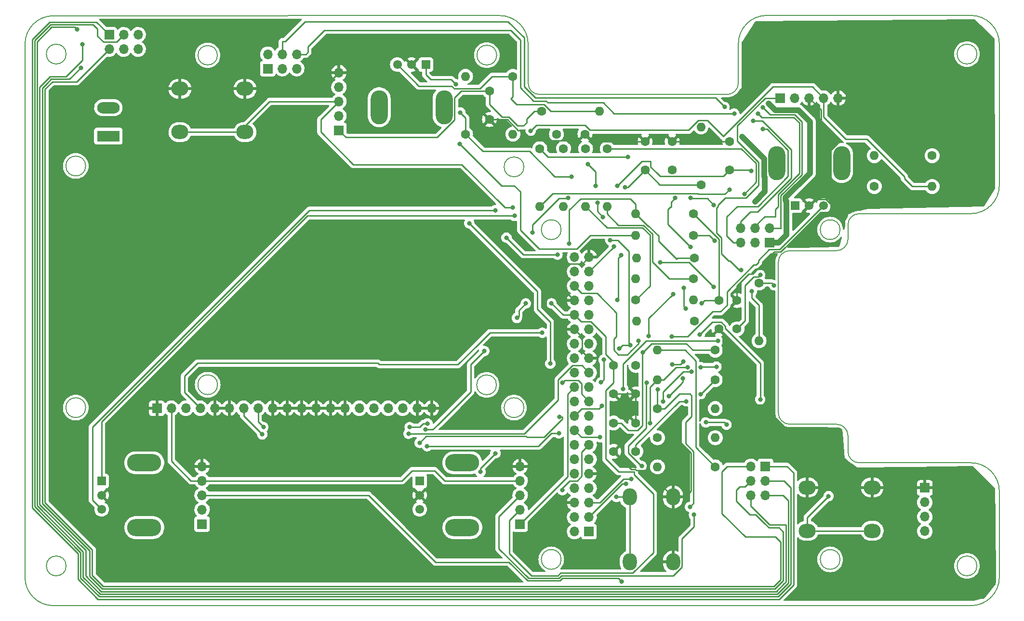
<source format=gbr>
%TF.GenerationSoftware,KiCad,Pcbnew,(6.0.6)*%
%TF.CreationDate,2022-07-08T10:44:37+02:00*%
%TF.ProjectId,norns_fork,6e6f726e-735f-4666-9f72-6b2e6b696361,V2*%
%TF.SameCoordinates,Original*%
%TF.FileFunction,Copper,L2,Bot*%
%TF.FilePolarity,Positive*%
%FSLAX46Y46*%
G04 Gerber Fmt 4.6, Leading zero omitted, Abs format (unit mm)*
G04 Created by KiCad (PCBNEW (6.0.6)) date 2022-07-08 10:44:37*
%MOMM*%
%LPD*%
G01*
G04 APERTURE LIST*
G04 Aperture macros list*
%AMRoundRect*
0 Rectangle with rounded corners*
0 $1 Rounding radius*
0 $2 $3 $4 $5 $6 $7 $8 $9 X,Y pos of 4 corners*
0 Add a 4 corners polygon primitive as box body*
4,1,4,$2,$3,$4,$5,$6,$7,$8,$9,$2,$3,0*
0 Add four circle primitives for the rounded corners*
1,1,$1+$1,$2,$3*
1,1,$1+$1,$4,$5*
1,1,$1+$1,$6,$7*
1,1,$1+$1,$8,$9*
0 Add four rect primitives between the rounded corners*
20,1,$1+$1,$2,$3,$4,$5,0*
20,1,$1+$1,$4,$5,$6,$7,0*
20,1,$1+$1,$6,$7,$8,$9,0*
20,1,$1+$1,$8,$9,$2,$3,0*%
G04 Aperture macros list end*
%TA.AperFunction,Profile*%
%ADD10C,0.200000*%
%TD*%
%TA.AperFunction,ComponentPad*%
%ADD11RoundRect,1.500000X0.000000X1.500000X0.000000X1.500000X0.000000X-1.500000X0.000000X-1.500000X0*%
%TD*%
%TA.AperFunction,ComponentPad*%
%ADD12R,1.550000X1.550000*%
%TD*%
%TA.AperFunction,ComponentPad*%
%ADD13C,1.550000*%
%TD*%
%TA.AperFunction,ComponentPad*%
%ADD14O,3.000000X2.500000*%
%TD*%
%TA.AperFunction,ComponentPad*%
%ADD15C,1.600000*%
%TD*%
%TA.AperFunction,ComponentPad*%
%ADD16O,1.600000X1.600000*%
%TD*%
%TA.AperFunction,ComponentPad*%
%ADD17R,1.700000X1.700000*%
%TD*%
%TA.AperFunction,ComponentPad*%
%ADD18O,1.700000X1.700000*%
%TD*%
%TA.AperFunction,ComponentPad*%
%ADD19O,2.500000X3.000000*%
%TD*%
%TA.AperFunction,ComponentPad*%
%ADD20RoundRect,1.500000X-1.500000X0.000000X-1.500000X0.000000X1.500000X0.000000X1.500000X0.000000X0*%
%TD*%
%TA.AperFunction,ComponentPad*%
%ADD21RoundRect,1.500000X0.000000X-1.500000X0.000000X-1.500000X0.000000X1.500000X0.000000X1.500000X0*%
%TD*%
%TA.AperFunction,ComponentPad*%
%ADD22R,3.960000X1.980000*%
%TD*%
%TA.AperFunction,ComponentPad*%
%ADD23O,3.960000X1.980000*%
%TD*%
%TA.AperFunction,ViaPad*%
%ADD24C,0.800000*%
%TD*%
%TA.AperFunction,ViaPad*%
%ADD25C,1.000000*%
%TD*%
%TA.AperFunction,Conductor*%
%ADD26C,0.250000*%
%TD*%
%TA.AperFunction,Conductor*%
%ADD27C,1.000000*%
%TD*%
G04 APERTURE END LIST*
D10*
X54898757Y-36329557D02*
X51345231Y-36329557D01*
X46345230Y-135080000D02*
G75*
G03*
X51345231Y-140080000I5000000J0D01*
G01*
X129190050Y-101251336D02*
G75*
G03*
X129190050Y-101251336I-1740060J0D01*
G01*
X136750000Y-50180957D02*
X169682342Y-50180957D01*
X51345231Y-140080000D02*
X59900000Y-140080000D01*
X134011141Y-62909400D02*
G75*
G03*
X134011141Y-62909400I-1741410J0D01*
G01*
X217545231Y-119953960D02*
X217545231Y-135080000D01*
X140555410Y-131951800D02*
G75*
G03*
X140555410Y-131951800I-1741410J0D01*
G01*
X217545231Y-66131713D02*
X217545231Y-41268982D01*
X178717040Y-106170860D02*
G75*
G03*
X180717000Y-108170860I2000060J60D01*
G01*
X188942909Y-77646960D02*
X180717000Y-77646960D01*
X192942909Y-71131709D02*
G75*
G03*
X190942909Y-73131713I-109J-1999891D01*
G01*
X54898757Y-36329557D02*
X129747928Y-36298538D01*
X129232210Y-43254160D02*
G75*
G03*
X129232210Y-43254160I-1741410J0D01*
G01*
X46345231Y-41329557D02*
X46345231Y-135080000D01*
X217545240Y-119953960D02*
G75*
G03*
X212545231Y-114953960I-5000040J-40D01*
G01*
X57011131Y-105259400D02*
G75*
G03*
X57011131Y-105259400I-1741410J0D01*
G01*
X53580000Y-43071200D02*
G75*
G03*
X53580000Y-43071200I-1740000J0D01*
G01*
X57011131Y-62759400D02*
G75*
G03*
X57011131Y-62759400I-1741410J0D01*
G01*
X51345231Y-36329561D02*
G75*
G03*
X46345231Y-41329557I9J-5000009D01*
G01*
X53580000Y-133088800D02*
G75*
G03*
X53580000Y-133088800I-1740000J0D01*
G01*
X189554000Y-131951800D02*
G75*
G03*
X189554000Y-131951800I-1740000J0D01*
G01*
X190942909Y-110170860D02*
X190942909Y-112953960D01*
X80190000Y-101220000D02*
G75*
G03*
X80190000Y-101220000I-1740000J0D01*
G01*
X213600000Y-133088800D02*
G75*
G03*
X213600000Y-133088800I-1740000J0D01*
G01*
X217545218Y-41268982D02*
G75*
G03*
X212545231Y-36268982I-5000018J-18D01*
G01*
X134011131Y-105259400D02*
G75*
G03*
X134011131Y-105259400I-1741410J0D01*
G01*
X169682342Y-50180942D02*
G75*
G03*
X171682342Y-48180957I58J1999942D01*
G01*
X140555410Y-73951760D02*
G75*
G03*
X140555410Y-73951760I-1741410J0D01*
G01*
X212545231Y-71131731D02*
G75*
G03*
X217545231Y-66131713I-131J5000131D01*
G01*
X134750043Y-48180957D02*
G75*
G03*
X136750000Y-50180957I2000057J57D01*
G01*
X190942840Y-112953960D02*
G75*
G03*
X192942909Y-114953960I2000060J60D01*
G01*
X189555410Y-73951760D02*
G75*
G03*
X189555410Y-73951760I-1741410J0D01*
G01*
X134750000Y-41298538D02*
X134750000Y-48180957D01*
X59900000Y-140080000D02*
X212545231Y-140080000D01*
X212545231Y-140079931D02*
G75*
G03*
X217545231Y-135080000I-31J5000031D01*
G01*
X180717000Y-77646900D02*
G75*
G03*
X178717000Y-79646960I0J-2000000D01*
G01*
X80152939Y-43280000D02*
G75*
G03*
X80152939Y-43280000I-1702939J0D01*
G01*
X176682342Y-36269042D02*
G75*
G03*
X171682342Y-41268982I-42J-4999958D01*
G01*
X190942909Y-73131713D02*
X190942909Y-75646960D01*
X171682342Y-48180957D02*
X171682342Y-41268982D01*
X188942909Y-77647009D02*
G75*
G03*
X190942909Y-75646960I-9J2000009D01*
G01*
X134750062Y-41298538D02*
G75*
G03*
X129747928Y-36298538I-4999962J38D01*
G01*
X178717000Y-79646960D02*
X178717000Y-106170860D01*
X176682342Y-36268982D02*
X212545231Y-36268982D01*
X213601410Y-43071200D02*
G75*
G03*
X213601410Y-43071200I-1741410J0D01*
G01*
X192942909Y-114953960D02*
X212545231Y-114953960D01*
X180717000Y-108170860D02*
X188942909Y-108170860D01*
X212545231Y-71131713D02*
X192942909Y-71131713D01*
X190942840Y-110170860D02*
G75*
G03*
X188942909Y-108170860I-1999940J60D01*
G01*
D11*
%TO.P,ENC1,1,MNT_1*%
%TO.N,unconnected-(ENC1-Pad1)*%
X119980000Y-52410000D03*
%TO.P,ENC1,2,MNT_2*%
%TO.N,unconnected-(ENC1-Pad2)*%
X108580000Y-52410000D03*
D12*
%TO.P,ENC1,A,CHANNEL_A*%
%TO.N,Net-(ENC1-PadA)*%
X116780000Y-44910000D03*
D13*
%TO.P,ENC1,B,CHANNEL_B*%
%TO.N,Net-(ENC1-PadB)*%
X111780000Y-44910000D03*
%TO.P,ENC1,C,COMMON*%
%TO.N,GND*%
X114280000Y-44910000D03*
%TD*%
D14*
%TO.P,K3,1,A0*%
%TO.N,GND*%
X195208000Y-119290000D03*
X183778000Y-119290000D03*
%TO.P,K3,2,B0*%
%TO.N,BP_3*%
X183778000Y-126910000D03*
X195208000Y-126910000D03*
%TD*%
D15*
%TO.P,R13,1*%
%TO.N,Net-(ENC1-PadB)*%
X132080000Y-46990000D03*
D16*
%TO.P,R13,2*%
%TO.N,+3V3*%
X132080000Y-57150000D03*
%TD*%
D15*
%TO.P,R12,1*%
%TO.N,Net-(ENC2-PadB)*%
X163950000Y-78950000D03*
D16*
%TO.P,R12,2*%
%TO.N,+3V3*%
X153790000Y-78950000D03*
%TD*%
D17*
%TO.P,J1,1,Pin_1*%
%TO.N,B1_ENC1*%
X101510000Y-56485000D03*
D18*
%TO.P,J1,2,Pin_2*%
%TO.N,A1_ENC1*%
X101510000Y-53945000D03*
%TO.P,J1,3,Pin_3*%
%TO.N,BP_1*%
X101510000Y-51405000D03*
%TO.P,J1,4,Pin_4*%
%TO.N,+3V3*%
X101510000Y-48865000D03*
%TO.P,J1,5,Pin_5*%
%TO.N,GND*%
X101510000Y-46325000D03*
%TD*%
D15*
%TO.P,R17,1*%
%TO.N,BP_3*%
X163940000Y-90000000D03*
D16*
%TO.P,R17,2*%
%TO.N,+3V3*%
X153780000Y-90000000D03*
%TD*%
D15*
%TO.P,R18,1*%
%TO.N,BP_2*%
X163830000Y-74930000D03*
D16*
%TO.P,R18,2*%
%TO.N,+3V3*%
X153670000Y-74930000D03*
%TD*%
D17*
%TO.P,J4,1,Pin_1*%
%TO.N,B4_ENC4*%
X179070000Y-50800000D03*
D18*
%TO.P,J4,2,Pin_2*%
%TO.N,A4_ENC4*%
X181610000Y-50800000D03*
%TO.P,J4,3,Pin_3*%
%TO.N,GND*%
X184150000Y-50800000D03*
%TO.P,J4,4,Pin_4*%
%TO.N,+3V3*%
X186690000Y-50800000D03*
%TO.P,J4,5,Pin_5*%
%TO.N,GND*%
X189230000Y-50800000D03*
%TD*%
D15*
%TO.P,R8,1*%
%TO.N,Net-(ENC2-PadA)*%
X163830000Y-82550000D03*
D16*
%TO.P,R8,2*%
%TO.N,+3V3*%
X153670000Y-82550000D03*
%TD*%
D15*
%TO.P,R14,1*%
%TO.N,Net-(ENC3-PadB)*%
X153670000Y-86350000D03*
D16*
%TO.P,R14,2*%
%TO.N,+3V3*%
X163830000Y-86350000D03*
%TD*%
D15*
%TO.P,R22,1*%
%TO.N,Net-(ENC4-PadB)*%
X167640000Y-115675000D03*
D16*
%TO.P,R22,2*%
%TO.N,+3V3*%
X157480000Y-115675000D03*
%TD*%
D15*
%TO.P,C8,1*%
%TO.N,GND*%
X160066666Y-58460000D03*
%TO.P,C8,2*%
%TO.N,K1_BP*%
X160066666Y-63460000D03*
%TD*%
D17*
%TO.P,J10,1,3V3*%
%TO.N,+3V3*%
X145460000Y-127050000D03*
D18*
%TO.P,J10,2,5V*%
%TO.N,unconnected-(J10-Pad2)*%
X142920000Y-127050000D03*
%TO.P,J10,3,SDA/GPIO2*%
%TO.N,SDA*%
X145460000Y-124510000D03*
%TO.P,J10,4,5V*%
%TO.N,unconnected-(J10-Pad4)*%
X142920000Y-124510000D03*
%TO.P,J10,5,SCL/GPIO3*%
%TO.N,SCL*%
X145460000Y-121970000D03*
%TO.P,J10,6,GND*%
%TO.N,GND*%
X142920000Y-121970000D03*
%TO.P,J10,7,GCLK0/GPIO4*%
%TO.N,A1_ENC1*%
X145460000Y-119430000D03*
%TO.P,J10,8,GPIO14/TXD*%
%TO.N,unconnected-(J10-Pad8)*%
X142920000Y-119430000D03*
%TO.P,J10,9,GND*%
%TO.N,GND*%
X145460000Y-116890000D03*
%TO.P,J10,10,GPIO15/RXD*%
%TO.N,unconnected-(J10-Pad10)*%
X142920000Y-116890000D03*
%TO.P,J10,11,GPIO17*%
%TO.N,A4_ENC4*%
X145460000Y-114350000D03*
%TO.P,J10,12,GPIO18/PWM0*%
%TO.N,unconnected-(J10-Pad12)*%
X142920000Y-114350000D03*
%TO.P,J10,13,GPIO27*%
%TO.N,B1_ENC1*%
X145460000Y-111810000D03*
%TO.P,J10,14,GND*%
%TO.N,GND*%
X142920000Y-111810000D03*
%TO.P,J10,15,GPIO22*%
%TO.N,K1_BP*%
X145460000Y-109270000D03*
%TO.P,J10,16,GPIO23*%
%TO.N,B2_ENC2*%
X142920000Y-109270000D03*
%TO.P,J10,17,3V3*%
%TO.N,+3V3*%
X145460000Y-106730000D03*
%TO.P,J10,18,GPIO24*%
%TO.N,A2_ENC2*%
X142920000Y-106730000D03*
%TO.P,J10,19,MOSI0/GPIO10*%
%TO.N,oled_MOSI*%
X145460000Y-104190000D03*
%TO.P,J10,20,GND*%
%TO.N,GND*%
X142920000Y-104190000D03*
%TO.P,J10,21,MISO0/GPIO9*%
%TO.N,unconnected-(J10-Pad21)*%
X145460000Y-101650000D03*
%TO.P,J10,22,GPIO25*%
%TO.N,B3_ENC3*%
X142920000Y-101650000D03*
%TO.P,J10,23,SCLK0/GPIO11*%
%TO.N,oled_SCK*%
X145460000Y-99110000D03*
%TO.P,J10,24,~{CE0}/GPIO8*%
%TO.N,oled_CE0*%
X142920000Y-99110000D03*
%TO.P,J10,25,GND*%
%TO.N,GND*%
X145460000Y-96570000D03*
%TO.P,J10,26,~{CE1}/GPIO7*%
%TO.N,unconnected-(J10-Pad26)*%
X142920000Y-96570000D03*
%TO.P,J10,27,ID_SD/GPIO0*%
%TO.N,unconnected-(J10-Pad27)*%
X145460000Y-94030000D03*
%TO.P,J10,28,ID_SC/GPIO1*%
%TO.N,unconnected-(J10-Pad28)*%
X142920000Y-94030000D03*
%TO.P,J10,29,GCLK1/GPIO5*%
%TO.N,oled_DC*%
X145460000Y-91490000D03*
%TO.P,J10,30,GND*%
%TO.N,GND*%
X142920000Y-91490000D03*
%TO.P,J10,31,GCLK2/GPIO6*%
%TO.N,oled_RESET*%
X145460000Y-88950000D03*
%TO.P,J10,32,PWM0/GPIO12*%
%TO.N,A3_ENC3*%
X142920000Y-88950000D03*
%TO.P,J10,33,PWM1/GPIO13*%
%TO.N,K3_BP*%
X145460000Y-86410000D03*
%TO.P,J10,34,GND*%
%TO.N,GND*%
X142920000Y-86410000D03*
%TO.P,J10,35,GPIO19/MISO1*%
%TO.N,unconnected-(J10-Pad35)*%
X145460000Y-83870000D03*
%TO.P,J10,36,GPIO16*%
%TO.N,B4_ENC4*%
X142920000Y-83870000D03*
%TO.P,J10,37,GPIO26*%
%TO.N,K2_BP*%
X145460000Y-81330000D03*
%TO.P,J10,38,GPIO20/MOSI1*%
%TO.N,unconnected-(J10-Pad38)*%
X142920000Y-81330000D03*
%TO.P,J10,39,GND*%
%TO.N,GND*%
X145460000Y-78790000D03*
%TO.P,J10,40,GPIO21/SCLK1*%
%TO.N,unconnected-(J10-Pad40)*%
X142920000Y-78790000D03*
%TD*%
D19*
%TO.P,K2,1,A0*%
%TO.N,GND*%
X160210000Y-120958000D03*
X160210000Y-132388000D03*
%TO.P,K2,2,B0*%
%TO.N,BP_2*%
X152590000Y-120958000D03*
X152590000Y-132388000D03*
%TD*%
D15*
%TO.P,R3,1*%
%TO.N,A2_ENC2*%
X148650000Y-59690000D03*
D16*
%TO.P,R3,2*%
%TO.N,Net-(ENC2-PadA)*%
X148650000Y-69850000D03*
%TD*%
D15*
%TO.P,C6,1*%
%TO.N,B3_ENC3*%
X153670000Y-97830000D03*
%TO.P,C6,2*%
%TO.N,GND*%
X153670000Y-102830000D03*
%TD*%
D17*
%TO.P,J5,1,Pin_1*%
%TO.N,INPUT_5V*%
X177210000Y-76250000D03*
D18*
%TO.P,J5,2,Pin_2*%
%TO.N,L OUT*%
X177210000Y-73710000D03*
%TO.P,J5,3,Pin_3*%
%TO.N,INPUT_GND*%
X174670000Y-76250000D03*
%TO.P,J5,4,Pin_4*%
%TO.N,Net-(J5-Pad4)*%
X174670000Y-73710000D03*
%TO.P,J5,5,Pin_5*%
%TO.N,Net-(J5-Pad5)*%
X172130000Y-76250000D03*
%TO.P,J5,6,Pin_6*%
%TO.N,R OUT*%
X172130000Y-73710000D03*
%TD*%
D15*
%TO.P,R11,1*%
%TO.N,Net-(ENC3-PadA)*%
X157480000Y-105410000D03*
D16*
%TO.P,R11,2*%
%TO.N,+3V3*%
X167640000Y-105410000D03*
%TD*%
D15*
%TO.P,R21,1*%
%TO.N,Net-(ENC4-PadA)*%
X157480000Y-110542500D03*
D16*
%TO.P,R21,2*%
%TO.N,+3V3*%
X167640000Y-110542500D03*
%TD*%
D15*
%TO.P,R19,1*%
%TO.N,A4_ENC4*%
X167640000Y-100330000D03*
D16*
%TO.P,R19,2*%
%TO.N,Net-(ENC4-PadA)*%
X157480000Y-100330000D03*
%TD*%
D17*
%TO.P,J9,1,Pin_1*%
%TO.N,GND*%
X69519800Y-105359200D03*
D18*
%TO.P,J9,2,Pin_2*%
%TO.N,+3V3*%
X72059800Y-105359200D03*
%TO.P,J9,3,Pin_3*%
%TO.N,unconnected-(J9-Pad3)*%
X74599800Y-105359200D03*
%TO.P,J9,4,Pin_4*%
%TO.N,oled_DC*%
X77139800Y-105359200D03*
%TO.P,J9,5,Pin_5*%
%TO.N,GND*%
X79679800Y-105359200D03*
%TO.P,J9,6,Pin_6*%
X82219800Y-105359200D03*
%TO.P,J9,7,Pin_7*%
%TO.N,oled_SCK*%
X84759800Y-105359200D03*
%TO.P,J9,8,Pin_8*%
%TO.N,oled_MOSI*%
X87299800Y-105359200D03*
%TO.P,J9,9,Pin_9*%
%TO.N,GND*%
X89839800Y-105359200D03*
%TO.P,J9,10,Pin_10*%
X92379800Y-105359200D03*
%TO.P,J9,11,Pin_11*%
X94919800Y-105359200D03*
%TO.P,J9,12,Pin_12*%
X97459800Y-105359200D03*
%TO.P,J9,13,Pin_13*%
X99999800Y-105359200D03*
%TO.P,J9,14,Pin_14*%
X102539800Y-105359200D03*
%TO.P,J9,15,Pin_15*%
%TO.N,unconnected-(J9-Pad15)*%
X105079800Y-105359200D03*
%TO.P,J9,16,Pin_16*%
%TO.N,oled_RESET*%
X107619800Y-105359200D03*
%TO.P,J9,17,Pin_17*%
%TO.N,oled_CE0*%
X110159800Y-105359200D03*
%TO.P,J9,18,Pin_18*%
%TO.N,unconnected-(J9-Pad18)*%
X112699800Y-105359200D03*
%TO.P,J9,19,Pin_19*%
%TO.N,GND*%
X115239800Y-105359200D03*
%TO.P,J9,20,Pin_20*%
X117779800Y-105359200D03*
%TD*%
D15*
%TO.P,R20,1*%
%TO.N,B4_ENC4*%
X167640000Y-95145000D03*
D16*
%TO.P,R20,2*%
%TO.N,Net-(ENC4-PadB)*%
X157480000Y-95145000D03*
%TD*%
D15*
%TO.P,R15,1*%
%TO.N,K3_BP*%
X165123332Y-66040000D03*
D16*
%TO.P,R15,2*%
%TO.N,BP_3*%
X165123332Y-55880000D03*
%TD*%
D20*
%TO.P,ENC2,1,MNT_1*%
%TO.N,unconnected-(ENC2-Pad1)*%
X67310000Y-114950000D03*
%TO.P,ENC2,2,MNT_2*%
%TO.N,unconnected-(ENC2-Pad2)*%
X67310000Y-126350000D03*
D12*
%TO.P,ENC2,A,CHANNEL_A*%
%TO.N,Net-(ENC2-PadA)*%
X59810000Y-118150000D03*
D13*
%TO.P,ENC2,B,CHANNEL_B*%
%TO.N,Net-(ENC2-PadB)*%
X59810000Y-123150000D03*
%TO.P,ENC2,C,COMMON*%
%TO.N,GND*%
X59810000Y-120650000D03*
%TD*%
D15*
%TO.P,R10,1*%
%TO.N,Net-(ENC1-PadA)*%
X123756002Y-57150000D03*
D16*
%TO.P,R10,2*%
%TO.N,+3V3*%
X123756002Y-46990000D03*
%TD*%
D15*
%TO.P,C10,1*%
%TO.N,GND*%
X153670000Y-107950000D03*
%TO.P,C10,2*%
%TO.N,A4_ENC4*%
X153670000Y-112950000D03*
%TD*%
%TO.P,C9,1*%
%TO.N,GND*%
X170180000Y-58460000D03*
%TO.P,C9,2*%
%TO.N,K2_BP*%
X170180000Y-63460000D03*
%TD*%
%TO.P,R1,1*%
%TO.N,K1_BP*%
X136800000Y-59690000D03*
D16*
%TO.P,R1,2*%
%TO.N,BP_1*%
X136800000Y-69850000D03*
%TD*%
D17*
%TO.P,J11,1,Pin_1*%
%TO.N,GND*%
X204455000Y-119370000D03*
D18*
%TO.P,J11,2,Pin_2*%
%TO.N,+3V3*%
X204455000Y-121910000D03*
%TO.P,J11,3,Pin_3*%
%TO.N,SCL*%
X204455000Y-124450000D03*
%TO.P,J11,4,Pin_4*%
%TO.N,SDA*%
X204455000Y-126990000D03*
%TD*%
D15*
%TO.P,C5,1*%
%TO.N,B1_ENC1*%
X127969998Y-49570000D03*
%TO.P,C5,2*%
%TO.N,GND*%
X127969998Y-54570000D03*
%TD*%
%TO.P,C7,1*%
%TO.N,GND*%
X155310000Y-58460000D03*
%TO.P,C7,2*%
%TO.N,K3_BP*%
X155310000Y-63460000D03*
%TD*%
D14*
%TO.P,K1,1,A0*%
%TO.N,GND*%
X85008000Y-49180000D03*
X73578000Y-49180000D03*
%TO.P,K1,2,B0*%
%TO.N,BP_1*%
X73578000Y-56800000D03*
X85008000Y-56800000D03*
%TD*%
D15*
%TO.P,C4,1*%
%TO.N,B2_ENC2*%
X168280000Y-86400000D03*
%TO.P,C4,2*%
%TO.N,GND*%
X168280000Y-91400000D03*
%TD*%
%TO.P,R6,1*%
%TO.N,B2_ENC2*%
X163790000Y-71120000D03*
D16*
%TO.P,R6,2*%
%TO.N,Net-(ENC2-PadB)*%
X153630000Y-71120000D03*
%TD*%
D17*
%TO.P,J7,1,Pin_1*%
%TO.N,R+*%
X176450000Y-115585000D03*
D18*
%TO.P,J7,2,Pin_2*%
%TO.N,R-*%
X173910000Y-115585000D03*
%TO.P,J7,3,Pin_3*%
%TO.N,Net-(J7-Pad3)*%
X176450000Y-118125000D03*
%TO.P,J7,4,Pin_4*%
%TO.N,Net-(J7-Pad4)*%
X173910000Y-118125000D03*
%TO.P,J7,5,Pin_5*%
%TO.N,L-*%
X176450000Y-120665000D03*
%TO.P,J7,6,Pin_6*%
%TO.N,L+*%
X173910000Y-120665000D03*
%TD*%
D15*
%TO.P,C11,1*%
%TO.N,B4_ENC4*%
X149770000Y-107950000D03*
%TO.P,C11,2*%
%TO.N,GND*%
X149770000Y-112950000D03*
%TD*%
%TO.P,C1,1*%
%TO.N,GND*%
X171450000Y-86400000D03*
%TO.P,C1,2*%
%TO.N,A2_ENC2*%
X171450000Y-91400000D03*
%TD*%
%TO.P,R2,1*%
%TO.N,BP_1*%
X195580000Y-66360000D03*
D16*
%TO.P,R2,2*%
%TO.N,+3V3*%
X205740000Y-66360000D03*
%TD*%
D20*
%TO.P,ENC3,1,MNT_1*%
%TO.N,unconnected-(ENC3-Pad1)*%
X123190000Y-114950000D03*
%TO.P,ENC3,2,MNT_2*%
%TO.N,unconnected-(ENC3-Pad2)*%
X123190000Y-126350000D03*
D12*
%TO.P,ENC3,A,CHANNEL_A*%
%TO.N,Net-(ENC3-PadA)*%
X115690000Y-118150000D03*
D13*
%TO.P,ENC3,B,CHANNEL_B*%
%TO.N,Net-(ENC3-PadB)*%
X115690000Y-123150000D03*
%TO.P,ENC3,C,COMMON*%
%TO.N,GND*%
X115690000Y-120650000D03*
%TD*%
D15*
%TO.P,C3,1*%
%TO.N,GND*%
X149770000Y-102830000D03*
%TO.P,C3,2*%
%TO.N,A3_ENC3*%
X149770000Y-97830000D03*
%TD*%
D21*
%TO.P,ENC4,1,MNT_1*%
%TO.N,unconnected-(ENC4-Pad1)*%
X178450000Y-62230000D03*
%TO.P,ENC4,2,MNT_2*%
%TO.N,unconnected-(ENC4-Pad2)*%
X189850000Y-62230000D03*
D12*
%TO.P,ENC4,A,CHANNEL_A*%
%TO.N,Net-(ENC4-PadA)*%
X181650000Y-69730000D03*
D13*
%TO.P,ENC4,B,CHANNEL_B*%
%TO.N,Net-(ENC4-PadB)*%
X186650000Y-69730000D03*
%TO.P,ENC4,C,COMMON*%
%TO.N,GND*%
X184150000Y-69730000D03*
%TD*%
D15*
%TO.P,R9,1*%
%TO.N,B3_ENC3*%
X144840000Y-59690000D03*
D16*
%TO.P,R9,2*%
%TO.N,Net-(ENC3-PadB)*%
X144840000Y-69850000D03*
%TD*%
D15*
%TO.P,R16,1*%
%TO.N,K2_BP*%
X205740000Y-60930000D03*
D16*
%TO.P,R16,2*%
%TO.N,BP_2*%
X195580000Y-60930000D03*
%TD*%
D17*
%TO.P,J3,1,Pin_1*%
%TO.N,B3_ENC3*%
X133350000Y-125730000D03*
D18*
%TO.P,J3,2,Pin_2*%
%TO.N,A3_ENC3*%
X133350000Y-123190000D03*
%TO.P,J3,3,Pin_3*%
%TO.N,BP_3*%
X133350000Y-120650000D03*
%TO.P,J3,4,Pin_4*%
%TO.N,+3V3*%
X133350000Y-118110000D03*
%TO.P,J3,5,Pin_5*%
%TO.N,GND*%
X133350000Y-115570000D03*
%TD*%
D17*
%TO.P,J8,1,Pin_1*%
%TO.N,R+*%
X61150000Y-39670000D03*
D18*
%TO.P,J8,2,Pin_2*%
%TO.N,R-*%
X61150000Y-42210000D03*
%TO.P,J8,3,Pin_3*%
%TO.N,Net-(J7-Pad3)*%
X63690000Y-39670000D03*
%TO.P,J8,4,Pin_4*%
%TO.N,Net-(J7-Pad4)*%
X63690000Y-42210000D03*
%TO.P,J8,5,Pin_5*%
%TO.N,L-*%
X66230000Y-39670000D03*
%TO.P,J8,6,Pin_6*%
%TO.N,L+*%
X66230000Y-42210000D03*
%TD*%
D15*
%TO.P,R5,1*%
%TO.N,A3_ENC3*%
X140970000Y-59690000D03*
D16*
%TO.P,R5,2*%
%TO.N,Net-(ENC3-PadA)*%
X140970000Y-69850000D03*
%TD*%
D15*
%TO.P,R4,1*%
%TO.N,A1_ENC1*%
X175320000Y-83340000D03*
D16*
%TO.P,R4,2*%
%TO.N,Net-(ENC1-PadA)*%
X175320000Y-93500000D03*
%TD*%
D17*
%TO.P,J2,1,Pin_1*%
%TO.N,B2_ENC2*%
X77470000Y-125730000D03*
D18*
%TO.P,J2,2,Pin_2*%
%TO.N,A2_ENC2*%
X77470000Y-123190000D03*
%TO.P,J2,3,Pin_3*%
%TO.N,BP_2*%
X77470000Y-120650000D03*
%TO.P,J2,4,Pin_4*%
%TO.N,+3V3*%
X77470000Y-118110000D03*
%TO.P,J2,5,Pin_5*%
%TO.N,GND*%
X77470000Y-115570000D03*
%TD*%
D15*
%TO.P,R7,1*%
%TO.N,B1_ENC1*%
X137100000Y-53140000D03*
D16*
%TO.P,R7,2*%
%TO.N,Net-(ENC1-PadB)*%
X147260000Y-53140000D03*
%TD*%
D15*
%TO.P,C2,1*%
%TO.N,GND*%
X144740000Y-57150000D03*
%TO.P,C2,2*%
%TO.N,A1_ENC1*%
X139740000Y-57150000D03*
%TD*%
D22*
%TO.P,J12,1,Pin_1*%
%TO.N,INPUT_5V*%
X61000000Y-57495000D03*
D23*
%TO.P,J12,2,Pin_2*%
%TO.N,INPUT_GND*%
X61000000Y-52495000D03*
%TD*%
D17*
%TO.P,J6,1,Pin_1*%
%TO.N,INPUT_5V*%
X89009998Y-45632997D03*
D18*
%TO.P,J6,2,Pin_2*%
%TO.N,L OUT*%
X89009998Y-43092997D03*
%TO.P,J6,3,Pin_3*%
%TO.N,INPUT_GND*%
X91549998Y-45632997D03*
%TO.P,J6,4,Pin_4*%
%TO.N,Net-(J5-Pad4)*%
X91549998Y-43092997D03*
%TO.P,J6,5,Pin_5*%
%TO.N,Net-(J5-Pad5)*%
X94089998Y-45632997D03*
%TO.P,J6,6,Pin_6*%
%TO.N,R OUT*%
X94089998Y-43092997D03*
%TD*%
D24*
%TO.N,GND*%
X110650000Y-47720000D03*
X101450000Y-84090000D03*
X161760000Y-105790000D03*
X166520000Y-106710000D03*
%TO.N,A2_ENC2*%
X115680000Y-111450000D03*
X140290000Y-106860000D03*
X175530000Y-81930000D03*
X172730000Y-67661799D03*
X147675500Y-104960000D03*
X151470000Y-101930000D03*
X168110000Y-93500000D03*
%TO.N,A1_ENC1*%
X167386000Y-69596000D03*
X163322000Y-68326000D03*
X169610000Y-108250000D03*
X165970000Y-107850000D03*
X177974500Y-83730000D03*
%TO.N,A3_ENC3*%
X138860000Y-86910000D03*
%TO.N,B2_ENC2*%
X147410000Y-110460000D03*
X158440000Y-104160000D03*
X116990000Y-112030000D03*
X163472299Y-98947701D03*
X165195500Y-86940000D03*
X140140000Y-109780000D03*
%TO.N,B1_ENC1*%
X138650000Y-97510000D03*
X124410000Y-72830000D03*
X140770000Y-119770000D03*
%TO.N,B3_ENC3*%
X147910000Y-71710000D03*
X149170000Y-75770000D03*
X147560000Y-100810000D03*
X146920000Y-69224500D03*
X146600000Y-66270000D03*
X150720000Y-94840000D03*
X148020000Y-96840000D03*
X145290000Y-62450000D03*
X152720000Y-94240000D03*
%TO.N,K3_BP*%
X151080000Y-78430000D03*
X150450000Y-86270000D03*
X151760000Y-66460000D03*
%TO.N,K1_BP*%
X159485048Y-103244500D03*
X152290000Y-61150000D03*
X163290000Y-77020000D03*
X162080000Y-84170000D03*
X160610000Y-68355500D03*
X162030000Y-97120000D03*
X162420000Y-87850000D03*
X160080000Y-97680000D03*
X161900000Y-100070000D03*
%TO.N,K2_BP*%
X173970000Y-63640000D03*
X149800000Y-76930000D03*
X150390000Y-66270000D03*
%TO.N,Net-(ENC1-PadA)*%
X174060000Y-84810000D03*
X167370000Y-84040000D03*
X157980000Y-79740000D03*
X122070000Y-48395500D03*
X142400000Y-64600000D03*
X122817299Y-53332701D03*
%TO.N,Net-(ENC2-PadA)*%
X132350000Y-71530000D03*
%TO.N,Net-(ENC2-PadB)*%
X130940000Y-75360000D03*
X129000000Y-70520000D03*
X141930000Y-76370000D03*
X139910000Y-78350000D03*
%TO.N,Net-(ENC3-PadA)*%
X163172299Y-122717701D03*
X157570000Y-102080000D03*
%TO.N,Net-(ENC3-PadB)*%
X135510000Y-74480000D03*
X129000000Y-113290000D03*
X127060000Y-95290000D03*
X116727299Y-109115500D03*
X132770000Y-89470000D03*
X134350000Y-86920000D03*
X141790000Y-68324500D03*
X126370000Y-116560000D03*
%TO.N,BP_1*%
X170120000Y-66900000D03*
X132050000Y-70050000D03*
%TO.N,+3V3*%
X122730000Y-58880000D03*
X135200000Y-56570000D03*
%TO.N,BP_2*%
X154700000Y-115515500D03*
X155600000Y-100880000D03*
X151170000Y-135820000D03*
X167544500Y-75920000D03*
X160200000Y-85260000D03*
X150260000Y-120960000D03*
X155920000Y-92690000D03*
%TO.N,BP_3*%
X187540000Y-120820000D03*
X164910000Y-92400000D03*
X175530000Y-103810000D03*
X163890000Y-124110000D03*
%TO.N,SCL*%
X152890000Y-117795500D03*
%TO.N,SDA*%
X151970000Y-118680000D03*
D25*
%TO.N,INPUT_5V*%
X177010000Y-51770000D03*
%TO.N,INPUT_GND*%
X174600000Y-69000000D03*
X172354500Y-57620000D03*
D24*
%TO.N,Net-(J5-Pad4)*%
X175140000Y-53540000D03*
X169260000Y-52379500D03*
%TO.N,Net-(J5-Pad5)*%
X176000000Y-56280000D03*
%TO.N,L-*%
X55480000Y-38700000D03*
%TO.N,L+*%
X56470000Y-41350000D03*
%TO.N,oled_DC*%
X137240000Y-92080000D03*
%TO.N,oled_SCK*%
X88040000Y-109960000D03*
X113730000Y-109840000D03*
%TO.N,oled_MOSI*%
X88240000Y-108674500D03*
X140750000Y-100900000D03*
X117060000Y-108040000D03*
X113932701Y-108674500D03*
%TO.N,A4_ENC4*%
X162560000Y-104140000D03*
X165100000Y-102870000D03*
%TO.N,B4_ENC4*%
X172180000Y-81060000D03*
X154120000Y-93530000D03*
X154868199Y-95508199D03*
%TO.N,Net-(ENC4-PadA)*%
X165030000Y-98120000D03*
X156210000Y-107950000D03*
X162750000Y-98150000D03*
X167840000Y-98050000D03*
%TO.N,Net-(ENC4-PadB)*%
X160020000Y-92710000D03*
%TO.N,Net-(J7-Pad4)*%
X56167300Y-45467300D03*
%TO.N,L OUT*%
X175960000Y-52430000D03*
%TO.N,R OUT*%
X174300000Y-54830000D03*
X170970000Y-53530000D03*
%TD*%
D26*
%TO.N,GND*%
X155670000Y-116418000D02*
X160210000Y-120958000D01*
X163380000Y-119920000D02*
X163380000Y-117810000D01*
X73324000Y-49180000D02*
X85262000Y-49180000D01*
X184150000Y-69730000D02*
X185250000Y-68630000D01*
X187930000Y-59950000D02*
X187930000Y-68650000D01*
X109255000Y-46325000D02*
X110650000Y-47720000D01*
X133000991Y-56480000D02*
X131090991Y-54570000D01*
X145460000Y-96570000D02*
X144260000Y-95370000D01*
X142120000Y-79970000D02*
X138650000Y-83440000D01*
X144260000Y-95370000D02*
X144260000Y-92830000D01*
X183778000Y-119290000D02*
X195208000Y-119290000D01*
X187527817Y-69052183D02*
X187960000Y-69484365D01*
X189210000Y-58670000D02*
X187930000Y-59950000D01*
X133780000Y-56480000D02*
X133000991Y-56480000D01*
X173556000Y-81734000D02*
X171450000Y-83840000D01*
X145460000Y-78790000D02*
X144280000Y-79970000D01*
X135575000Y-58275000D02*
X133780000Y-56480000D01*
X178054000Y-77875000D02*
X174195000Y-81734000D01*
X187960000Y-70866000D02*
X186150396Y-70866000D01*
X185250000Y-68630000D02*
X187105635Y-68630000D01*
X141990000Y-85480000D02*
X142920000Y-86410000D01*
X169210000Y-106940000D02*
X169695000Y-106455000D01*
X144740000Y-57150000D02*
X143615000Y-58275000D01*
X186190000Y-54960000D02*
X189210000Y-57980000D01*
X97385000Y-50450000D02*
X89947000Y-50450000D01*
X131090991Y-54570000D02*
X127969998Y-54570000D01*
X187105635Y-68630000D02*
X187527817Y-69052183D01*
X143615000Y-58275000D02*
X135575000Y-58275000D01*
X88677000Y-49180000D02*
X85262000Y-49180000D01*
X174195000Y-81734000D02*
X173556000Y-81734000D01*
X146050000Y-58460000D02*
X144740000Y-57150000D01*
X166750000Y-106940000D02*
X169210000Y-106940000D01*
X186190000Y-52840000D02*
X186190000Y-54960000D01*
X160210000Y-120958000D02*
X160210000Y-132388000D01*
X187960000Y-69484365D02*
X187960000Y-70866000D01*
X169695000Y-106455000D02*
X168960000Y-105720000D01*
X149770000Y-112950000D02*
X152900000Y-116080000D01*
X162342000Y-120958000D02*
X163380000Y-119920000D01*
X168960000Y-105720000D02*
X168960000Y-92130000D01*
X101510000Y-46325000D02*
X97385000Y-50450000D01*
X204375000Y-119290000D02*
X204455000Y-119370000D01*
X141560000Y-91490000D02*
X137870000Y-87800000D01*
X153670000Y-102830000D02*
X149770000Y-102830000D01*
X163380000Y-113220000D02*
X161000000Y-110840000D01*
X195208000Y-119290000D02*
X204375000Y-119290000D01*
X179141396Y-77875000D02*
X178054000Y-77875000D01*
X184150000Y-50800000D02*
X186190000Y-52840000D01*
X89947000Y-50450000D02*
X88677000Y-49180000D01*
X177605000Y-106455000D02*
X169695000Y-106455000D01*
X144280000Y-79970000D02*
X142120000Y-79970000D01*
X168280000Y-91450000D02*
X168960000Y-92130000D01*
X137870000Y-87800000D02*
X137870000Y-86260000D01*
X187930000Y-68650000D02*
X187527817Y-69052183D01*
X138650000Y-85480000D02*
X141990000Y-85480000D01*
X153756396Y-116240000D02*
X155670000Y-116240000D01*
X161000000Y-106550000D02*
X161760000Y-105790000D01*
X161000000Y-110840000D02*
X161000000Y-106550000D01*
X155310000Y-58460000D02*
X146050000Y-58460000D01*
X101510000Y-46325000D02*
X109255000Y-46325000D01*
X186150396Y-70866000D02*
X179141396Y-77875000D01*
X138650000Y-83440000D02*
X138650000Y-85480000D01*
X168280000Y-91400000D02*
X168280000Y-91450000D01*
X153596396Y-116080000D02*
X153756396Y-116240000D01*
X160210000Y-120958000D02*
X162342000Y-120958000D01*
X152900000Y-116080000D02*
X153596396Y-116080000D01*
X183778000Y-112628000D02*
X177605000Y-106455000D01*
X144260000Y-92830000D02*
X142920000Y-91490000D01*
X153670000Y-107950000D02*
X153670000Y-102830000D01*
X183778000Y-119290000D02*
X183778000Y-112628000D01*
X142920000Y-91490000D02*
X141560000Y-91490000D01*
X171450000Y-83840000D02*
X171450000Y-86400000D01*
X160066666Y-58460000D02*
X170180000Y-58460000D01*
X137870000Y-86260000D02*
X138650000Y-85480000D01*
X189210000Y-57980000D02*
X189210000Y-58670000D01*
X155670000Y-116240000D02*
X155670000Y-116418000D01*
X166520000Y-106710000D02*
X166750000Y-106940000D01*
X163380000Y-117810000D02*
X163380000Y-113220000D01*
%TO.N,A2_ENC2*%
X115680000Y-111450000D02*
X116840000Y-110290000D01*
X175530000Y-81930000D02*
X175245000Y-82215000D01*
X134540000Y-110430000D02*
X137520000Y-110430000D01*
X174790000Y-65601799D02*
X174790000Y-62300000D01*
X152310000Y-96700000D02*
X151470000Y-97540000D01*
X172730000Y-67661799D02*
X174790000Y-65601799D01*
X116840000Y-110290000D02*
X119100000Y-110290000D01*
X172880000Y-89970000D02*
X171450000Y-91400000D01*
X175245000Y-82215000D02*
X174405000Y-82215000D01*
X174405000Y-82215000D02*
X172880000Y-83740000D01*
X172180000Y-59690000D02*
X148650000Y-59690000D01*
X172880000Y-83740000D02*
X172880000Y-89970000D01*
X174790000Y-62300000D02*
X172180000Y-59690000D01*
X168110000Y-93500000D02*
X155510000Y-93500000D01*
X140730000Y-106860000D02*
X140290000Y-106860000D01*
X137520000Y-110430000D02*
X140730000Y-107220000D01*
X134400000Y-110290000D02*
X134540000Y-110430000D01*
X155510000Y-93500000D02*
X152310000Y-96700000D01*
X147675500Y-104960000D02*
X147179778Y-105455722D01*
X144194278Y-105455722D02*
X142920000Y-106730000D01*
X147179778Y-105455722D02*
X144194278Y-105455722D01*
X140730000Y-107220000D02*
X140730000Y-106860000D01*
X151470000Y-97540000D02*
X151470000Y-101930000D01*
X119100000Y-110290000D02*
X134400000Y-110290000D01*
%TO.N,A1_ENC1*%
X169210000Y-107850000D02*
X169610000Y-108250000D01*
X163830000Y-68453000D02*
X163449000Y-68453000D01*
X177584500Y-83340000D02*
X175320000Y-83340000D01*
X166243000Y-68453000D02*
X163830000Y-68453000D01*
X167386000Y-69596000D02*
X166243000Y-68453000D01*
X163449000Y-68453000D02*
X163322000Y-68326000D01*
X177974500Y-83730000D02*
X177584500Y-83340000D01*
X165970000Y-107850000D02*
X169210000Y-107850000D01*
%TO.N,A3_ENC3*%
X156740000Y-120410000D02*
X153410000Y-117080000D01*
X140435154Y-134350000D02*
X153160000Y-134350000D01*
X133350000Y-123190000D02*
X131450000Y-125090000D01*
X139990154Y-134795000D02*
X140435154Y-134350000D01*
X149770000Y-100870000D02*
X149770000Y-97830000D01*
X148400000Y-114260000D02*
X148400000Y-102240000D01*
X148400000Y-95850000D02*
X148400000Y-92760000D01*
X150670000Y-116530000D02*
X148400000Y-114260000D01*
X131450000Y-130900000D02*
X135345000Y-134795000D01*
X140900000Y-88950000D02*
X142920000Y-88950000D01*
X153410000Y-117080000D02*
X153410000Y-116530000D01*
X144095000Y-90125000D02*
X142920000Y-88950000D01*
X156740000Y-130770000D02*
X156740000Y-120410000D01*
X148400000Y-102240000D02*
X149770000Y-100870000D01*
X153160000Y-134350000D02*
X156740000Y-130770000D01*
X138860000Y-86910000D02*
X140900000Y-88950000D01*
X149770000Y-97220000D02*
X148400000Y-95850000D01*
X149770000Y-97830000D02*
X149770000Y-97220000D01*
X153410000Y-116530000D02*
X150670000Y-116530000D01*
X145765000Y-90125000D02*
X144095000Y-90125000D01*
X148400000Y-92760000D02*
X145765000Y-90125000D01*
X131450000Y-125090000D02*
X131450000Y-130900000D01*
X135345000Y-134795000D02*
X139990154Y-134795000D01*
%TO.N,B2_ENC2*%
X144110000Y-110460000D02*
X147410000Y-110460000D01*
X158440000Y-104160000D02*
X158440000Y-102504695D01*
X163790000Y-71120000D02*
X168280000Y-75610000D01*
X168280000Y-75610000D02*
X168280000Y-86400000D01*
X165195500Y-86940000D02*
X165735500Y-86400000D01*
X116990000Y-112030000D02*
X136556396Y-112030000D01*
X136556396Y-112030000D02*
X138806396Y-109780000D01*
X165735500Y-86400000D02*
X168280000Y-86400000D01*
X158440000Y-102504695D02*
X161996994Y-98947701D01*
X138806396Y-109780000D02*
X140140000Y-109780000D01*
X161996994Y-98947701D02*
X163472299Y-98947701D01*
X142920000Y-109270000D02*
X144110000Y-110460000D01*
%TO.N,B1_ENC1*%
X130160000Y-54120000D02*
X131340000Y-54120000D01*
X138650000Y-97510000D02*
X138650000Y-90194695D01*
X144185722Y-113084278D02*
X144185722Y-117294278D01*
X102725000Y-57700000D02*
X118770940Y-57700000D01*
X131340000Y-54120000D02*
X132900000Y-55680000D01*
X136370000Y-85510000D02*
X136370000Y-84790000D01*
X143350000Y-118130000D02*
X142020000Y-118130000D01*
X135860000Y-53140000D02*
X137100000Y-53140000D01*
X121805000Y-54665940D02*
X121805000Y-50775000D01*
X127969998Y-49570000D02*
X127969998Y-51929998D01*
X132900000Y-55680000D02*
X133943604Y-55680000D01*
X121805000Y-50775000D02*
X123010000Y-49570000D01*
X136370000Y-84790000D02*
X124410000Y-72830000D01*
X141870000Y-118280000D02*
X140770000Y-119380000D01*
X145460000Y-111810000D02*
X144185722Y-113084278D01*
X136370000Y-87914695D02*
X136370000Y-85510000D01*
X123010000Y-49570000D02*
X127969998Y-49570000D01*
X134500000Y-55123604D02*
X134500000Y-54500000D01*
X144185722Y-117294278D02*
X143350000Y-118130000D01*
X127969998Y-51929998D02*
X130160000Y-54120000D01*
X101510000Y-56485000D02*
X102725000Y-57700000D01*
X118770940Y-57700000D02*
X121805000Y-54665940D01*
X138650000Y-90194695D02*
X136370000Y-87914695D01*
X142020000Y-118130000D02*
X141870000Y-118280000D01*
X134500000Y-54500000D02*
X135860000Y-53140000D01*
X133943604Y-55680000D02*
X134500000Y-55123604D01*
X140770000Y-119380000D02*
X140770000Y-119770000D01*
%TO.N,B3_ENC3*%
X141670000Y-117410000D02*
X141670000Y-102900000D01*
X133350000Y-125730000D02*
X141670000Y-117410000D01*
X148020000Y-96840000D02*
X148020000Y-100350000D01*
X152720000Y-94240000D02*
X151320000Y-94240000D01*
X146600000Y-63760000D02*
X146600000Y-66270000D01*
X151320000Y-94240000D02*
X150720000Y-94840000D01*
X145290000Y-62450000D02*
X146600000Y-63760000D01*
X141670000Y-102900000D02*
X142920000Y-101650000D01*
X146920000Y-69224500D02*
X146920000Y-70720000D01*
X148020000Y-100350000D02*
X147560000Y-100810000D01*
X150490000Y-75770000D02*
X152450000Y-77730000D01*
X149170000Y-75770000D02*
X150490000Y-75770000D01*
X152450000Y-93970000D02*
X152720000Y-94240000D01*
X152450000Y-77730000D02*
X152450000Y-93970000D01*
X146920000Y-70720000D02*
X147910000Y-71710000D01*
%TO.N,K3_BP*%
X150580000Y-78930000D02*
X150580000Y-81170000D01*
X150580000Y-86140000D02*
X150450000Y-86270000D01*
X151080000Y-78430000D02*
X150580000Y-78930000D01*
X157890000Y-66040000D02*
X155310000Y-63460000D01*
X165123332Y-66040000D02*
X157890000Y-66040000D01*
X155310000Y-63460000D02*
X152310000Y-66460000D01*
X152310000Y-66460000D02*
X151760000Y-66460000D01*
X150580000Y-81170000D02*
X150580000Y-86140000D01*
%TO.N,K1_BP*%
X162080000Y-87510000D02*
X162080000Y-84170000D01*
X161660000Y-101070000D02*
X161660000Y-100940000D01*
X159860000Y-69105500D02*
X160610000Y-68355500D01*
X163290000Y-77020000D02*
X159300000Y-73030000D01*
X161900000Y-100700000D02*
X161900000Y-100070000D01*
X159300000Y-73030000D02*
X159300000Y-70370000D01*
X159690000Y-69980000D02*
X159860000Y-69980000D01*
X138260000Y-61150000D02*
X136800000Y-59690000D01*
X159860000Y-69980000D02*
X159860000Y-69105500D01*
X160080000Y-97680000D02*
X161470000Y-97680000D01*
X152290000Y-61150000D02*
X138260000Y-61150000D01*
X159300000Y-70370000D02*
X159690000Y-69980000D01*
X161470000Y-97680000D02*
X162030000Y-97120000D01*
X161660000Y-100940000D02*
X161900000Y-100700000D01*
X162420000Y-87850000D02*
X162080000Y-87510000D01*
X159485048Y-103244500D02*
X159485500Y-103244500D01*
X159485500Y-103244500D02*
X161660000Y-101070000D01*
%TO.N,K2_BP*%
X154730000Y-61930000D02*
X150390000Y-66270000D01*
X156290000Y-62900000D02*
X156290000Y-61930000D01*
X149800000Y-76930000D02*
X149800000Y-76990000D01*
X156290000Y-61930000D02*
X154730000Y-61930000D01*
X173970000Y-63640000D02*
X173790000Y-63460000D01*
X173790000Y-63460000D02*
X170180000Y-63460000D01*
X149800000Y-76990000D02*
X145460000Y-81330000D01*
X169055000Y-64585000D02*
X157975000Y-64585000D01*
X157975000Y-64585000D02*
X157340000Y-63950000D01*
X157340000Y-63950000D02*
X156290000Y-62900000D01*
X170180000Y-63460000D02*
X169055000Y-64585000D01*
%TO.N,Net-(ENC1-PadA)*%
X139420000Y-64600000D02*
X134975000Y-60155000D01*
X116780000Y-46710000D02*
X117630000Y-47560000D01*
X174060000Y-84810000D02*
X174060000Y-85990000D01*
X122817299Y-53332701D02*
X123756002Y-54271404D01*
X174060000Y-85990000D02*
X175320000Y-87250000D01*
X123756002Y-54271404D02*
X123756002Y-57150000D01*
X163070000Y-79740000D02*
X157980000Y-79740000D01*
X134975000Y-60155000D02*
X126761002Y-60155000D01*
X175320000Y-87250000D02*
X175320000Y-93500000D01*
X116780000Y-44910000D02*
X116780000Y-46710000D01*
X167370000Y-84040000D02*
X163070000Y-79740000D01*
X126761002Y-60155000D02*
X123756002Y-57150000D01*
X142400000Y-64600000D02*
X139420000Y-64600000D01*
X117630000Y-47560000D02*
X121234500Y-47560000D01*
X121234500Y-47560000D02*
X122070000Y-48395500D01*
%TO.N,Net-(ENC1-PadB)*%
X121329195Y-48680000D02*
X115550000Y-48680000D01*
X121769695Y-49120500D02*
X121329195Y-48680000D01*
X126279500Y-49120500D02*
X121769695Y-49120500D01*
X131730000Y-50930000D02*
X132080000Y-50580000D01*
X128410000Y-46990000D02*
X126279500Y-49120500D01*
X138760000Y-53140000D02*
X137550000Y-51930000D01*
X137550000Y-51930000D02*
X132730000Y-51930000D01*
X132730000Y-51930000D02*
X131730000Y-50930000D01*
X147260000Y-53140000D02*
X138760000Y-53140000D01*
X132080000Y-46990000D02*
X128410000Y-46990000D01*
X115550000Y-48680000D02*
X111780000Y-44910000D01*
X132080000Y-50580000D02*
X132080000Y-46990000D01*
%TO.N,Net-(ENC2-PadA)*%
X148650000Y-71190000D02*
X150620000Y-73160000D01*
X156600000Y-74733604D02*
X156600000Y-79580000D01*
X150620000Y-73160000D02*
X155026396Y-73160000D01*
X155026396Y-73160000D02*
X156600000Y-74733604D01*
X148650000Y-69850000D02*
X148650000Y-71190000D01*
X59810000Y-107690000D02*
X70810000Y-96690000D01*
X156600000Y-79580000D02*
X159570000Y-82550000D01*
X159570000Y-82550000D02*
X163830000Y-82550000D01*
X95970000Y-71530000D02*
X132350000Y-71530000D01*
X70810000Y-96690000D02*
X95970000Y-71530000D01*
X59810000Y-118150000D02*
X59810000Y-107690000D01*
%TO.N,Net-(ENC2-PadB)*%
X141930000Y-76370000D02*
X141930000Y-70511398D01*
X143941398Y-68500000D02*
X152680000Y-68500000D01*
X153630000Y-69450000D02*
X153630000Y-71120000D01*
X161000000Y-78950000D02*
X163950000Y-78950000D01*
X155760000Y-73250000D02*
X155860000Y-73250000D01*
X130940000Y-75360000D02*
X133930000Y-78350000D01*
X75720000Y-91143604D02*
X75720000Y-91140000D01*
X133930000Y-78350000D02*
X139910000Y-78350000D01*
X155860000Y-73250000D02*
X157680000Y-75070000D01*
X157680000Y-75070000D02*
X157680000Y-76010000D01*
X75720000Y-91140000D02*
X96340000Y-70520000D01*
X58173557Y-121513557D02*
X58173557Y-108690047D01*
X152680000Y-68500000D02*
X153630000Y-69450000D01*
X58173557Y-108690047D02*
X60156802Y-106706802D01*
X153630000Y-71120000D02*
X155760000Y-73250000D01*
X60156802Y-106706802D02*
X75720000Y-91143604D01*
X96340000Y-70520000D02*
X129000000Y-70520000D01*
X141930000Y-70511398D02*
X143941398Y-68500000D01*
X157680000Y-76010000D02*
X160810000Y-79140000D01*
X59810000Y-123150000D02*
X58173557Y-121513557D01*
X160810000Y-79140000D02*
X161000000Y-78950000D01*
%TO.N,Net-(ENC3-PadA)*%
X162420000Y-111530000D02*
X162420000Y-107840000D01*
X163172299Y-122717701D02*
X163830000Y-122060000D01*
X163480000Y-103140000D02*
X163180000Y-102840000D01*
X163830000Y-112940000D02*
X162420000Y-111530000D01*
X163830000Y-122060000D02*
X163830000Y-112940000D01*
X161300000Y-102840000D02*
X158730000Y-105410000D01*
X158730000Y-105410000D02*
X157480000Y-105410000D01*
X163180000Y-102840000D02*
X161300000Y-102840000D01*
X157480000Y-102170000D02*
X157480000Y-105410000D01*
X162420000Y-107840000D02*
X163480000Y-106780000D01*
X157570000Y-102080000D02*
X157480000Y-102170000D01*
X163480000Y-106780000D02*
X163480000Y-103140000D01*
%TO.N,Net-(ENC3-PadB)*%
X137440000Y-71180000D02*
X135510000Y-73110000D01*
X141644500Y-68470000D02*
X141090000Y-68470000D01*
X141090000Y-68470000D02*
X140150000Y-68470000D01*
X118930000Y-108210000D02*
X118024500Y-109115500D01*
X141790000Y-68324500D02*
X141644500Y-68470000D01*
X129000000Y-113290000D02*
X126370000Y-115920000D01*
X133130000Y-88140000D02*
X133130000Y-89160000D01*
X140150000Y-68470000D02*
X137440000Y-71180000D01*
X126370000Y-115920000D02*
X126370000Y-116560000D01*
X132820000Y-89470000D02*
X132770000Y-89470000D01*
X134350000Y-86920000D02*
X133130000Y-88140000D01*
X154840000Y-73610000D02*
X156150000Y-74920000D01*
X135510000Y-73110000D02*
X135510000Y-74480000D01*
X148600000Y-73610000D02*
X154840000Y-73610000D01*
X133130000Y-89160000D02*
X132820000Y-89470000D01*
X127060000Y-95290000D02*
X124665000Y-97685000D01*
X144840000Y-69850000D02*
X148600000Y-73610000D01*
X124665000Y-102475000D02*
X118930000Y-108210000D01*
X118024500Y-109115500D02*
X116727299Y-109115500D01*
X156150000Y-83870000D02*
X153670000Y-86350000D01*
X156150000Y-74920000D02*
X156150000Y-83870000D01*
X124665000Y-97685000D02*
X124665000Y-102475000D01*
%TO.N,BP_1*%
X98340000Y-56800000D02*
X104020000Y-62480000D01*
X164660000Y-67700000D02*
X164561000Y-67601000D01*
X123100000Y-62480000D02*
X130080000Y-69460000D01*
X85262000Y-56800000D02*
X73324000Y-56800000D01*
X89311000Y-51405000D02*
X85262000Y-55454000D01*
X101510000Y-51405000D02*
X98375000Y-54540000D01*
X160970000Y-67600000D02*
X139050000Y-67600000D01*
X130670000Y-70050000D02*
X132050000Y-70050000D01*
X164561000Y-67601000D02*
X160971000Y-67601000D01*
X139050000Y-67600000D02*
X136800000Y-69850000D01*
X101510000Y-51405000D02*
X89311000Y-51405000D01*
X169320000Y-67700000D02*
X164660000Y-67700000D01*
X160971000Y-67601000D02*
X160970000Y-67600000D01*
X130080000Y-69460000D02*
X130670000Y-70050000D01*
X104020000Y-62480000D02*
X123100000Y-62480000D01*
X170120000Y-66900000D02*
X169320000Y-67700000D01*
X98375000Y-54540000D02*
X98340000Y-54540000D01*
X98340000Y-54540000D02*
X98340000Y-56800000D01*
X85262000Y-55454000D02*
X85262000Y-56800000D01*
%TO.N,+3V3*%
X120070000Y-118110000D02*
X133350000Y-118110000D01*
X184690000Y-48800000D02*
X186690000Y-50800000D01*
X145650000Y-74930000D02*
X153670000Y-74930000D01*
X136730000Y-77300000D02*
X143280000Y-77300000D01*
X200840000Y-64940000D02*
X200840000Y-64599009D01*
X77470000Y-118110000D02*
X112580000Y-118110000D01*
X114360000Y-116330000D02*
X118290000Y-116330000D01*
X133420000Y-73990000D02*
X136730000Y-77300000D01*
X166275000Y-54755000D02*
X169050000Y-57530000D01*
X133420000Y-67290000D02*
X132340000Y-66210000D01*
X143280000Y-77300000D02*
X145650000Y-74930000D01*
X133420000Y-67290000D02*
X133420000Y-73990000D01*
X132340000Y-66210000D02*
X130710000Y-66210000D01*
X75520000Y-118110000D02*
X72059800Y-114649800D01*
X112580000Y-118110000D02*
X114360000Y-116330000D01*
X72059800Y-114649800D02*
X72059800Y-105359200D01*
X190590000Y-58020000D02*
X186690000Y-54120000D01*
X130710000Y-66210000D02*
X130060000Y-66210000D01*
X169050000Y-57530000D02*
X177780000Y-48800000D01*
X202260000Y-66360000D02*
X200840000Y-64940000D01*
X200840000Y-64599009D02*
X194260991Y-58020000D01*
X118290000Y-116330000D02*
X120070000Y-118110000D01*
X135200000Y-56570000D02*
X136195000Y-55575000D01*
X194260991Y-58020000D02*
X190590000Y-58020000D01*
X130060000Y-66210000D02*
X122730000Y-58880000D01*
X162962341Y-56450000D02*
X164657341Y-54755000D01*
X205740000Y-66360000D02*
X202260000Y-66360000D01*
X145630991Y-56450000D02*
X162962341Y-56450000D01*
X136195000Y-55575000D02*
X144755991Y-55575000D01*
X177780000Y-48800000D02*
X184690000Y-48800000D01*
X144755991Y-55575000D02*
X145630991Y-56450000D01*
X164657341Y-54755000D02*
X166275000Y-54755000D01*
X186690000Y-54120000D02*
X186690000Y-50800000D01*
X77470000Y-118110000D02*
X75520000Y-118110000D01*
%TO.N,BP_2*%
X131373604Y-132430000D02*
X118470000Y-132430000D01*
X151170000Y-135820000D02*
X150610000Y-135260000D01*
X134638604Y-135695000D02*
X131373604Y-132430000D01*
X163830000Y-74930000D02*
X166554500Y-74930000D01*
X155485000Y-100995000D02*
X155600000Y-100880000D01*
X155920000Y-89540000D02*
X155920000Y-92690000D01*
X150262000Y-120958000D02*
X150260000Y-120960000D01*
X150610000Y-135260000D02*
X140797946Y-135260000D01*
X154700000Y-115515500D02*
X154644509Y-115515500D01*
X152330000Y-113200991D02*
X152330000Y-111980000D01*
X160200000Y-85260000D02*
X155920000Y-89540000D01*
X118470000Y-132430000D02*
X106690000Y-120650000D01*
X166554500Y-74930000D02*
X167544500Y-75920000D01*
X152330000Y-111980000D02*
X155485000Y-108825000D01*
X155485000Y-108825000D02*
X155485000Y-100995000D01*
X106690000Y-120650000D02*
X77470000Y-120650000D01*
X140797946Y-135260000D02*
X140362946Y-135695000D01*
X154644509Y-115515500D02*
X152330000Y-113200991D01*
X152590000Y-120958000D02*
X150262000Y-120958000D01*
X152590000Y-132388000D02*
X152590000Y-120958000D01*
X140362946Y-135695000D02*
X134638604Y-135695000D01*
%TO.N,BP_3*%
X183778000Y-126910000D02*
X183778000Y-124582000D01*
X167100000Y-90210000D02*
X164910000Y-92400000D01*
X140176550Y-135245000D02*
X140621550Y-134800000D01*
X161785000Y-133290386D02*
X161785000Y-128325000D01*
X183778000Y-124582000D02*
X187540000Y-120820000D01*
X183778000Y-126910000D02*
X195208000Y-126910000D01*
X161785000Y-128325000D02*
X163890000Y-126220000D01*
X140621550Y-134800000D02*
X160275386Y-134800000D01*
X169405000Y-91335000D02*
X169405000Y-90934009D01*
X163890000Y-126220000D02*
X163890000Y-124110000D01*
X133350000Y-120650000D02*
X129630000Y-124370000D01*
X168680991Y-90210000D02*
X167100000Y-90210000D01*
X169405000Y-90934009D02*
X168680991Y-90210000D01*
X134825000Y-135245000D02*
X140176550Y-135245000D01*
X175530000Y-97460000D02*
X169405000Y-91335000D01*
X175530000Y-103810000D02*
X175530000Y-97460000D01*
X160275386Y-134800000D02*
X161785000Y-133290386D01*
X129630000Y-124370000D02*
X129630000Y-130050000D01*
X129630000Y-130050000D02*
X134825000Y-135245000D01*
%TO.N,SCL*%
X147363604Y-121970000D02*
X145460000Y-121970000D01*
X151538104Y-117795500D02*
X147363604Y-121970000D01*
X152890000Y-117795500D02*
X151538104Y-117795500D01*
%TO.N,SDA*%
X151290000Y-118680000D02*
X145460000Y-124510000D01*
X151970000Y-118680000D02*
X151290000Y-118680000D01*
D27*
%TO.N,INPUT_5V*%
X179985000Y-68820000D02*
X179985000Y-68314518D01*
X184290000Y-54970000D02*
X182230000Y-52910000D01*
X182230000Y-52910000D02*
X178150000Y-52910000D01*
X184290000Y-64009518D02*
X184290000Y-54970000D01*
X180140000Y-68975000D02*
X179985000Y-68820000D01*
X177210000Y-76250000D02*
X178740000Y-76250000D01*
X180140000Y-74850000D02*
X180140000Y-68975000D01*
X178150000Y-52910000D02*
X177010000Y-51770000D01*
X178740000Y-76250000D02*
X180140000Y-74850000D01*
X179985000Y-68314518D02*
X184290000Y-64009518D01*
%TO.N,INPUT_GND*%
X172354500Y-57620000D02*
X176250000Y-61515500D01*
X176340000Y-67260000D02*
X174600000Y-69000000D01*
X176250000Y-64641270D02*
X176340000Y-64731270D01*
X176250000Y-61515500D02*
X176250000Y-64641270D01*
X176340000Y-64731270D02*
X176340000Y-67260000D01*
D26*
%TO.N,Net-(J5-Pad4)*%
X136050000Y-50790000D02*
X134070000Y-48810000D01*
X178710000Y-67786396D02*
X182420000Y-64076396D01*
X169260000Y-52379500D02*
X167670500Y-50790000D01*
X181421878Y-54185000D02*
X175785000Y-54185000D01*
X174670000Y-73710000D02*
X174670000Y-73250000D01*
X176300000Y-71620000D02*
X178220000Y-71620000D01*
X178220000Y-70360000D02*
X178710000Y-69870000D01*
X182420000Y-64076396D02*
X182420000Y-55183122D01*
X175785000Y-54185000D02*
X175140000Y-53540000D01*
X93840000Y-39040000D02*
X93840000Y-39100000D01*
X174670000Y-73250000D02*
X176300000Y-71620000D01*
X178710000Y-69870000D02*
X178710000Y-67786396D01*
X95540000Y-37340000D02*
X93840000Y-39040000D01*
X92080000Y-40860000D02*
X91600000Y-40860000D01*
X178220000Y-71620000D02*
X178220000Y-70360000D01*
X91600000Y-40860000D02*
X91549998Y-40910002D01*
X134070000Y-40190000D02*
X131220000Y-37340000D01*
X167670500Y-50790000D02*
X136050000Y-50790000D01*
X93840000Y-39100000D02*
X92080000Y-40860000D01*
X91549998Y-40910002D02*
X91549998Y-43092997D01*
X134070000Y-48810000D02*
X134070000Y-40190000D01*
X131220000Y-37340000D02*
X95540000Y-37340000D01*
X182420000Y-55183122D02*
X181421878Y-54185000D01*
%TO.N,Net-(J5-Pad5)*%
X170810000Y-76250000D02*
X169640000Y-75080000D01*
X169640000Y-71700000D02*
X171490000Y-69850000D01*
X169640000Y-75080000D02*
X169640000Y-71700000D01*
X180420000Y-59986396D02*
X176713604Y-56280000D01*
X171490000Y-69850000D02*
X175160000Y-69850000D01*
X172130000Y-76250000D02*
X170810000Y-76250000D01*
X175160000Y-69850000D02*
X180420000Y-64590000D01*
X176713604Y-56280000D02*
X176000000Y-56280000D01*
X180420000Y-64590000D02*
X180420000Y-59986396D01*
%TO.N,R-*%
X177930000Y-136680000D02*
X60111980Y-136680000D01*
X49840000Y-49232792D02*
X51152792Y-47920000D01*
X168810000Y-116500000D02*
X168810000Y-123880000D01*
X49840000Y-121918020D02*
X49840000Y-49232792D01*
X178170000Y-127980000D02*
X179120000Y-128930000D01*
X173910000Y-115585000D02*
X169725000Y-115585000D01*
X58170000Y-130248020D02*
X49840000Y-121918020D01*
X58170000Y-134738020D02*
X58170000Y-130248020D01*
X179120000Y-135490000D02*
X177930000Y-136680000D01*
X168810000Y-123880000D02*
X172910000Y-127980000D01*
X60111980Y-136680000D02*
X58170000Y-134738020D01*
X55440000Y-47920000D02*
X61150000Y-42210000D01*
X179120000Y-128930000D02*
X179120000Y-135490000D01*
X172910000Y-127980000D02*
X178170000Y-127980000D01*
X51152792Y-47920000D02*
X55440000Y-47920000D01*
X169725000Y-115585000D02*
X168810000Y-116500000D01*
%TO.N,L-*%
X180470000Y-121580000D02*
X180470000Y-136077208D01*
X51052792Y-38330000D02*
X55110000Y-38330000D01*
X48490000Y-40892792D02*
X51052792Y-38330000D01*
X48490000Y-122477208D02*
X48490000Y-40892792D01*
X56560000Y-130547208D02*
X48490000Y-122477208D01*
X55110000Y-38330000D02*
X55480000Y-38700000D01*
X59552792Y-138030000D02*
X56560000Y-135037208D01*
X180470000Y-136077208D02*
X178517208Y-138030000D01*
X176450000Y-120665000D02*
X179555000Y-120665000D01*
X179555000Y-120665000D02*
X180470000Y-121580000D01*
X178517208Y-138030000D02*
X59552792Y-138030000D01*
X56560000Y-135037208D02*
X56560000Y-130547208D01*
%TO.N,L+*%
X59739188Y-137580000D02*
X57010000Y-134850812D01*
X53590000Y-47020000D02*
X56470000Y-44140000D01*
X173910000Y-122590000D02*
X174030000Y-122710000D01*
X48940000Y-48860000D02*
X50780000Y-47020000D01*
X174030000Y-122710000D02*
X177130000Y-125810000D01*
X180020000Y-125810000D02*
X180020000Y-135890812D01*
X177130000Y-125810000D02*
X180020000Y-125810000D01*
X178330812Y-137580000D02*
X59739188Y-137580000D01*
X173910000Y-120665000D02*
X173910000Y-122590000D01*
X179700406Y-136210406D02*
X178330812Y-137580000D01*
X57010000Y-134850812D02*
X57010000Y-130360812D01*
X50780000Y-47020000D02*
X53590000Y-47020000D01*
X180020000Y-135890812D02*
X179700406Y-136210406D01*
X56470000Y-44140000D02*
X56470000Y-41350000D01*
X48940000Y-122290812D02*
X48940000Y-48860000D01*
X57010000Y-130360812D02*
X48940000Y-122290812D01*
%TO.N,R+*%
X55660000Y-130920000D02*
X47590000Y-122850000D01*
X47590000Y-122850000D02*
X47590000Y-40520000D01*
X180225000Y-115585000D02*
X181370000Y-116730000D01*
X181370000Y-116730000D02*
X181370000Y-136450000D01*
X176450000Y-115585000D02*
X180225000Y-115585000D01*
X50680000Y-37430000D02*
X58910000Y-37430000D01*
X59180000Y-138930000D02*
X55660000Y-135410000D01*
X181370000Y-136450000D02*
X178890000Y-138930000D01*
X47590000Y-40520000D02*
X50680000Y-37430000D01*
X58910000Y-37430000D02*
X61150000Y-39670000D01*
X55660000Y-135410000D02*
X55660000Y-130920000D01*
X178890000Y-138930000D02*
X59180000Y-138930000D01*
%TO.N,oled_DC*%
X122430000Y-97680000D02*
X125950000Y-94160000D01*
X74370000Y-102589400D02*
X74370000Y-100960000D01*
X74370000Y-99700000D02*
X76640000Y-97430000D01*
X108340000Y-97430000D02*
X108590000Y-97680000D01*
X125950000Y-94160000D02*
X128030000Y-92080000D01*
X76640000Y-97430000D02*
X108340000Y-97430000D01*
X74370000Y-100960000D02*
X74370000Y-99700000D01*
X128030000Y-92080000D02*
X137240000Y-92080000D01*
X108590000Y-97680000D02*
X122430000Y-97680000D01*
X77139800Y-105359200D02*
X74370000Y-102589400D01*
%TO.N,oled_SCK*%
X144200000Y-97850000D02*
X145460000Y-99110000D01*
X84759800Y-105359200D02*
X84759800Y-106679800D01*
X140025000Y-103925000D02*
X140025000Y-100343299D01*
X84759800Y-106679800D02*
X88040000Y-109960000D01*
X140025000Y-100343299D02*
X142518299Y-97850000D01*
X142518299Y-97850000D02*
X144200000Y-97850000D01*
X134110000Y-109840000D02*
X140025000Y-103925000D01*
X113730000Y-109840000D02*
X134110000Y-109840000D01*
%TO.N,oled_MOSI*%
X87299800Y-105359200D02*
X87299800Y-107734300D01*
X140750000Y-100900000D02*
X141175000Y-100475000D01*
X113932701Y-108674500D02*
X115685500Y-108674500D01*
X115685500Y-108674500D02*
X116180000Y-108180000D01*
X144120000Y-102850000D02*
X145460000Y-104190000D01*
X116180000Y-108180000D02*
X116320000Y-108040000D01*
X143525000Y-100475000D02*
X144120000Y-101070000D01*
X116320000Y-108040000D02*
X117060000Y-108040000D01*
X87299800Y-107734300D02*
X88240000Y-108674500D01*
X144120000Y-101070000D02*
X144120000Y-102850000D01*
X141175000Y-100475000D02*
X143525000Y-100475000D01*
%TO.N,A4_ENC4*%
X162560000Y-104140000D02*
X161348630Y-104140000D01*
X167640000Y-100330000D02*
X165100000Y-102870000D01*
X153670000Y-111818630D02*
X153670000Y-112950000D01*
X161348630Y-104140000D02*
X153670000Y-111818630D01*
%TO.N,B4_ENC4*%
X152790000Y-95320000D02*
X154120000Y-93990000D01*
X154868199Y-95508199D02*
X154795000Y-95581398D01*
X167830000Y-74523604D02*
X167830000Y-70177305D01*
X171870000Y-81060000D02*
X170220000Y-79410000D01*
X167830000Y-70177305D02*
X168111000Y-69896305D01*
X168111000Y-69896305D02*
X168111000Y-69649000D01*
X169373201Y-68386799D02*
X173030305Y-68386799D01*
X156396398Y-93980000D02*
X154868199Y-95508199D01*
X146824278Y-85144278D02*
X147170000Y-85490000D01*
X142920000Y-83870000D02*
X144194278Y-85144278D01*
X162560000Y-93980000D02*
X156396398Y-93980000D01*
X170220000Y-79410000D02*
X169970000Y-79410000D01*
X144194278Y-85144278D02*
X146824278Y-85144278D01*
X154795000Y-108415991D02*
X153990991Y-109220000D01*
X168730000Y-75423604D02*
X167830000Y-74523604D01*
X167640000Y-95145000D02*
X163725000Y-95145000D01*
X168111000Y-69649000D02*
X169373201Y-68386799D01*
X171530000Y-55686396D02*
X176416396Y-50800000D01*
X151130000Y-107950000D02*
X149770000Y-107950000D01*
X150580000Y-95920000D02*
X152190000Y-95920000D01*
X175240000Y-66177104D02*
X175240000Y-62113604D01*
X153990991Y-109220000D02*
X152400000Y-109220000D01*
X171530000Y-58403604D02*
X171530000Y-55686396D01*
X168730000Y-78170000D02*
X168730000Y-75423604D01*
X154795000Y-95581398D02*
X154795000Y-108415991D01*
X150260000Y-92720000D02*
X149810000Y-93170000D01*
X152400000Y-109220000D02*
X151130000Y-107950000D01*
X173030305Y-68386799D02*
X175240000Y-66177104D01*
X150260000Y-88580000D02*
X150260000Y-92720000D01*
X149810000Y-93170000D02*
X149810000Y-94900000D01*
X169970000Y-79410000D02*
X168730000Y-78170000D01*
X149810000Y-95150000D02*
X150580000Y-95920000D01*
X172180000Y-81060000D02*
X171870000Y-81060000D01*
X152190000Y-95920000D02*
X152790000Y-95320000D01*
X154120000Y-93990000D02*
X154120000Y-93530000D01*
X175240000Y-62113604D02*
X171530000Y-58403604D01*
X163725000Y-95145000D02*
X162560000Y-93980000D01*
X147170000Y-85490000D02*
X150260000Y-88580000D01*
X176416396Y-50800000D02*
X179070000Y-50800000D01*
X149810000Y-94900000D02*
X149810000Y-95150000D01*
%TO.N,Net-(ENC4-PadA)*%
X167840000Y-98050000D02*
X165100000Y-98050000D01*
X158530000Y-100330000D02*
X157480000Y-100330000D01*
X165100000Y-98050000D02*
X165030000Y-98120000D01*
X157480000Y-100330000D02*
X156210000Y-101600000D01*
X160710000Y-98150000D02*
X158530000Y-100330000D01*
X162750000Y-98150000D02*
X160710000Y-98150000D01*
X156210000Y-101600000D02*
X156210000Y-107950000D01*
%TO.N,Net-(ENC4-PadB)*%
X177125000Y-77425000D02*
X178955000Y-77425000D01*
X160020000Y-92710000D02*
X162820991Y-92710000D01*
X178955000Y-77425000D02*
X186650000Y-69730000D01*
X174800305Y-80135000D02*
X175225000Y-79710305D01*
X175225000Y-79710305D02*
X175225000Y-79325000D01*
X175225000Y-79325000D02*
X177125000Y-77425000D01*
X167155000Y-88375991D02*
X168552611Y-88375991D01*
X167640000Y-115675000D02*
X164200000Y-112235000D01*
X168552611Y-88375991D02*
X169699301Y-87229301D01*
X162325000Y-95145000D02*
X157480000Y-95145000D01*
X169699301Y-84850699D02*
X174415000Y-80135000D01*
X162820991Y-92710000D02*
X167155000Y-88375991D01*
X164200000Y-112235000D02*
X164200000Y-97020000D01*
X169699301Y-87229301D02*
X169699301Y-84850699D01*
X164200000Y-97020000D02*
X162325000Y-95145000D01*
X174415000Y-80135000D02*
X174800305Y-80135000D01*
%TO.N,Net-(J7-Pad3)*%
X59060000Y-38640000D02*
X59060000Y-39880000D01*
X56110000Y-135223604D02*
X56110000Y-130733604D01*
X56110000Y-130733604D02*
X48040000Y-122663604D01*
X50866396Y-37880000D02*
X58300000Y-37880000D01*
X178703604Y-138480000D02*
X59366396Y-138480000D01*
X60124278Y-40944278D02*
X62415722Y-40944278D01*
X48040000Y-122663604D02*
X48040000Y-40706396D01*
X58300000Y-37880000D02*
X59060000Y-38640000D01*
X59060000Y-39880000D02*
X60124278Y-40944278D01*
X180920000Y-119310000D02*
X180920000Y-136263604D01*
X62415722Y-40944278D02*
X63690000Y-39670000D01*
X59366396Y-138480000D02*
X56110000Y-135223604D01*
X179735000Y-118125000D02*
X180920000Y-119310000D01*
X176450000Y-118125000D02*
X179735000Y-118125000D01*
X180920000Y-136263604D02*
X178703604Y-138480000D01*
X48040000Y-40706396D02*
X50866396Y-37880000D01*
%TO.N,Net-(J7-Pad4)*%
X174723604Y-124040000D02*
X176236802Y-125553198D01*
X172875000Y-119160000D02*
X171930000Y-119160000D01*
X57720000Y-134190000D02*
X57720000Y-130434416D01*
X59925584Y-137130000D02*
X58112792Y-135317208D01*
X58112792Y-135317208D02*
X57720000Y-134924416D01*
X57720000Y-130434416D02*
X49390000Y-122104416D01*
X49390000Y-122104416D02*
X49390000Y-49046396D01*
X50966396Y-47470000D02*
X52740000Y-47470000D01*
X171350000Y-119740000D02*
X171350000Y-119820000D01*
X54164600Y-47470000D02*
X56167300Y-45467300D01*
X52740000Y-47470000D02*
X54164600Y-47470000D01*
X179570000Y-135704416D02*
X178144416Y-137130000D01*
X171930000Y-119160000D02*
X171350000Y-119740000D01*
X49390000Y-49046396D02*
X50238198Y-48198198D01*
X173680000Y-124040000D02*
X174723604Y-124040000D01*
X177053604Y-126370000D02*
X178850000Y-126370000D01*
X178850000Y-126370000D02*
X179570000Y-127090000D01*
X50238198Y-48198198D02*
X50966396Y-47470000D01*
X171350000Y-121710000D02*
X173680000Y-124040000D01*
X171350000Y-119820000D02*
X171350000Y-121710000D01*
X178144416Y-137130000D02*
X152200000Y-137130000D01*
X173910000Y-118125000D02*
X172875000Y-119160000D01*
X176236802Y-125553198D02*
X177053604Y-126370000D01*
X57720000Y-134924416D02*
X57720000Y-134190000D01*
X179570000Y-127090000D02*
X179570000Y-127530000D01*
X152200000Y-137130000D02*
X59925584Y-137130000D01*
X179570000Y-127530000D02*
X179570000Y-135704416D01*
%TO.N,L OUT*%
X182875000Y-64257792D02*
X182875000Y-55001726D01*
X182875000Y-55001726D02*
X181608274Y-53735000D01*
X179160000Y-70056396D02*
X179160000Y-67972792D01*
X179090000Y-70126396D02*
X179160000Y-70056396D01*
X179090000Y-73575000D02*
X179090000Y-70126396D01*
X177265000Y-53735000D02*
X175960000Y-52430000D01*
X177210000Y-73710000D02*
X179225000Y-73710000D01*
X179225000Y-73710000D02*
X179090000Y-73575000D01*
X179160000Y-67972792D02*
X182875000Y-64257792D01*
X181608274Y-53735000D02*
X177265000Y-53735000D01*
%TO.N,R OUT*%
X147920000Y-51590000D02*
X138200000Y-51590000D01*
X181000000Y-59930000D02*
X176370000Y-55300000D01*
X135720000Y-51300000D02*
X133430000Y-49010000D01*
X175900000Y-54830000D02*
X174300000Y-54830000D01*
X131710000Y-38870000D02*
X98970000Y-38870000D01*
X133430000Y-49010000D02*
X133430000Y-40590000D01*
X149860000Y-53530000D02*
X147920000Y-51590000D01*
X176370000Y-55300000D02*
X175900000Y-54830000D01*
X181000000Y-64860000D02*
X181000000Y-64520000D01*
X173250000Y-71350000D02*
X173800000Y-70800000D01*
X181000000Y-64520000D02*
X181000000Y-59930000D01*
X170970000Y-53530000D02*
X149860000Y-53530000D01*
X175060000Y-70800000D02*
X181000000Y-64860000D01*
X173800000Y-70800000D02*
X175060000Y-70800000D01*
X98970000Y-38870000D02*
X96060000Y-41780000D01*
X172130000Y-72470000D02*
X173250000Y-71350000D01*
X172130000Y-73710000D02*
X172130000Y-72470000D01*
X137910000Y-51300000D02*
X135720000Y-51300000D01*
X133430000Y-40590000D02*
X131710000Y-38870000D01*
X138200000Y-51590000D02*
X137910000Y-51300000D01*
X95707003Y-43092997D02*
X94089998Y-43092997D01*
X96060000Y-42740000D02*
X95707003Y-43092997D01*
X96060000Y-41780000D02*
X96060000Y-42740000D01*
%TD*%
%TA.AperFunction,Conductor*%
%TO.N,GND*%
G36*
X177074942Y-83993502D02*
G01*
X177121435Y-84047158D01*
X177126653Y-84060562D01*
X177139973Y-84101556D01*
X177143276Y-84107278D01*
X177143277Y-84107279D01*
X177167373Y-84149014D01*
X177235460Y-84266944D01*
X177239878Y-84271851D01*
X177239879Y-84271852D01*
X177347346Y-84391206D01*
X177363247Y-84408866D01*
X177451193Y-84472763D01*
X177503046Y-84510436D01*
X177517748Y-84521118D01*
X177523776Y-84523802D01*
X177523778Y-84523803D01*
X177686181Y-84596109D01*
X177692212Y-84598794D01*
X177771461Y-84615639D01*
X177872556Y-84637128D01*
X177872561Y-84637128D01*
X177879013Y-84638500D01*
X178069987Y-84638500D01*
X178071264Y-84638229D01*
X178139169Y-84650648D01*
X178191015Y-84699151D01*
X178208500Y-84763185D01*
X178208500Y-106117625D01*
X178206754Y-106138526D01*
X178203424Y-106158323D01*
X178203271Y-106170875D01*
X178203961Y-106175694D01*
X178204083Y-106177566D01*
X178204766Y-106184289D01*
X178221779Y-106465405D01*
X178222286Y-106473786D01*
X178243655Y-106590381D01*
X178273780Y-106754745D01*
X178276993Y-106772278D01*
X178312193Y-106885231D01*
X178326429Y-106930915D01*
X178332133Y-106969147D01*
X178330457Y-107252763D01*
X178330000Y-107330000D01*
X178601681Y-107537557D01*
X178601919Y-107537739D01*
X178633255Y-107572678D01*
X178635291Y-107576045D01*
X178648821Y-107598427D01*
X178651173Y-107601429D01*
X178651175Y-107601432D01*
X178828549Y-107827835D01*
X178835972Y-107837310D01*
X178838670Y-107840008D01*
X179023158Y-108024499D01*
X179050552Y-108051894D01*
X179053549Y-108054242D01*
X179053550Y-108054243D01*
X179286431Y-108236700D01*
X179286436Y-108236703D01*
X179289431Y-108239050D01*
X179292686Y-108241018D01*
X179292692Y-108241022D01*
X179509807Y-108372279D01*
X179549127Y-108396050D01*
X179825852Y-108520603D01*
X179931548Y-108553543D01*
X179940000Y-108560000D01*
X179953200Y-108560291D01*
X179961280Y-108562809D01*
X179961493Y-108562972D01*
X179966486Y-108564707D01*
X179967186Y-108564976D01*
X179969637Y-108565414D01*
X180115573Y-108610895D01*
X180119317Y-108611581D01*
X180119320Y-108611582D01*
X180410321Y-108664922D01*
X180414064Y-108665608D01*
X180417855Y-108665837D01*
X180417859Y-108665838D01*
X180616819Y-108677882D01*
X180686135Y-108682078D01*
X180699428Y-108683595D01*
X180704422Y-108684435D01*
X180709285Y-108684495D01*
X180709289Y-108684495D01*
X180710669Y-108684512D01*
X180716974Y-108684589D01*
X180721792Y-108683899D01*
X180721796Y-108683899D01*
X180744614Y-108680632D01*
X180762470Y-108679360D01*
X185347803Y-108679360D01*
X185350583Y-108679391D01*
X189422033Y-108769232D01*
X189463284Y-108777146D01*
X189509275Y-108794300D01*
X189554039Y-108810997D01*
X189570391Y-108818465D01*
X189741338Y-108911811D01*
X189756463Y-108921531D01*
X189891445Y-109022581D01*
X189933990Y-109079418D01*
X189941374Y-109111578D01*
X190011950Y-109857474D01*
X190416454Y-114132522D01*
X190420000Y-114170000D01*
X190427883Y-114175977D01*
X190427883Y-114175978D01*
X190948324Y-114570625D01*
X191147551Y-114721697D01*
X191204845Y-114765143D01*
X191217807Y-114776445D01*
X191273709Y-114832346D01*
X191273717Y-114832353D01*
X191276407Y-114835043D01*
X191515301Y-115022198D01*
X191518557Y-115024166D01*
X191518561Y-115024169D01*
X191650331Y-115103825D01*
X191661279Y-115111255D01*
X192458230Y-115715577D01*
X192530000Y-115770000D01*
X202046384Y-115667322D01*
X212867016Y-115550572D01*
X212935348Y-115569838D01*
X212957470Y-115587470D01*
X216743748Y-119373748D01*
X216777774Y-119436060D01*
X216780643Y-119461260D01*
X216846936Y-124748953D01*
X216984580Y-135727733D01*
X216983512Y-135745761D01*
X216969199Y-135854470D01*
X216967291Y-135865290D01*
X216940208Y-135987443D01*
X216884859Y-136237088D01*
X216882014Y-136247706D01*
X216861121Y-136313966D01*
X216840626Y-136353155D01*
X215254903Y-138403660D01*
X215244325Y-138415675D01*
X214787088Y-138872912D01*
X214724776Y-138906938D01*
X214674571Y-138907621D01*
X214491106Y-138872912D01*
X214370000Y-138850000D01*
X214355927Y-138853975D01*
X214355925Y-138853975D01*
X213076717Y-139215278D01*
X213042632Y-139220022D01*
X179757124Y-139263133D01*
X179688978Y-139243219D01*
X179642415Y-139189624D01*
X179632220Y-139119363D01*
X179661630Y-139054744D01*
X179667866Y-139048038D01*
X181762247Y-136953657D01*
X181770537Y-136946113D01*
X181777018Y-136942000D01*
X181823659Y-136892332D01*
X181826413Y-136889491D01*
X181846135Y-136869769D01*
X181848612Y-136866576D01*
X181856317Y-136857555D01*
X181881159Y-136831100D01*
X181886586Y-136825321D01*
X181890407Y-136818371D01*
X181896346Y-136807568D01*
X181907202Y-136791041D01*
X181914757Y-136781302D01*
X181914758Y-136781300D01*
X181919614Y-136775040D01*
X181937174Y-136734460D01*
X181942391Y-136723812D01*
X181959875Y-136692009D01*
X181959876Y-136692007D01*
X181963695Y-136685060D01*
X181968733Y-136665437D01*
X181975137Y-136646734D01*
X181980033Y-136635420D01*
X181980033Y-136635419D01*
X181983181Y-136628145D01*
X181984420Y-136620322D01*
X181984423Y-136620312D01*
X181990099Y-136584476D01*
X181992505Y-136572856D01*
X182001528Y-136537711D01*
X182001528Y-136537710D01*
X182003500Y-136530030D01*
X182003500Y-136509776D01*
X182005051Y-136490065D01*
X182006980Y-136477886D01*
X182008220Y-136470057D01*
X182004059Y-136426038D01*
X182003500Y-136414181D01*
X182003500Y-131951800D01*
X185560675Y-131951800D01*
X185560945Y-131955919D01*
X185578936Y-132230396D01*
X185579953Y-132245918D01*
X185580757Y-132249958D01*
X185580757Y-132249961D01*
X185631606Y-132505597D01*
X185637455Y-132535003D01*
X185638780Y-132538907D01*
X185638781Y-132538910D01*
X185675766Y-132647865D01*
X185732199Y-132814110D01*
X185772180Y-132895184D01*
X185856901Y-133066980D01*
X185862563Y-133078462D01*
X185869471Y-133088800D01*
X186017568Y-133310443D01*
X186026317Y-133323537D01*
X186029031Y-133326631D01*
X186029035Y-133326637D01*
X186209481Y-133532395D01*
X186220659Y-133545141D01*
X186223748Y-133547850D01*
X186439163Y-133736765D01*
X186439169Y-133736769D01*
X186442263Y-133739483D01*
X186445689Y-133741772D01*
X186445694Y-133741776D01*
X186518537Y-133790448D01*
X186687337Y-133903237D01*
X186691036Y-133905061D01*
X186691041Y-133905064D01*
X186779578Y-133948725D01*
X186951690Y-134033601D01*
X186955595Y-134034926D01*
X186955596Y-134034927D01*
X187226890Y-134127019D01*
X187226893Y-134127020D01*
X187230797Y-134128345D01*
X187234836Y-134129148D01*
X187234842Y-134129150D01*
X187515839Y-134185043D01*
X187515842Y-134185043D01*
X187519882Y-134185847D01*
X187523993Y-134186116D01*
X187523997Y-134186117D01*
X187809881Y-134204855D01*
X187814000Y-134205125D01*
X187818119Y-134204855D01*
X188104003Y-134186117D01*
X188104007Y-134186116D01*
X188108118Y-134185847D01*
X188112158Y-134185043D01*
X188112161Y-134185043D01*
X188393158Y-134129150D01*
X188393164Y-134129148D01*
X188397203Y-134128345D01*
X188401107Y-134127020D01*
X188401110Y-134127019D01*
X188672404Y-134034927D01*
X188672405Y-134034926D01*
X188676310Y-134033601D01*
X188848422Y-133948725D01*
X188936959Y-133905064D01*
X188936964Y-133905061D01*
X188940663Y-133903237D01*
X189109463Y-133790448D01*
X189182306Y-133741776D01*
X189182311Y-133741772D01*
X189185737Y-133739483D01*
X189188831Y-133736769D01*
X189188837Y-133736765D01*
X189404252Y-133547850D01*
X189407341Y-133545141D01*
X189418519Y-133532395D01*
X189598965Y-133326637D01*
X189598969Y-133326631D01*
X189601683Y-133323537D01*
X189610433Y-133310443D01*
X189758529Y-133088800D01*
X209606675Y-133088800D01*
X209606945Y-133092919D01*
X209625134Y-133370416D01*
X209625953Y-133382918D01*
X209626757Y-133386958D01*
X209626757Y-133386961D01*
X209682203Y-133665707D01*
X209683455Y-133672003D01*
X209684780Y-133675907D01*
X209684781Y-133675910D01*
X209761585Y-133902166D01*
X209778199Y-133951110D01*
X209780023Y-133954808D01*
X209894092Y-134186117D01*
X209908563Y-134215462D01*
X209910857Y-134218895D01*
X210047520Y-134423425D01*
X210072317Y-134460537D01*
X210075031Y-134463631D01*
X210075035Y-134463637D01*
X210263950Y-134679052D01*
X210266659Y-134682141D01*
X210269748Y-134684850D01*
X210485163Y-134873765D01*
X210485169Y-134873769D01*
X210488263Y-134876483D01*
X210491689Y-134878772D01*
X210491694Y-134878776D01*
X210677598Y-135002993D01*
X210733337Y-135040237D01*
X210737036Y-135042061D01*
X210737041Y-135042064D01*
X210813989Y-135080010D01*
X210997690Y-135170601D01*
X211001595Y-135171926D01*
X211001596Y-135171927D01*
X211272890Y-135264019D01*
X211272893Y-135264020D01*
X211276797Y-135265345D01*
X211280836Y-135266148D01*
X211280842Y-135266150D01*
X211561839Y-135322043D01*
X211561842Y-135322043D01*
X211565882Y-135322847D01*
X211569993Y-135323116D01*
X211569997Y-135323117D01*
X211855881Y-135341855D01*
X211860000Y-135342125D01*
X211864119Y-135341855D01*
X212150003Y-135323117D01*
X212150007Y-135323116D01*
X212154118Y-135322847D01*
X212158158Y-135322043D01*
X212158161Y-135322043D01*
X212439158Y-135266150D01*
X212439164Y-135266148D01*
X212443203Y-135265345D01*
X212447107Y-135264020D01*
X212447110Y-135264019D01*
X212718404Y-135171927D01*
X212718405Y-135171926D01*
X212722310Y-135170601D01*
X212906011Y-135080010D01*
X212982959Y-135042064D01*
X212982964Y-135042061D01*
X212986663Y-135040237D01*
X213042402Y-135002993D01*
X213228306Y-134878776D01*
X213228311Y-134878772D01*
X213231737Y-134876483D01*
X213234831Y-134873769D01*
X213234837Y-134873765D01*
X213450252Y-134684850D01*
X213453341Y-134682141D01*
X213456050Y-134679052D01*
X213644965Y-134463637D01*
X213644969Y-134463631D01*
X213647683Y-134460537D01*
X213672481Y-134423425D01*
X213809143Y-134218895D01*
X213811437Y-134215462D01*
X213825909Y-134186117D01*
X213939977Y-133954808D01*
X213941801Y-133951110D01*
X213958415Y-133902166D01*
X214035219Y-133675910D01*
X214035220Y-133675907D01*
X214036545Y-133672003D01*
X214037798Y-133665707D01*
X214093243Y-133386961D01*
X214093243Y-133386958D01*
X214094047Y-133382918D01*
X214094867Y-133370416D01*
X214113055Y-133092919D01*
X214113325Y-133088800D01*
X214104956Y-132961121D01*
X214094317Y-132798797D01*
X214094316Y-132798793D01*
X214094047Y-132794682D01*
X214093243Y-132790639D01*
X214037350Y-132509642D01*
X214037348Y-132509636D01*
X214036545Y-132505597D01*
X213991698Y-132373480D01*
X213943127Y-132230396D01*
X213943126Y-132230395D01*
X213941801Y-132226490D01*
X213855774Y-132052045D01*
X213813264Y-131965842D01*
X213813261Y-131965837D01*
X213811437Y-131962138D01*
X213772842Y-131904377D01*
X213649976Y-131720494D01*
X213649972Y-131720489D01*
X213647683Y-131717063D01*
X213644969Y-131713969D01*
X213644965Y-131713963D01*
X213456050Y-131498548D01*
X213453341Y-131495459D01*
X213450252Y-131492750D01*
X213234837Y-131303835D01*
X213234831Y-131303831D01*
X213231737Y-131301117D01*
X213228311Y-131298828D01*
X213228306Y-131298824D01*
X213007222Y-131151100D01*
X212986663Y-131137363D01*
X212982964Y-131135539D01*
X212982959Y-131135536D01*
X212807508Y-131049014D01*
X212722310Y-131006999D01*
X212716598Y-131005060D01*
X212447110Y-130913581D01*
X212447107Y-130913580D01*
X212443203Y-130912255D01*
X212439164Y-130911452D01*
X212439158Y-130911450D01*
X212158161Y-130855557D01*
X212158158Y-130855557D01*
X212154118Y-130854753D01*
X212150007Y-130854484D01*
X212150003Y-130854483D01*
X211864119Y-130835745D01*
X211860000Y-130835475D01*
X211855881Y-130835745D01*
X211569997Y-130854483D01*
X211569993Y-130854484D01*
X211565882Y-130854753D01*
X211561842Y-130855557D01*
X211561839Y-130855557D01*
X211280842Y-130911450D01*
X211280836Y-130911452D01*
X211276797Y-130912255D01*
X211272893Y-130913580D01*
X211272890Y-130913581D01*
X211003402Y-131005060D01*
X210997690Y-131006999D01*
X210987531Y-131012009D01*
X210737042Y-131135536D01*
X210737037Y-131135539D01*
X210733338Y-131137363D01*
X210699150Y-131160207D01*
X210491694Y-131298824D01*
X210491689Y-131298828D01*
X210488263Y-131301117D01*
X210485169Y-131303831D01*
X210485163Y-131303835D01*
X210269748Y-131492750D01*
X210266659Y-131495459D01*
X210263950Y-131498548D01*
X210075035Y-131713963D01*
X210075031Y-131713969D01*
X210072317Y-131717063D01*
X210070028Y-131720489D01*
X210070024Y-131720494D01*
X209947158Y-131904377D01*
X209908563Y-131962138D01*
X209906739Y-131965837D01*
X209906736Y-131965842D01*
X209864226Y-132052045D01*
X209778199Y-132226490D01*
X209776874Y-132230395D01*
X209776873Y-132230396D01*
X209728303Y-132373480D01*
X209683455Y-132505597D01*
X209682652Y-132509636D01*
X209682650Y-132509642D01*
X209626757Y-132790639D01*
X209625953Y-132794682D01*
X209625684Y-132798793D01*
X209625683Y-132798797D01*
X209615044Y-132961121D01*
X209606675Y-133088800D01*
X189758529Y-133088800D01*
X189765437Y-133078462D01*
X189771100Y-133066980D01*
X189855820Y-132895184D01*
X189895801Y-132814110D01*
X189952234Y-132647865D01*
X189989219Y-132538910D01*
X189989220Y-132538907D01*
X189990545Y-132535003D01*
X189996395Y-132505597D01*
X190047243Y-132249961D01*
X190047243Y-132249958D01*
X190048047Y-132245918D01*
X190049065Y-132230396D01*
X190067055Y-131955919D01*
X190067325Y-131951800D01*
X190061131Y-131857300D01*
X190048317Y-131661797D01*
X190048316Y-131661793D01*
X190048047Y-131657682D01*
X190032288Y-131578455D01*
X189991350Y-131372642D01*
X189991348Y-131372636D01*
X189990545Y-131368597D01*
X189989094Y-131364321D01*
X189897127Y-131093396D01*
X189897126Y-131093395D01*
X189895801Y-131089490D01*
X189810721Y-130916965D01*
X189767264Y-130828842D01*
X189767261Y-130828837D01*
X189765437Y-130825138D01*
X189706151Y-130736410D01*
X189603976Y-130583494D01*
X189603972Y-130583489D01*
X189601683Y-130580063D01*
X189598969Y-130576969D01*
X189598965Y-130576963D01*
X189410050Y-130361548D01*
X189407341Y-130358459D01*
X189386971Y-130340595D01*
X189188837Y-130166835D01*
X189188831Y-130166831D01*
X189185737Y-130164117D01*
X189182311Y-130161828D01*
X189182306Y-130161824D01*
X188944096Y-130002657D01*
X188940663Y-130000363D01*
X188936964Y-129998539D01*
X188936959Y-129998536D01*
X188726425Y-129894713D01*
X188676310Y-129869999D01*
X188668565Y-129867370D01*
X188401110Y-129776581D01*
X188401107Y-129776580D01*
X188397203Y-129775255D01*
X188393164Y-129774452D01*
X188393158Y-129774450D01*
X188112161Y-129718557D01*
X188112158Y-129718557D01*
X188108118Y-129717753D01*
X188104007Y-129717484D01*
X188104003Y-129717483D01*
X187818119Y-129698745D01*
X187814000Y-129698475D01*
X187809881Y-129698745D01*
X187523997Y-129717483D01*
X187523993Y-129717484D01*
X187519882Y-129717753D01*
X187515842Y-129718557D01*
X187515839Y-129718557D01*
X187234842Y-129774450D01*
X187234836Y-129774452D01*
X187230797Y-129775255D01*
X187226893Y-129776580D01*
X187226890Y-129776581D01*
X186959435Y-129867370D01*
X186951690Y-129869999D01*
X186826686Y-129931644D01*
X186691042Y-129998536D01*
X186691037Y-129998539D01*
X186687338Y-130000363D01*
X186683905Y-130002657D01*
X186445694Y-130161824D01*
X186445689Y-130161828D01*
X186442263Y-130164117D01*
X186439169Y-130166831D01*
X186439163Y-130166835D01*
X186241029Y-130340595D01*
X186220659Y-130358459D01*
X186217950Y-130361548D01*
X186029035Y-130576963D01*
X186029031Y-130576969D01*
X186026317Y-130580063D01*
X186024028Y-130583489D01*
X186024024Y-130583494D01*
X185921849Y-130736410D01*
X185862563Y-130825138D01*
X185860739Y-130828837D01*
X185860736Y-130828842D01*
X185817279Y-130916965D01*
X185732199Y-131089490D01*
X185730874Y-131093395D01*
X185730873Y-131093396D01*
X185638907Y-131364321D01*
X185637455Y-131368597D01*
X185636652Y-131372636D01*
X185636650Y-131372642D01*
X185595712Y-131578455D01*
X185579953Y-131657682D01*
X185579684Y-131661793D01*
X185579683Y-131661797D01*
X185566869Y-131857300D01*
X185560675Y-131951800D01*
X182003500Y-131951800D01*
X182003500Y-128173318D01*
X182023502Y-128105197D01*
X182077158Y-128058704D01*
X182147432Y-128048600D01*
X182212012Y-128078094D01*
X182223503Y-128089417D01*
X182298388Y-128173318D01*
X182303018Y-128178506D01*
X182503970Y-128345637D01*
X182514049Y-128351753D01*
X182723422Y-128478804D01*
X182723426Y-128478806D01*
X182727419Y-128481229D01*
X182968455Y-128582303D01*
X183221783Y-128646641D01*
X183226434Y-128647109D01*
X183226438Y-128647110D01*
X183419308Y-128666531D01*
X183438867Y-128668500D01*
X184094354Y-128668500D01*
X184096679Y-128668327D01*
X184096685Y-128668327D01*
X184284000Y-128654407D01*
X184284004Y-128654406D01*
X184288652Y-128654061D01*
X184293200Y-128653032D01*
X184293206Y-128653031D01*
X184527128Y-128600099D01*
X184543577Y-128596377D01*
X184559891Y-128590033D01*
X184782824Y-128503340D01*
X184782827Y-128503339D01*
X184787177Y-128501647D01*
X185014098Y-128371951D01*
X185219357Y-128210138D01*
X185398443Y-128019763D01*
X185512683Y-127855088D01*
X185544759Y-127808851D01*
X185544761Y-127808848D01*
X185547424Y-127805009D01*
X185641732Y-127613771D01*
X185689801Y-127561523D01*
X185754738Y-127543500D01*
X193232930Y-127543500D01*
X193301051Y-127563502D01*
X193347356Y-127616749D01*
X193367765Y-127661019D01*
X193415668Y-127764928D01*
X193441946Y-127805009D01*
X193556410Y-127979596D01*
X193556414Y-127979601D01*
X193558976Y-127983509D01*
X193651818Y-128087529D01*
X193728388Y-128173318D01*
X193733018Y-128178506D01*
X193933970Y-128345637D01*
X193944049Y-128351753D01*
X194153422Y-128478804D01*
X194153426Y-128478806D01*
X194157419Y-128481229D01*
X194398455Y-128582303D01*
X194651783Y-128646641D01*
X194656434Y-128647109D01*
X194656438Y-128647110D01*
X194849308Y-128666531D01*
X194868867Y-128668500D01*
X195524354Y-128668500D01*
X195526679Y-128668327D01*
X195526685Y-128668327D01*
X195714000Y-128654407D01*
X195714004Y-128654406D01*
X195718652Y-128654061D01*
X195723200Y-128653032D01*
X195723206Y-128653031D01*
X195957128Y-128600099D01*
X195973577Y-128596377D01*
X195989891Y-128590033D01*
X196212824Y-128503340D01*
X196212827Y-128503339D01*
X196217177Y-128501647D01*
X196444098Y-128371951D01*
X196649357Y-128210138D01*
X196828443Y-128019763D01*
X196942683Y-127855088D01*
X196974759Y-127808851D01*
X196974761Y-127808848D01*
X196977424Y-127805009D01*
X196980392Y-127798990D01*
X197090960Y-127574781D01*
X197090961Y-127574778D01*
X197093025Y-127570593D01*
X197097056Y-127558002D01*
X197171280Y-127326123D01*
X197172707Y-127321665D01*
X197214721Y-127063693D01*
X197216122Y-126956695D01*
X203092251Y-126956695D01*
X203092548Y-126961848D01*
X203092548Y-126961851D01*
X203098686Y-127068308D01*
X203105110Y-127179715D01*
X203106247Y-127184761D01*
X203106248Y-127184767D01*
X203117467Y-127234547D01*
X203154222Y-127397639D01*
X203196371Y-127501441D01*
X203227852Y-127578968D01*
X203238266Y-127604616D01*
X203272830Y-127661019D01*
X203341876Y-127773692D01*
X203354987Y-127795088D01*
X203501250Y-127963938D01*
X203638752Y-128078094D01*
X203654506Y-128091173D01*
X203673126Y-128106632D01*
X203866000Y-128219338D01*
X204074692Y-128299030D01*
X204079760Y-128300061D01*
X204079763Y-128300062D01*
X204173702Y-128319174D01*
X204293597Y-128343567D01*
X204298772Y-128343757D01*
X204298774Y-128343757D01*
X204511673Y-128351564D01*
X204511677Y-128351564D01*
X204516837Y-128351753D01*
X204521957Y-128351097D01*
X204521959Y-128351097D01*
X204733288Y-128324025D01*
X204733289Y-128324025D01*
X204738416Y-128323368D01*
X204747439Y-128320661D01*
X204947429Y-128260661D01*
X204947434Y-128260659D01*
X204952384Y-128259174D01*
X205152994Y-128160896D01*
X205334860Y-128031173D01*
X205342121Y-128023938D01*
X205421619Y-127944717D01*
X205493096Y-127873489D01*
X205506319Y-127855088D01*
X205620435Y-127696277D01*
X205623453Y-127692077D01*
X205634849Y-127669020D01*
X205720136Y-127496453D01*
X205720137Y-127496451D01*
X205722430Y-127491811D01*
X205772772Y-127326118D01*
X205785865Y-127283023D01*
X205785865Y-127283021D01*
X205787370Y-127278069D01*
X205816529Y-127056590D01*
X205816611Y-127053240D01*
X205818074Y-126993365D01*
X205818074Y-126993361D01*
X205818156Y-126990000D01*
X205799852Y-126767361D01*
X205745431Y-126550702D01*
X205656354Y-126345840D01*
X205559684Y-126196411D01*
X205537822Y-126162617D01*
X205537820Y-126162614D01*
X205535014Y-126158277D01*
X205384670Y-125993051D01*
X205380619Y-125989852D01*
X205380615Y-125989848D01*
X205213414Y-125857800D01*
X205213410Y-125857798D01*
X205209359Y-125854598D01*
X205168053Y-125831796D01*
X205118084Y-125781364D01*
X205103312Y-125711921D01*
X205128428Y-125645516D01*
X205155780Y-125618909D01*
X205199603Y-125587650D01*
X205334860Y-125491173D01*
X205342121Y-125483938D01*
X205448556Y-125377874D01*
X205493096Y-125333489D01*
X205506319Y-125315088D01*
X205620435Y-125156277D01*
X205623453Y-125152077D01*
X205628435Y-125141998D01*
X205720136Y-124956453D01*
X205720137Y-124956451D01*
X205722430Y-124951811D01*
X205765215Y-124810989D01*
X205785865Y-124743023D01*
X205785865Y-124743021D01*
X205787370Y-124738069D01*
X205816529Y-124516590D01*
X205817629Y-124471562D01*
X205818074Y-124453365D01*
X205818074Y-124453361D01*
X205818156Y-124450000D01*
X205799852Y-124227361D01*
X205745431Y-124010702D01*
X205656354Y-123805840D01*
X205585588Y-123696453D01*
X205537822Y-123622617D01*
X205537820Y-123622614D01*
X205535014Y-123618277D01*
X205384670Y-123453051D01*
X205380619Y-123449852D01*
X205380615Y-123449848D01*
X205213414Y-123317800D01*
X205213410Y-123317798D01*
X205209359Y-123314598D01*
X205168053Y-123291796D01*
X205118084Y-123241364D01*
X205103312Y-123171921D01*
X205128428Y-123105516D01*
X205155780Y-123078909D01*
X205199603Y-123047650D01*
X205334860Y-122951173D01*
X205342121Y-122943938D01*
X205426394Y-122859958D01*
X205493096Y-122793489D01*
X205506319Y-122775088D01*
X205620435Y-122616277D01*
X205623453Y-122612077D01*
X205625951Y-122607024D01*
X205720136Y-122416453D01*
X205720137Y-122416451D01*
X205722430Y-122411811D01*
X205778268Y-122228027D01*
X205785865Y-122203023D01*
X205785865Y-122203021D01*
X205787370Y-122198069D01*
X205816529Y-121976590D01*
X205816847Y-121963593D01*
X205818074Y-121913365D01*
X205818074Y-121913361D01*
X205818156Y-121910000D01*
X205799852Y-121687361D01*
X205745431Y-121470702D01*
X205656354Y-121265840D01*
X205585588Y-121156453D01*
X205537822Y-121082617D01*
X205537820Y-121082614D01*
X205535014Y-121078277D01*
X205531540Y-121074459D01*
X205531533Y-121074450D01*
X205387435Y-120916088D01*
X205356383Y-120852242D01*
X205364779Y-120781744D01*
X205409956Y-120726976D01*
X205436400Y-120713307D01*
X205543052Y-120673325D01*
X205558649Y-120664786D01*
X205660724Y-120588285D01*
X205673285Y-120575724D01*
X205749786Y-120473649D01*
X205758324Y-120458054D01*
X205803478Y-120337606D01*
X205807105Y-120322351D01*
X205812631Y-120271486D01*
X205813000Y-120264672D01*
X205813000Y-119642115D01*
X205808525Y-119626876D01*
X205807135Y-119625671D01*
X205799452Y-119624000D01*
X203115116Y-119624000D01*
X203099877Y-119628475D01*
X203098672Y-119629865D01*
X203097001Y-119637548D01*
X203097001Y-120264669D01*
X203097371Y-120271490D01*
X203102895Y-120322352D01*
X203106521Y-120337604D01*
X203151676Y-120458054D01*
X203160214Y-120473649D01*
X203236715Y-120575724D01*
X203249276Y-120588285D01*
X203351351Y-120664786D01*
X203366946Y-120673324D01*
X203475827Y-120714142D01*
X203532591Y-120756784D01*
X203557291Y-120823345D01*
X203542083Y-120892694D01*
X203522691Y-120919175D01*
X203421568Y-121024994D01*
X203395629Y-121052138D01*
X203269743Y-121236680D01*
X203224745Y-121333621D01*
X203196066Y-121395405D01*
X203175688Y-121439305D01*
X203115989Y-121654570D01*
X203092251Y-121876695D01*
X203092548Y-121881848D01*
X203092548Y-121881851D01*
X203103977Y-122080057D01*
X203105110Y-122099715D01*
X203106247Y-122104761D01*
X203106248Y-122104767D01*
X203122268Y-122175849D01*
X203154222Y-122317639D01*
X203202448Y-122436406D01*
X203235044Y-122516680D01*
X203238266Y-122524616D01*
X203286612Y-122603509D01*
X203351465Y-122709340D01*
X203354987Y-122715088D01*
X203501250Y-122883938D01*
X203673126Y-123026632D01*
X203722410Y-123055431D01*
X203746445Y-123069476D01*
X203795169Y-123121114D01*
X203808240Y-123190897D01*
X203781509Y-123256669D01*
X203741055Y-123290027D01*
X203728607Y-123296507D01*
X203724474Y-123299610D01*
X203724471Y-123299612D01*
X203554472Y-123427251D01*
X203549965Y-123430635D01*
X203484346Y-123499301D01*
X203399708Y-123587870D01*
X203395629Y-123592138D01*
X203392715Y-123596410D01*
X203392714Y-123596411D01*
X203351790Y-123656403D01*
X203269743Y-123776680D01*
X203228121Y-123866348D01*
X203179093Y-123971970D01*
X203175688Y-123979305D01*
X203115989Y-124194570D01*
X203092251Y-124416695D01*
X203092548Y-124421848D01*
X203092548Y-124421851D01*
X203104325Y-124626109D01*
X203105110Y-124639715D01*
X203106247Y-124644761D01*
X203106248Y-124644767D01*
X203117467Y-124694547D01*
X203154222Y-124857639D01*
X203238266Y-125064616D01*
X203272129Y-125119875D01*
X203343626Y-125236548D01*
X203354987Y-125255088D01*
X203501250Y-125423938D01*
X203624676Y-125526408D01*
X203654506Y-125551173D01*
X203673126Y-125566632D01*
X203722966Y-125595756D01*
X203746445Y-125609476D01*
X203795169Y-125661114D01*
X203808240Y-125730897D01*
X203781509Y-125796669D01*
X203741055Y-125830027D01*
X203728607Y-125836507D01*
X203724474Y-125839610D01*
X203724471Y-125839612D01*
X203567331Y-125957596D01*
X203549965Y-125970635D01*
X203395629Y-126132138D01*
X203392715Y-126136410D01*
X203392714Y-126136411D01*
X203336869Y-126218277D01*
X203269743Y-126316680D01*
X203254921Y-126348611D01*
X203185107Y-126499014D01*
X203175688Y-126519305D01*
X203115989Y-126734570D01*
X203092251Y-126956695D01*
X197216122Y-126956695D01*
X197216671Y-126914753D01*
X197218081Y-126807022D01*
X197218081Y-126807019D01*
X197218142Y-126802345D01*
X197182896Y-126543362D01*
X197178711Y-126529002D01*
X197133867Y-126375150D01*
X197109757Y-126292433D01*
X197000332Y-126055072D01*
X196957569Y-125989848D01*
X196859590Y-125840404D01*
X196859586Y-125840399D01*
X196857024Y-125836491D01*
X196682982Y-125641494D01*
X196482030Y-125474363D01*
X196392494Y-125420031D01*
X196262578Y-125341196D01*
X196262574Y-125341194D01*
X196258581Y-125338771D01*
X196017545Y-125237697D01*
X195764217Y-125173359D01*
X195759566Y-125172891D01*
X195759562Y-125172890D01*
X195550271Y-125151816D01*
X195547133Y-125151500D01*
X194891646Y-125151500D01*
X194889321Y-125151673D01*
X194889315Y-125151673D01*
X194702000Y-125165593D01*
X194701996Y-125165594D01*
X194697348Y-125165939D01*
X194692800Y-125166968D01*
X194692794Y-125166969D01*
X194574499Y-125193737D01*
X194442423Y-125223623D01*
X194438071Y-125225315D01*
X194438069Y-125225316D01*
X194203176Y-125316660D01*
X194203173Y-125316661D01*
X194198823Y-125318353D01*
X194194769Y-125320670D01*
X194194767Y-125320671D01*
X194172340Y-125333489D01*
X193971902Y-125448049D01*
X193766643Y-125609862D01*
X193587557Y-125800237D01*
X193438576Y-126014991D01*
X193361642Y-126170998D01*
X193344268Y-126206229D01*
X193296199Y-126258477D01*
X193231262Y-126276500D01*
X185753070Y-126276500D01*
X185684949Y-126256498D01*
X185638644Y-126203251D01*
X185572289Y-126059318D01*
X185570332Y-126055072D01*
X185527569Y-125989848D01*
X185429590Y-125840404D01*
X185429586Y-125840399D01*
X185427024Y-125836491D01*
X185252982Y-125641494D01*
X185052030Y-125474363D01*
X184962494Y-125420031D01*
X184832578Y-125341196D01*
X184832574Y-125341194D01*
X184828581Y-125338771D01*
X184587545Y-125237697D01*
X184506484Y-125217110D01*
X184445383Y-125180955D01*
X184413529Y-125117506D01*
X184411500Y-125094987D01*
X184411500Y-124896594D01*
X184431502Y-124828473D01*
X184448405Y-124807499D01*
X187490499Y-121765405D01*
X187552811Y-121731379D01*
X187579594Y-121728500D01*
X187635487Y-121728500D01*
X187641939Y-121727128D01*
X187641944Y-121727128D01*
X187739755Y-121706337D01*
X187822288Y-121688794D01*
X187833361Y-121683864D01*
X187990722Y-121613803D01*
X187990724Y-121613802D01*
X187996752Y-121611118D01*
X188004448Y-121605527D01*
X188088730Y-121544292D01*
X188151253Y-121498866D01*
X188166541Y-121481887D01*
X188274621Y-121361852D01*
X188274622Y-121361851D01*
X188279040Y-121356944D01*
X188354902Y-121225548D01*
X188371223Y-121197279D01*
X188371224Y-121197278D01*
X188374527Y-121191556D01*
X188433542Y-121009928D01*
X188437017Y-120976870D01*
X188452814Y-120826565D01*
X188453504Y-120820000D01*
X188441312Y-120704000D01*
X188434232Y-120636635D01*
X188434232Y-120636633D01*
X188433542Y-120630072D01*
X188374527Y-120448444D01*
X188365335Y-120432522D01*
X188327330Y-120366696D01*
X188279040Y-120283056D01*
X188268623Y-120271486D01*
X188155675Y-120146045D01*
X188155674Y-120146044D01*
X188151253Y-120141134D01*
X188027562Y-120051267D01*
X188002094Y-120032763D01*
X188002093Y-120032762D01*
X187996752Y-120028882D01*
X187990724Y-120026198D01*
X187990722Y-120026197D01*
X187828319Y-119953891D01*
X187828318Y-119953891D01*
X187822288Y-119951206D01*
X187707736Y-119926857D01*
X187641944Y-119912872D01*
X187641939Y-119912872D01*
X187635487Y-119911500D01*
X187444513Y-119911500D01*
X187438061Y-119912872D01*
X187438056Y-119912872D01*
X187372264Y-119926857D01*
X187257712Y-119951206D01*
X187251682Y-119953891D01*
X187251681Y-119953891D01*
X187089278Y-120026197D01*
X187089276Y-120026198D01*
X187083248Y-120028882D01*
X187077907Y-120032762D01*
X187077906Y-120032763D01*
X187052438Y-120051267D01*
X186928747Y-120141134D01*
X186924326Y-120146044D01*
X186924325Y-120146045D01*
X186811378Y-120271486D01*
X186800960Y-120283056D01*
X186752670Y-120366696D01*
X186714666Y-120432522D01*
X186705473Y-120448444D01*
X186646458Y-120630072D01*
X186645768Y-120636633D01*
X186645768Y-120636635D01*
X186629093Y-120795292D01*
X186602080Y-120860949D01*
X186592878Y-120871217D01*
X183385747Y-124078348D01*
X183377461Y-124085888D01*
X183370982Y-124090000D01*
X183365557Y-124095777D01*
X183324357Y-124139651D01*
X183321602Y-124142493D01*
X183301865Y-124162230D01*
X183299385Y-124165427D01*
X183291682Y-124174447D01*
X183261414Y-124206679D01*
X183257595Y-124213625D01*
X183257593Y-124213628D01*
X183251652Y-124224434D01*
X183240801Y-124240953D01*
X183228386Y-124256959D01*
X183225241Y-124264228D01*
X183225238Y-124264232D01*
X183210826Y-124297537D01*
X183205609Y-124308187D01*
X183184305Y-124346940D01*
X183182334Y-124354615D01*
X183182334Y-124354616D01*
X183179267Y-124366562D01*
X183172863Y-124385266D01*
X183164819Y-124403855D01*
X183163580Y-124411678D01*
X183163577Y-124411688D01*
X183157901Y-124447524D01*
X183155495Y-124459144D01*
X183151355Y-124475271D01*
X183144500Y-124501970D01*
X183144500Y-124522224D01*
X183142949Y-124541934D01*
X183139780Y-124561943D01*
X183140526Y-124569835D01*
X183143941Y-124605961D01*
X183144500Y-124617819D01*
X183144500Y-125093063D01*
X183124498Y-125161184D01*
X183070842Y-125207677D01*
X183046309Y-125215955D01*
X183037491Y-125217951D01*
X183016982Y-125222591D01*
X183016979Y-125222592D01*
X183012423Y-125223623D01*
X183008071Y-125225315D01*
X183008069Y-125225316D01*
X182773176Y-125316660D01*
X182773173Y-125316661D01*
X182768823Y-125318353D01*
X182764769Y-125320670D01*
X182764767Y-125320671D01*
X182742340Y-125333489D01*
X182541902Y-125448049D01*
X182336643Y-125609862D01*
X182319148Y-125628460D01*
X182221275Y-125732502D01*
X182160031Y-125768414D01*
X182089093Y-125765514D01*
X182030985Y-125724723D01*
X182004154Y-125658992D01*
X182003500Y-125646169D01*
X182003500Y-120552568D01*
X182023502Y-120484447D01*
X182077158Y-120437954D01*
X182147432Y-120427850D01*
X182212012Y-120457344D01*
X182223503Y-120468667D01*
X182300249Y-120554654D01*
X182306965Y-120561139D01*
X182500666Y-120722239D01*
X182508258Y-120727654D01*
X182723646Y-120858354D01*
X182731963Y-120862592D01*
X182964299Y-120960019D01*
X182973149Y-120962980D01*
X183217331Y-121024994D01*
X183226528Y-121026616D01*
X183435753Y-121047684D01*
X183442045Y-121048000D01*
X183505885Y-121048000D01*
X183521124Y-121043525D01*
X183522329Y-121042135D01*
X183524000Y-121034452D01*
X183524000Y-121029885D01*
X184032000Y-121029885D01*
X184036475Y-121045124D01*
X184037865Y-121046329D01*
X184045548Y-121048000D01*
X184091998Y-121048000D01*
X184096673Y-121047827D01*
X184283926Y-121033912D01*
X184293132Y-121032536D01*
X184538874Y-120976929D01*
X184547785Y-120974205D01*
X184782608Y-120882888D01*
X184791017Y-120878877D01*
X185009760Y-120753854D01*
X185017486Y-120748643D01*
X185215350Y-120592659D01*
X185222218Y-120586366D01*
X185394848Y-120402856D01*
X185400722Y-120395602D01*
X185544327Y-120188597D01*
X185549060Y-120180562D01*
X185660495Y-119954593D01*
X185663983Y-119945960D01*
X185740793Y-119706006D01*
X185742973Y-119696924D01*
X185764967Y-119561880D01*
X185764946Y-119561710D01*
X193220689Y-119561710D01*
X193232964Y-119651904D01*
X193234902Y-119661022D01*
X193305404Y-119902902D01*
X193308667Y-119911633D01*
X193414151Y-120140442D01*
X193418670Y-120148594D01*
X193556808Y-120359291D01*
X193562491Y-120366696D01*
X193730249Y-120554654D01*
X193736965Y-120561139D01*
X193930666Y-120722239D01*
X193938258Y-120727654D01*
X194153646Y-120858354D01*
X194161963Y-120862592D01*
X194394299Y-120960019D01*
X194403149Y-120962980D01*
X194647331Y-121024994D01*
X194656528Y-121026616D01*
X194865753Y-121047684D01*
X194872045Y-121048000D01*
X194935885Y-121048000D01*
X194951124Y-121043525D01*
X194952329Y-121042135D01*
X194954000Y-121034452D01*
X194954000Y-121029885D01*
X195462000Y-121029885D01*
X195466475Y-121045124D01*
X195467865Y-121046329D01*
X195475548Y-121048000D01*
X195521998Y-121048000D01*
X195526673Y-121047827D01*
X195713926Y-121033912D01*
X195723132Y-121032536D01*
X195968874Y-120976929D01*
X195977785Y-120974205D01*
X196212608Y-120882888D01*
X196221017Y-120878877D01*
X196439760Y-120753854D01*
X196447486Y-120748643D01*
X196645350Y-120592659D01*
X196652218Y-120586366D01*
X196824848Y-120402856D01*
X196830722Y-120395602D01*
X196974327Y-120188597D01*
X196979060Y-120180562D01*
X197090495Y-119954593D01*
X197093983Y-119945960D01*
X197170793Y-119706006D01*
X197172973Y-119696924D01*
X197194967Y-119561880D01*
X197193271Y-119548286D01*
X197179161Y-119544000D01*
X195480115Y-119544000D01*
X195464876Y-119548475D01*
X195463671Y-119549865D01*
X195462000Y-119557548D01*
X195462000Y-121029885D01*
X194954000Y-121029885D01*
X194954000Y-119562115D01*
X194949525Y-119546876D01*
X194948135Y-119545671D01*
X194940452Y-119544000D01*
X193236394Y-119544000D01*
X193222710Y-119548018D01*
X193220689Y-119561710D01*
X185764946Y-119561710D01*
X185763271Y-119548286D01*
X185749161Y-119544000D01*
X184050115Y-119544000D01*
X184034876Y-119548475D01*
X184033671Y-119549865D01*
X184032000Y-119557548D01*
X184032000Y-121029885D01*
X183524000Y-121029885D01*
X183524000Y-119097885D01*
X203097000Y-119097885D01*
X203101475Y-119113124D01*
X203102865Y-119114329D01*
X203110548Y-119116000D01*
X204182885Y-119116000D01*
X204198124Y-119111525D01*
X204199329Y-119110135D01*
X204201000Y-119102452D01*
X204201000Y-119097885D01*
X204709000Y-119097885D01*
X204713475Y-119113124D01*
X204714865Y-119114329D01*
X204722548Y-119116000D01*
X205794884Y-119116000D01*
X205810123Y-119111525D01*
X205811328Y-119110135D01*
X205812999Y-119102452D01*
X205812999Y-118475331D01*
X205812629Y-118468510D01*
X205807105Y-118417648D01*
X205803479Y-118402396D01*
X205758324Y-118281946D01*
X205749786Y-118266351D01*
X205673285Y-118164276D01*
X205660724Y-118151715D01*
X205558649Y-118075214D01*
X205543054Y-118066676D01*
X205422606Y-118021522D01*
X205407351Y-118017895D01*
X205356486Y-118012369D01*
X205349672Y-118012000D01*
X204727115Y-118012000D01*
X204711876Y-118016475D01*
X204710671Y-118017865D01*
X204709000Y-118025548D01*
X204709000Y-119097885D01*
X204201000Y-119097885D01*
X204201000Y-118030116D01*
X204196525Y-118014877D01*
X204195135Y-118013672D01*
X204187452Y-118012001D01*
X203560331Y-118012001D01*
X203553510Y-118012371D01*
X203502648Y-118017895D01*
X203487396Y-118021521D01*
X203366946Y-118066676D01*
X203351351Y-118075214D01*
X203249276Y-118151715D01*
X203236715Y-118164276D01*
X203160214Y-118266351D01*
X203151676Y-118281946D01*
X203106522Y-118402394D01*
X203102895Y-118417649D01*
X203097369Y-118468514D01*
X203097000Y-118475328D01*
X203097000Y-119097885D01*
X183524000Y-119097885D01*
X183524000Y-119017885D01*
X184032000Y-119017885D01*
X184036475Y-119033124D01*
X184037865Y-119034329D01*
X184045548Y-119036000D01*
X185749606Y-119036000D01*
X185763290Y-119031982D01*
X185765311Y-119018290D01*
X185765288Y-119018120D01*
X193221033Y-119018120D01*
X193222729Y-119031714D01*
X193236839Y-119036000D01*
X194935885Y-119036000D01*
X194951124Y-119031525D01*
X194952329Y-119030135D01*
X194954000Y-119022452D01*
X194954000Y-119017885D01*
X195462000Y-119017885D01*
X195466475Y-119033124D01*
X195467865Y-119034329D01*
X195475548Y-119036000D01*
X197179606Y-119036000D01*
X197193290Y-119031982D01*
X197195311Y-119018290D01*
X197183036Y-118928096D01*
X197181098Y-118918978D01*
X197110596Y-118677098D01*
X197107333Y-118668367D01*
X197001849Y-118439558D01*
X196997330Y-118431406D01*
X196859192Y-118220709D01*
X196853509Y-118213304D01*
X196685751Y-118025346D01*
X196679035Y-118018861D01*
X196485334Y-117857761D01*
X196477742Y-117852346D01*
X196262354Y-117721646D01*
X196254037Y-117717408D01*
X196021701Y-117619981D01*
X196012851Y-117617020D01*
X195768669Y-117555006D01*
X195759472Y-117553384D01*
X195550247Y-117532316D01*
X195543955Y-117532000D01*
X195480115Y-117532000D01*
X195464876Y-117536475D01*
X195463671Y-117537865D01*
X195462000Y-117545548D01*
X195462000Y-119017885D01*
X194954000Y-119017885D01*
X194954000Y-117550115D01*
X194949525Y-117534876D01*
X194948135Y-117533671D01*
X194940452Y-117532000D01*
X194894002Y-117532000D01*
X194889327Y-117532173D01*
X194702074Y-117546088D01*
X194692868Y-117547464D01*
X194447126Y-117603071D01*
X194438215Y-117605795D01*
X194203392Y-117697112D01*
X194194983Y-117701123D01*
X193976240Y-117826146D01*
X193968514Y-117831357D01*
X193770650Y-117987341D01*
X193763782Y-117993634D01*
X193591152Y-118177144D01*
X193585278Y-118184398D01*
X193441673Y-118391403D01*
X193436940Y-118399438D01*
X193325505Y-118625407D01*
X193322017Y-118634040D01*
X193245207Y-118873994D01*
X193243027Y-118883076D01*
X193221033Y-119018120D01*
X185765288Y-119018120D01*
X185753036Y-118928096D01*
X185751098Y-118918978D01*
X185680596Y-118677098D01*
X185677333Y-118668367D01*
X185571849Y-118439558D01*
X185567330Y-118431406D01*
X185429192Y-118220709D01*
X185423509Y-118213304D01*
X185255751Y-118025346D01*
X185249035Y-118018861D01*
X185055334Y-117857761D01*
X185047742Y-117852346D01*
X184832354Y-117721646D01*
X184824037Y-117717408D01*
X184591701Y-117619981D01*
X184582851Y-117617020D01*
X184338669Y-117555006D01*
X184329472Y-117553384D01*
X184120247Y-117532316D01*
X184113955Y-117532000D01*
X184050115Y-117532000D01*
X184034876Y-117536475D01*
X184033671Y-117537865D01*
X184032000Y-117545548D01*
X184032000Y-119017885D01*
X183524000Y-119017885D01*
X183524000Y-117550115D01*
X183519525Y-117534876D01*
X183518135Y-117533671D01*
X183510452Y-117532000D01*
X183464002Y-117532000D01*
X183459327Y-117532173D01*
X183272074Y-117546088D01*
X183262868Y-117547464D01*
X183017126Y-117603071D01*
X183008215Y-117605795D01*
X182773392Y-117697112D01*
X182764983Y-117701123D01*
X182546240Y-117826146D01*
X182538514Y-117831357D01*
X182340650Y-117987341D01*
X182333782Y-117993634D01*
X182221275Y-118113232D01*
X182160031Y-118149144D01*
X182089093Y-118146244D01*
X182030985Y-118105453D01*
X182004154Y-118039722D01*
X182003500Y-118026899D01*
X182003500Y-116808768D01*
X182004027Y-116797585D01*
X182005702Y-116790092D01*
X182003562Y-116722001D01*
X182003500Y-116718044D01*
X182003500Y-116690144D01*
X182002996Y-116686153D01*
X182002063Y-116674311D01*
X182002032Y-116673297D01*
X182000674Y-116630111D01*
X181995021Y-116610652D01*
X181991012Y-116591293D01*
X181990834Y-116589883D01*
X181988474Y-116571203D01*
X181985558Y-116563837D01*
X181985556Y-116563831D01*
X181972200Y-116530098D01*
X181968355Y-116518868D01*
X181958230Y-116484017D01*
X181958230Y-116484016D01*
X181956019Y-116476407D01*
X181945705Y-116458966D01*
X181937008Y-116441213D01*
X181932472Y-116429758D01*
X181929552Y-116422383D01*
X181903563Y-116386612D01*
X181897047Y-116376692D01*
X181893319Y-116370388D01*
X181874542Y-116338638D01*
X181860221Y-116324317D01*
X181847380Y-116309283D01*
X181842223Y-116302185D01*
X181835472Y-116292893D01*
X181801395Y-116264702D01*
X181792616Y-116256712D01*
X180728652Y-115192747D01*
X180721112Y-115184461D01*
X180717000Y-115177982D01*
X180667348Y-115131356D01*
X180664507Y-115128602D01*
X180644770Y-115108865D01*
X180641573Y-115106385D01*
X180632551Y-115098680D01*
X180613185Y-115080494D01*
X180600321Y-115068414D01*
X180593375Y-115064595D01*
X180593372Y-115064593D01*
X180582566Y-115058652D01*
X180566047Y-115047801D01*
X180564722Y-115046773D01*
X180550041Y-115035386D01*
X180542772Y-115032241D01*
X180542768Y-115032238D01*
X180509463Y-115017826D01*
X180498813Y-115012609D01*
X180460060Y-114991305D01*
X180440437Y-114986267D01*
X180421734Y-114979863D01*
X180410420Y-114974967D01*
X180410419Y-114974967D01*
X180403145Y-114971819D01*
X180395322Y-114970580D01*
X180395312Y-114970577D01*
X180359476Y-114964901D01*
X180347856Y-114962495D01*
X180312711Y-114953472D01*
X180312710Y-114953472D01*
X180305030Y-114951500D01*
X180284776Y-114951500D01*
X180265065Y-114949949D01*
X180262534Y-114949548D01*
X180245057Y-114946780D01*
X180237165Y-114947526D01*
X180201039Y-114950941D01*
X180189181Y-114951500D01*
X177934500Y-114951500D01*
X177866379Y-114931498D01*
X177819886Y-114877842D01*
X177808500Y-114825500D01*
X177808500Y-114686866D01*
X177801745Y-114624684D01*
X177750615Y-114488295D01*
X177663261Y-114371739D01*
X177546705Y-114284385D01*
X177410316Y-114233255D01*
X177348134Y-114226500D01*
X175551866Y-114226500D01*
X175489684Y-114233255D01*
X175353295Y-114284385D01*
X175236739Y-114371739D01*
X175149385Y-114488295D01*
X175146233Y-114496703D01*
X175104919Y-114606907D01*
X175062277Y-114663671D01*
X174995716Y-114688371D01*
X174926367Y-114673163D01*
X174893743Y-114647476D01*
X174843151Y-114591875D01*
X174843142Y-114591866D01*
X174839670Y-114588051D01*
X174835619Y-114584852D01*
X174835615Y-114584848D01*
X174668414Y-114452800D01*
X174668410Y-114452798D01*
X174664359Y-114449598D01*
X174654065Y-114443915D01*
X174540921Y-114381457D01*
X174468789Y-114341638D01*
X174463920Y-114339914D01*
X174463916Y-114339912D01*
X174263087Y-114268795D01*
X174263083Y-114268794D01*
X174258212Y-114267069D01*
X174253119Y-114266162D01*
X174253116Y-114266161D01*
X174043373Y-114228800D01*
X174043367Y-114228799D01*
X174038284Y-114227894D01*
X173964452Y-114226992D01*
X173820081Y-114225228D01*
X173820079Y-114225228D01*
X173814911Y-114225165D01*
X173594091Y-114258955D01*
X173381756Y-114328357D01*
X173351447Y-114344135D01*
X173205643Y-114420036D01*
X173183607Y-114431507D01*
X173179474Y-114434610D01*
X173179471Y-114434612D01*
X173038263Y-114540634D01*
X173004965Y-114565635D01*
X172974384Y-114597636D01*
X172855829Y-114721697D01*
X172850629Y-114727138D01*
X172847715Y-114731410D01*
X172847714Y-114731411D01*
X172735095Y-114896504D01*
X172680184Y-114941507D01*
X172631007Y-114951500D01*
X169803763Y-114951500D01*
X169792579Y-114950973D01*
X169785091Y-114949299D01*
X169777168Y-114949548D01*
X169717033Y-114951438D01*
X169713075Y-114951500D01*
X169685144Y-114951500D01*
X169681229Y-114951995D01*
X169681225Y-114951995D01*
X169681167Y-114952003D01*
X169681138Y-114952006D01*
X169669296Y-114952939D01*
X169625110Y-114954327D01*
X169614474Y-114957417D01*
X169605658Y-114959978D01*
X169586306Y-114963986D01*
X169574068Y-114965532D01*
X169574066Y-114965533D01*
X169566203Y-114966526D01*
X169525086Y-114982806D01*
X169513885Y-114986641D01*
X169471406Y-114998982D01*
X169464587Y-115003015D01*
X169464582Y-115003017D01*
X169453971Y-115009293D01*
X169436221Y-115017990D01*
X169417383Y-115025448D01*
X169410967Y-115030109D01*
X169410966Y-115030110D01*
X169381625Y-115051428D01*
X169371701Y-115057947D01*
X169340460Y-115076422D01*
X169340455Y-115076426D01*
X169333637Y-115080458D01*
X169319313Y-115094782D01*
X169304281Y-115107621D01*
X169287893Y-115119528D01*
X169262495Y-115150229D01*
X169259712Y-115153593D01*
X169251722Y-115162373D01*
X169094969Y-115319126D01*
X169032657Y-115353152D01*
X168961842Y-115348087D01*
X168905006Y-115305540D01*
X168884167Y-115262641D01*
X168875708Y-115231069D01*
X168875706Y-115231062D01*
X168874284Y-115225757D01*
X168854798Y-115183968D01*
X168779849Y-115023238D01*
X168779846Y-115023233D01*
X168777523Y-115018251D01*
X168667374Y-114860942D01*
X168649357Y-114835211D01*
X168649355Y-114835208D01*
X168646198Y-114830700D01*
X168484300Y-114668802D01*
X168479792Y-114665645D01*
X168479789Y-114665643D01*
X168367472Y-114586998D01*
X168296749Y-114537477D01*
X168291767Y-114535154D01*
X168291762Y-114535151D01*
X168094225Y-114443039D01*
X168094224Y-114443039D01*
X168089243Y-114440716D01*
X168083935Y-114439294D01*
X168083933Y-114439293D01*
X167873402Y-114382881D01*
X167873400Y-114382881D01*
X167868087Y-114381457D01*
X167640000Y-114361502D01*
X167411913Y-114381457D01*
X167406602Y-114382880D01*
X167406591Y-114382882D01*
X167348459Y-114398459D01*
X167277483Y-114396770D01*
X167226752Y-114365848D01*
X166052702Y-113191797D01*
X164870405Y-112009500D01*
X164836379Y-111947188D01*
X164833500Y-111920405D01*
X164833500Y-110542500D01*
X166326502Y-110542500D01*
X166346457Y-110770587D01*
X166347881Y-110775900D01*
X166347881Y-110775902D01*
X166403310Y-110982762D01*
X166405716Y-110991743D01*
X166408039Y-110996724D01*
X166408039Y-110996725D01*
X166500151Y-111194262D01*
X166500154Y-111194267D01*
X166502477Y-111199249D01*
X166532946Y-111242763D01*
X166629629Y-111380840D01*
X166633802Y-111386800D01*
X166795700Y-111548698D01*
X166800208Y-111551855D01*
X166800211Y-111551857D01*
X166829620Y-111572449D01*
X166983251Y-111680023D01*
X166988233Y-111682346D01*
X166988238Y-111682349D01*
X167185775Y-111774461D01*
X167190757Y-111776784D01*
X167196065Y-111778206D01*
X167196067Y-111778207D01*
X167406598Y-111834619D01*
X167406600Y-111834619D01*
X167411913Y-111836043D01*
X167640000Y-111855998D01*
X167868087Y-111836043D01*
X167873400Y-111834619D01*
X167873402Y-111834619D01*
X168083933Y-111778207D01*
X168083935Y-111778206D01*
X168089243Y-111776784D01*
X168094225Y-111774461D01*
X168291762Y-111682349D01*
X168291767Y-111682346D01*
X168296749Y-111680023D01*
X168450380Y-111572449D01*
X168479789Y-111551857D01*
X168479792Y-111551855D01*
X168484300Y-111548698D01*
X168646198Y-111386800D01*
X168650372Y-111380840D01*
X168747054Y-111242763D01*
X168777523Y-111199249D01*
X168779846Y-111194267D01*
X168779849Y-111194262D01*
X168871961Y-110996725D01*
X168871961Y-110996724D01*
X168874284Y-110991743D01*
X168876691Y-110982762D01*
X168932119Y-110775902D01*
X168932119Y-110775900D01*
X168933543Y-110770587D01*
X168953498Y-110542500D01*
X168933543Y-110314413D01*
X168906528Y-110213592D01*
X168875707Y-110098567D01*
X168875706Y-110098565D01*
X168874284Y-110093257D01*
X168847681Y-110036206D01*
X168779849Y-109890738D01*
X168779846Y-109890733D01*
X168777523Y-109885751D01*
X168697741Y-109771811D01*
X168649357Y-109702711D01*
X168649355Y-109702708D01*
X168646198Y-109698200D01*
X168484300Y-109536302D01*
X168479792Y-109533145D01*
X168479789Y-109533143D01*
X168363023Y-109451383D01*
X168296749Y-109404977D01*
X168291767Y-109402654D01*
X168291762Y-109402651D01*
X168094225Y-109310539D01*
X168094224Y-109310539D01*
X168089243Y-109308216D01*
X168083935Y-109306794D01*
X168083933Y-109306793D01*
X167873402Y-109250381D01*
X167873400Y-109250381D01*
X167868087Y-109248957D01*
X167640000Y-109229002D01*
X167411913Y-109248957D01*
X167406600Y-109250381D01*
X167406598Y-109250381D01*
X167196067Y-109306793D01*
X167196065Y-109306794D01*
X167190757Y-109308216D01*
X167185776Y-109310539D01*
X167185775Y-109310539D01*
X166988238Y-109402651D01*
X166988233Y-109402654D01*
X166983251Y-109404977D01*
X166916977Y-109451383D01*
X166800211Y-109533143D01*
X166800208Y-109533145D01*
X166795700Y-109536302D01*
X166633802Y-109698200D01*
X166630645Y-109702708D01*
X166630643Y-109702711D01*
X166582259Y-109771811D01*
X166502477Y-109885751D01*
X166500154Y-109890733D01*
X166500151Y-109890738D01*
X166432319Y-110036206D01*
X166405716Y-110093257D01*
X166404294Y-110098565D01*
X166404293Y-110098567D01*
X166373472Y-110213592D01*
X166346457Y-110314413D01*
X166326502Y-110542500D01*
X164833500Y-110542500D01*
X164833500Y-108087712D01*
X164853502Y-108019591D01*
X164907158Y-107973098D01*
X164977432Y-107962994D01*
X165042012Y-107992488D01*
X165079333Y-108048776D01*
X165135473Y-108221556D01*
X165138776Y-108227278D01*
X165138777Y-108227279D01*
X165151895Y-108250000D01*
X165230960Y-108386944D01*
X165235378Y-108391851D01*
X165235379Y-108391852D01*
X165349898Y-108519038D01*
X165358747Y-108528866D01*
X165403576Y-108561436D01*
X165498758Y-108630590D01*
X165513248Y-108641118D01*
X165519276Y-108643802D01*
X165519278Y-108643803D01*
X165634795Y-108695234D01*
X165687712Y-108718794D01*
X165781113Y-108738647D01*
X165868056Y-108757128D01*
X165868061Y-108757128D01*
X165874513Y-108758500D01*
X166065487Y-108758500D01*
X166071939Y-108757128D01*
X166071944Y-108757128D01*
X166158888Y-108738647D01*
X166252288Y-108718794D01*
X166305205Y-108695234D01*
X166420722Y-108643803D01*
X166420724Y-108643802D01*
X166426752Y-108641118D01*
X166441243Y-108630590D01*
X166559671Y-108544546D01*
X166581253Y-108528866D01*
X166585668Y-108523963D01*
X166590580Y-108519540D01*
X166591705Y-108520789D01*
X166645014Y-108487949D01*
X166678200Y-108483500D01*
X168639072Y-108483500D01*
X168707193Y-108503502D01*
X168753686Y-108557158D01*
X168758905Y-108570565D01*
X168773220Y-108614621D01*
X168775473Y-108621556D01*
X168778776Y-108627278D01*
X168778777Y-108627279D01*
X168798916Y-108662161D01*
X168870960Y-108786944D01*
X168875378Y-108791851D01*
X168875379Y-108791852D01*
X168994325Y-108923955D01*
X168998747Y-108928866D01*
X169153248Y-109041118D01*
X169159276Y-109043802D01*
X169159278Y-109043803D01*
X169321681Y-109116109D01*
X169327712Y-109118794D01*
X169396903Y-109133501D01*
X169508056Y-109157128D01*
X169508061Y-109157128D01*
X169514513Y-109158500D01*
X169705487Y-109158500D01*
X169711939Y-109157128D01*
X169711944Y-109157128D01*
X169823097Y-109133501D01*
X169892288Y-109118794D01*
X169898319Y-109116109D01*
X170060722Y-109043803D01*
X170060724Y-109043802D01*
X170066752Y-109041118D01*
X170221253Y-108928866D01*
X170225675Y-108923955D01*
X170344621Y-108791852D01*
X170344622Y-108791851D01*
X170349040Y-108786944D01*
X170421084Y-108662161D01*
X170441223Y-108627279D01*
X170441224Y-108627278D01*
X170444527Y-108621556D01*
X170503542Y-108439928D01*
X170508361Y-108394084D01*
X170522814Y-108256565D01*
X170523504Y-108250000D01*
X170512287Y-108143274D01*
X170504232Y-108066635D01*
X170504232Y-108066633D01*
X170503542Y-108060072D01*
X170444527Y-107878444D01*
X170349040Y-107713056D01*
X170302939Y-107661855D01*
X170225675Y-107576045D01*
X170225674Y-107576044D01*
X170221253Y-107571134D01*
X170114540Y-107493602D01*
X170072094Y-107462763D01*
X170072093Y-107462762D01*
X170066752Y-107458882D01*
X170060724Y-107456198D01*
X170060722Y-107456197D01*
X169898319Y-107383891D01*
X169898318Y-107383891D01*
X169892288Y-107381206D01*
X169797857Y-107361134D01*
X169711944Y-107342872D01*
X169711939Y-107342872D01*
X169705487Y-107341500D01*
X169632382Y-107341500D01*
X169571673Y-107325910D01*
X169567561Y-107323649D01*
X169551047Y-107312801D01*
X169545048Y-107308148D01*
X169535041Y-107300386D01*
X169527772Y-107297241D01*
X169527768Y-107297238D01*
X169494463Y-107282826D01*
X169483813Y-107277609D01*
X169445060Y-107256305D01*
X169425437Y-107251267D01*
X169406734Y-107244863D01*
X169395420Y-107239967D01*
X169395419Y-107239967D01*
X169388145Y-107236819D01*
X169380322Y-107235580D01*
X169380312Y-107235577D01*
X169344476Y-107229901D01*
X169332856Y-107227495D01*
X169297711Y-107218472D01*
X169297710Y-107218472D01*
X169290030Y-107216500D01*
X169269776Y-107216500D01*
X169250065Y-107214949D01*
X169237886Y-107213020D01*
X169230057Y-107211780D01*
X169222165Y-107212526D01*
X169186039Y-107215941D01*
X169174181Y-107216500D01*
X166678200Y-107216500D01*
X166610079Y-107196498D01*
X166590853Y-107180157D01*
X166590580Y-107180460D01*
X166585668Y-107176037D01*
X166581253Y-107171134D01*
X166491191Y-107105700D01*
X166432094Y-107062763D01*
X166432093Y-107062762D01*
X166426752Y-107058882D01*
X166420724Y-107056198D01*
X166420722Y-107056197D01*
X166258319Y-106983891D01*
X166258318Y-106983891D01*
X166252288Y-106981206D01*
X166158887Y-106961353D01*
X166071944Y-106942872D01*
X166071939Y-106942872D01*
X166065487Y-106941500D01*
X165874513Y-106941500D01*
X165868061Y-106942872D01*
X165868056Y-106942872D01*
X165781113Y-106961353D01*
X165687712Y-106981206D01*
X165681682Y-106983891D01*
X165681681Y-106983891D01*
X165519278Y-107056197D01*
X165519276Y-107056198D01*
X165513248Y-107058882D01*
X165507907Y-107062762D01*
X165507906Y-107062763D01*
X165496346Y-107071162D01*
X165358747Y-107171134D01*
X165354326Y-107176044D01*
X165354325Y-107176045D01*
X165245203Y-107297238D01*
X165230960Y-107313056D01*
X165180540Y-107400386D01*
X165140729Y-107469341D01*
X165135473Y-107478444D01*
X165079333Y-107651224D01*
X165039259Y-107709830D01*
X164973863Y-107737467D01*
X164903906Y-107725360D01*
X164851600Y-107677354D01*
X164833500Y-107612288D01*
X164833500Y-105410000D01*
X166326502Y-105410000D01*
X166346457Y-105638087D01*
X166405716Y-105859243D01*
X166408039Y-105864224D01*
X166408039Y-105864225D01*
X166500151Y-106061762D01*
X166500154Y-106061767D01*
X166502477Y-106066749D01*
X166549598Y-106134044D01*
X166627999Y-106246012D01*
X166633802Y-106254300D01*
X166795700Y-106416198D01*
X166800208Y-106419355D01*
X166800211Y-106419357D01*
X166806265Y-106423596D01*
X166983251Y-106547523D01*
X166988233Y-106549846D01*
X166988238Y-106549849D01*
X167185771Y-106641959D01*
X167190757Y-106644284D01*
X167196065Y-106645706D01*
X167196067Y-106645707D01*
X167406598Y-106702119D01*
X167406600Y-106702119D01*
X167411913Y-106703543D01*
X167640000Y-106723498D01*
X167868087Y-106703543D01*
X167873400Y-106702119D01*
X167873402Y-106702119D01*
X168083933Y-106645707D01*
X168083935Y-106645706D01*
X168089243Y-106644284D01*
X168094229Y-106641959D01*
X168291762Y-106549849D01*
X168291767Y-106549846D01*
X168296749Y-106547523D01*
X168473735Y-106423596D01*
X168479789Y-106419357D01*
X168479792Y-106419355D01*
X168484300Y-106416198D01*
X168646198Y-106254300D01*
X168652002Y-106246012D01*
X168730402Y-106134044D01*
X168777523Y-106066749D01*
X168779846Y-106061767D01*
X168779849Y-106061762D01*
X168871961Y-105864225D01*
X168871961Y-105864224D01*
X168874284Y-105859243D01*
X168933543Y-105638087D01*
X168953498Y-105410000D01*
X168933543Y-105181913D01*
X168928608Y-105163496D01*
X168875707Y-104966067D01*
X168875706Y-104966065D01*
X168874284Y-104960757D01*
X168860463Y-104931118D01*
X168779849Y-104758238D01*
X168779846Y-104758233D01*
X168777523Y-104753251D01*
X168646198Y-104565700D01*
X168484300Y-104403802D01*
X168479792Y-104400645D01*
X168479789Y-104400643D01*
X168388734Y-104336886D01*
X168296749Y-104272477D01*
X168291767Y-104270154D01*
X168291762Y-104270151D01*
X168094225Y-104178039D01*
X168094224Y-104178039D01*
X168089243Y-104175716D01*
X168083935Y-104174294D01*
X168083933Y-104174293D01*
X167873402Y-104117881D01*
X167873400Y-104117881D01*
X167868087Y-104116457D01*
X167640000Y-104096502D01*
X167411913Y-104116457D01*
X167406600Y-104117881D01*
X167406598Y-104117881D01*
X167196067Y-104174293D01*
X167196065Y-104174294D01*
X167190757Y-104175716D01*
X167185776Y-104178039D01*
X167185775Y-104178039D01*
X166988238Y-104270151D01*
X166988233Y-104270154D01*
X166983251Y-104272477D01*
X166891266Y-104336886D01*
X166800211Y-104400643D01*
X166800208Y-104400645D01*
X166795700Y-104403802D01*
X166633802Y-104565700D01*
X166502477Y-104753251D01*
X166500154Y-104758233D01*
X166500151Y-104758238D01*
X166419537Y-104931118D01*
X166405716Y-104960757D01*
X166404294Y-104966065D01*
X166404293Y-104966067D01*
X166351392Y-105163496D01*
X166346457Y-105181913D01*
X166326502Y-105410000D01*
X164833500Y-105410000D01*
X164833500Y-103897748D01*
X164853502Y-103829627D01*
X164907158Y-103783134D01*
X164977432Y-103773030D01*
X164985694Y-103774501D01*
X164998049Y-103777127D01*
X164998058Y-103777128D01*
X165004513Y-103778500D01*
X165195487Y-103778500D01*
X165201939Y-103777128D01*
X165201944Y-103777128D01*
X165302658Y-103755720D01*
X165382288Y-103738794D01*
X165388319Y-103736109D01*
X165550722Y-103663803D01*
X165550724Y-103663802D01*
X165556752Y-103661118D01*
X165711253Y-103548866D01*
X165717893Y-103541492D01*
X165834621Y-103411852D01*
X165834622Y-103411851D01*
X165839040Y-103406944D01*
X165915933Y-103273761D01*
X165931223Y-103247279D01*
X165931224Y-103247278D01*
X165934527Y-103241556D01*
X165993542Y-103059928D01*
X165994365Y-103052104D01*
X166007211Y-102929875D01*
X166010907Y-102894706D01*
X166037920Y-102829050D01*
X166047122Y-102818782D01*
X167226752Y-101639152D01*
X167289064Y-101605126D01*
X167348459Y-101606541D01*
X167406591Y-101622118D01*
X167406602Y-101622120D01*
X167411913Y-101623543D01*
X167640000Y-101643498D01*
X167868087Y-101623543D01*
X167873400Y-101622119D01*
X167873402Y-101622119D01*
X168083933Y-101565707D01*
X168083935Y-101565706D01*
X168089243Y-101564284D01*
X168108276Y-101555409D01*
X168291762Y-101469849D01*
X168291767Y-101469846D01*
X168296749Y-101467523D01*
X168447451Y-101362000D01*
X168479789Y-101339357D01*
X168479792Y-101339355D01*
X168484300Y-101336198D01*
X168646198Y-101174300D01*
X168663904Y-101149014D01*
X168729439Y-101055420D01*
X168777523Y-100986749D01*
X168779846Y-100981767D01*
X168779849Y-100981762D01*
X168871961Y-100784225D01*
X168871961Y-100784224D01*
X168874284Y-100779243D01*
X168880291Y-100756827D01*
X168932119Y-100563402D01*
X168932120Y-100563398D01*
X168933543Y-100558087D01*
X168953498Y-100330000D01*
X168933543Y-100101913D01*
X168930621Y-100091009D01*
X168875707Y-99886067D01*
X168875706Y-99886064D01*
X168874284Y-99880757D01*
X168871039Y-99873797D01*
X168779849Y-99678238D01*
X168779846Y-99678233D01*
X168777523Y-99673251D01*
X168646198Y-99485700D01*
X168484300Y-99323802D01*
X168479792Y-99320645D01*
X168479789Y-99320643D01*
X168318918Y-99208000D01*
X168296749Y-99192477D01*
X168291767Y-99190154D01*
X168291762Y-99190151D01*
X168161870Y-99129582D01*
X168108585Y-99082665D01*
X168089124Y-99014387D01*
X168109666Y-98946428D01*
X168163871Y-98900280D01*
X168290722Y-98843803D01*
X168290724Y-98843802D01*
X168296752Y-98841118D01*
X168451253Y-98728866D01*
X168499106Y-98675720D01*
X168574621Y-98591852D01*
X168574622Y-98591851D01*
X168579040Y-98586944D01*
X168674527Y-98421556D01*
X168733542Y-98239928D01*
X168736570Y-98211123D01*
X168752814Y-98056565D01*
X168753504Y-98050000D01*
X168745317Y-97972101D01*
X168734232Y-97866635D01*
X168734232Y-97866633D01*
X168733542Y-97860072D01*
X168674527Y-97678444D01*
X168579040Y-97513056D01*
X168564255Y-97496635D01*
X168455675Y-97376045D01*
X168455674Y-97376044D01*
X168451253Y-97371134D01*
X168344854Y-97293830D01*
X168302094Y-97262763D01*
X168302093Y-97262762D01*
X168296752Y-97258882D01*
X168290724Y-97256198D01*
X168290722Y-97256197D01*
X168128319Y-97183891D01*
X168128318Y-97183891D01*
X168122288Y-97181206D01*
X168021365Y-97159754D01*
X167941944Y-97142872D01*
X167941939Y-97142872D01*
X167935487Y-97141500D01*
X167744513Y-97141500D01*
X167738061Y-97142872D01*
X167738056Y-97142872D01*
X167658635Y-97159754D01*
X167557712Y-97181206D01*
X167551682Y-97183891D01*
X167551681Y-97183891D01*
X167389278Y-97256197D01*
X167389276Y-97256198D01*
X167383248Y-97258882D01*
X167377907Y-97262762D01*
X167377906Y-97262763D01*
X167297337Y-97321300D01*
X167228747Y-97371134D01*
X167224332Y-97376037D01*
X167219420Y-97380460D01*
X167218295Y-97379211D01*
X167164986Y-97412051D01*
X167131800Y-97416500D01*
X165648287Y-97416500D01*
X165580166Y-97396498D01*
X165574226Y-97392436D01*
X165492094Y-97332763D01*
X165492093Y-97332762D01*
X165486752Y-97328882D01*
X165480724Y-97326198D01*
X165480722Y-97326197D01*
X165318319Y-97253891D01*
X165318318Y-97253891D01*
X165312288Y-97251206D01*
X165207691Y-97228973D01*
X165131944Y-97212872D01*
X165131939Y-97212872D01*
X165125487Y-97211500D01*
X164960754Y-97211500D01*
X164892633Y-97191498D01*
X164846140Y-97137842D01*
X164836396Y-97080069D01*
X164835701Y-97080091D01*
X164835541Y-97075000D01*
X164833562Y-97012032D01*
X164833500Y-97008075D01*
X164833500Y-96980144D01*
X164832994Y-96976138D01*
X164832061Y-96964292D01*
X164831734Y-96953865D01*
X164830673Y-96920110D01*
X164825022Y-96900658D01*
X164821014Y-96881306D01*
X164819468Y-96869068D01*
X164819467Y-96869066D01*
X164818474Y-96861203D01*
X164802194Y-96820086D01*
X164798359Y-96808885D01*
X164786018Y-96766406D01*
X164781985Y-96759587D01*
X164781983Y-96759582D01*
X164775707Y-96748971D01*
X164767010Y-96731221D01*
X164759552Y-96712383D01*
X164748690Y-96697432D01*
X164733572Y-96676625D01*
X164727053Y-96666701D01*
X164708578Y-96635460D01*
X164708574Y-96635455D01*
X164704542Y-96628637D01*
X164690218Y-96614313D01*
X164677376Y-96599278D01*
X164674788Y-96595716D01*
X164665472Y-96582893D01*
X164631406Y-96554711D01*
X164622627Y-96546722D01*
X164069500Y-95993595D01*
X164035474Y-95931283D01*
X164040539Y-95860468D01*
X164083086Y-95803632D01*
X164149606Y-95778821D01*
X164158595Y-95778500D01*
X166420606Y-95778500D01*
X166488727Y-95798502D01*
X166523819Y-95832229D01*
X166630643Y-95984789D01*
X166633802Y-95989300D01*
X166795700Y-96151198D01*
X166800208Y-96154355D01*
X166800211Y-96154357D01*
X166839908Y-96182153D01*
X166983251Y-96282523D01*
X166988233Y-96284846D01*
X166988238Y-96284849D01*
X167185775Y-96376961D01*
X167190757Y-96379284D01*
X167196065Y-96380706D01*
X167196067Y-96380707D01*
X167406598Y-96437119D01*
X167406600Y-96437119D01*
X167411913Y-96438543D01*
X167640000Y-96458498D01*
X167868087Y-96438543D01*
X167873400Y-96437119D01*
X167873402Y-96437119D01*
X168083933Y-96380707D01*
X168083935Y-96380706D01*
X168089243Y-96379284D01*
X168094225Y-96376961D01*
X168291762Y-96284849D01*
X168291767Y-96284846D01*
X168296749Y-96282523D01*
X168440092Y-96182153D01*
X168479789Y-96154357D01*
X168479792Y-96154355D01*
X168484300Y-96151198D01*
X168646198Y-95989300D01*
X168664168Y-95963637D01*
X168722902Y-95879755D01*
X168777523Y-95801749D01*
X168779846Y-95796767D01*
X168779849Y-95796762D01*
X168871961Y-95599225D01*
X168871961Y-95599224D01*
X168874284Y-95594243D01*
X168876066Y-95587595D01*
X168932119Y-95378402D01*
X168932120Y-95378396D01*
X168933543Y-95373087D01*
X168953498Y-95145000D01*
X168933543Y-94916913D01*
X168932119Y-94911598D01*
X168875707Y-94701067D01*
X168875706Y-94701065D01*
X168874284Y-94695757D01*
X168865829Y-94677625D01*
X168779849Y-94493238D01*
X168779846Y-94493233D01*
X168777523Y-94488251D01*
X168685983Y-94357518D01*
X168663295Y-94290245D01*
X168680580Y-94221385D01*
X168711316Y-94187519D01*
X168711001Y-94187169D01*
X168714461Y-94184053D01*
X168715132Y-94183314D01*
X168715909Y-94182749D01*
X168715911Y-94182747D01*
X168721253Y-94178866D01*
X168849040Y-94036944D01*
X168911580Y-93928621D01*
X168941223Y-93877279D01*
X168941224Y-93877278D01*
X168944527Y-93871556D01*
X169003542Y-93689928D01*
X169004539Y-93680448D01*
X169022814Y-93506565D01*
X169023504Y-93500000D01*
X169021885Y-93484595D01*
X169004232Y-93316635D01*
X169004232Y-93316633D01*
X169003542Y-93310072D01*
X168944527Y-93128444D01*
X168849040Y-92963056D01*
X168841841Y-92955060D01*
X168721253Y-92821134D01*
X168722718Y-92819815D01*
X168690412Y-92767384D01*
X168691760Y-92696400D01*
X168731270Y-92637413D01*
X168758710Y-92619992D01*
X168931511Y-92539414D01*
X168941006Y-92533931D01*
X168993048Y-92497491D01*
X169001424Y-92487012D01*
X168994356Y-92473566D01*
X168292812Y-91772022D01*
X168278868Y-91764408D01*
X168277035Y-91764539D01*
X168270420Y-91768790D01*
X167564923Y-92474287D01*
X167558493Y-92486062D01*
X167567789Y-92498077D01*
X167614360Y-92530687D01*
X167658689Y-92586145D01*
X167665997Y-92656764D01*
X167633966Y-92720125D01*
X167616154Y-92735832D01*
X167498747Y-92821134D01*
X167494332Y-92826037D01*
X167489420Y-92830460D01*
X167488295Y-92829211D01*
X167434986Y-92862051D01*
X167401800Y-92866500D01*
X165887102Y-92866500D01*
X165818981Y-92846498D01*
X165772488Y-92792842D01*
X165762384Y-92722568D01*
X165767269Y-92701564D01*
X165780828Y-92659834D01*
X165803542Y-92589928D01*
X165808806Y-92539849D01*
X165816784Y-92463938D01*
X165820907Y-92424706D01*
X165847920Y-92359050D01*
X165857122Y-92348782D01*
X166762977Y-91442927D01*
X166825289Y-91408901D01*
X166896104Y-91413966D01*
X166952940Y-91456513D01*
X166977592Y-91521040D01*
X166986470Y-91622509D01*
X166988375Y-91633312D01*
X167044764Y-91843761D01*
X167048510Y-91854053D01*
X167140586Y-92051511D01*
X167146069Y-92061006D01*
X167182509Y-92113048D01*
X167192988Y-92121424D01*
X167206434Y-92114356D01*
X168190905Y-91129885D01*
X168253217Y-91095859D01*
X168324032Y-91100924D01*
X168369095Y-91129885D01*
X168797165Y-91557955D01*
X168818271Y-91589012D01*
X168818981Y-91588592D01*
X168829293Y-91606028D01*
X168837988Y-91623776D01*
X168845448Y-91642617D01*
X168850110Y-91649033D01*
X168850110Y-91649034D01*
X168871436Y-91678387D01*
X168877952Y-91688307D01*
X168900458Y-91726362D01*
X168914779Y-91740683D01*
X168927619Y-91755716D01*
X168939528Y-91772107D01*
X168945634Y-91777158D01*
X168973605Y-91800298D01*
X168982384Y-91808288D01*
X174859595Y-97685500D01*
X174893621Y-97747812D01*
X174896500Y-97774595D01*
X174896500Y-103107476D01*
X174876498Y-103175597D01*
X174864142Y-103191779D01*
X174790960Y-103273056D01*
X174755476Y-103334516D01*
X174713660Y-103406944D01*
X174695473Y-103438444D01*
X174636458Y-103620072D01*
X174616496Y-103810000D01*
X174617186Y-103816565D01*
X174633578Y-103972522D01*
X174636458Y-103999928D01*
X174695473Y-104181556D01*
X174698776Y-104187278D01*
X174698777Y-104187279D01*
X174711209Y-104208812D01*
X174790960Y-104346944D01*
X174795378Y-104351851D01*
X174795379Y-104351852D01*
X174896833Y-104464528D01*
X174918747Y-104488866D01*
X174977864Y-104531817D01*
X175024500Y-104565700D01*
X175073248Y-104601118D01*
X175079276Y-104603802D01*
X175079278Y-104603803D01*
X175167193Y-104642945D01*
X175247712Y-104678794D01*
X175341112Y-104698647D01*
X175428056Y-104717128D01*
X175428061Y-104717128D01*
X175434513Y-104718500D01*
X175625487Y-104718500D01*
X175631939Y-104717128D01*
X175631944Y-104717128D01*
X175718888Y-104698647D01*
X175812288Y-104678794D01*
X175892807Y-104642945D01*
X175980722Y-104603803D01*
X175980724Y-104603802D01*
X175986752Y-104601118D01*
X176035501Y-104565700D01*
X176082136Y-104531817D01*
X176141253Y-104488866D01*
X176163167Y-104464528D01*
X176264621Y-104351852D01*
X176264622Y-104351851D01*
X176269040Y-104346944D01*
X176348791Y-104208812D01*
X176361223Y-104187279D01*
X176361224Y-104187278D01*
X176364527Y-104181556D01*
X176423542Y-103999928D01*
X176426423Y-103972522D01*
X176442814Y-103816565D01*
X176443504Y-103810000D01*
X176423542Y-103620072D01*
X176364527Y-103438444D01*
X176346341Y-103406944D01*
X176304524Y-103334516D01*
X176269040Y-103273056D01*
X176195863Y-103191785D01*
X176165147Y-103127779D01*
X176163500Y-103107476D01*
X176163500Y-97538767D01*
X176164027Y-97527584D01*
X176165702Y-97520091D01*
X176165179Y-97503435D01*
X176163562Y-97452014D01*
X176163500Y-97448055D01*
X176163500Y-97420144D01*
X176162995Y-97416144D01*
X176162062Y-97404301D01*
X176161267Y-97378990D01*
X176160673Y-97360111D01*
X176155021Y-97340657D01*
X176151013Y-97321300D01*
X176149468Y-97309070D01*
X176149468Y-97309069D01*
X176148474Y-97301203D01*
X176145555Y-97293830D01*
X176132196Y-97260088D01*
X176128351Y-97248858D01*
X176118229Y-97214017D01*
X176118229Y-97214016D01*
X176116018Y-97206407D01*
X176111985Y-97199588D01*
X176111983Y-97199583D01*
X176105707Y-97188972D01*
X176097012Y-97171224D01*
X176089552Y-97152383D01*
X176063564Y-97116613D01*
X176057048Y-97106693D01*
X176038580Y-97075465D01*
X176038578Y-97075462D01*
X176034542Y-97068638D01*
X176020221Y-97054317D01*
X176007380Y-97039283D01*
X176005248Y-97036348D01*
X175995472Y-97022893D01*
X175961395Y-96994702D01*
X175952616Y-96986712D01*
X171817704Y-92851800D01*
X171783678Y-92789488D01*
X171788743Y-92718673D01*
X171831290Y-92661837D01*
X171874185Y-92640999D01*
X171893930Y-92635708D01*
X171893934Y-92635707D01*
X171899243Y-92634284D01*
X171905844Y-92631206D01*
X172101762Y-92539849D01*
X172101767Y-92539846D01*
X172106749Y-92537523D01*
X172237506Y-92445966D01*
X172289789Y-92409357D01*
X172289792Y-92409355D01*
X172294300Y-92406198D01*
X172456198Y-92244300D01*
X172492314Y-92192722D01*
X172549986Y-92110357D01*
X172587523Y-92056749D01*
X172589846Y-92051767D01*
X172589849Y-92051762D01*
X172681961Y-91854225D01*
X172681961Y-91854224D01*
X172684284Y-91849243D01*
X172704976Y-91772022D01*
X172742119Y-91633402D01*
X172742119Y-91633400D01*
X172743543Y-91628087D01*
X172763498Y-91400000D01*
X172743543Y-91171913D01*
X172742120Y-91166602D01*
X172742118Y-91166591D01*
X172726541Y-91108459D01*
X172728230Y-91037483D01*
X172759152Y-90986752D01*
X173272247Y-90473657D01*
X173280537Y-90466113D01*
X173287018Y-90462000D01*
X173333659Y-90412332D01*
X173336413Y-90409491D01*
X173356134Y-90389770D01*
X173358612Y-90386575D01*
X173366318Y-90377553D01*
X173391158Y-90351101D01*
X173396586Y-90345321D01*
X173406346Y-90327568D01*
X173417199Y-90311045D01*
X173418356Y-90309553D01*
X173429613Y-90295041D01*
X173447176Y-90254457D01*
X173452383Y-90243827D01*
X173473695Y-90205060D01*
X173475666Y-90197383D01*
X173475668Y-90197378D01*
X173478732Y-90185442D01*
X173485138Y-90166730D01*
X173490034Y-90155417D01*
X173493181Y-90148145D01*
X173494629Y-90139006D01*
X173500097Y-90104481D01*
X173502504Y-90092860D01*
X173511528Y-90057711D01*
X173511528Y-90057710D01*
X173513500Y-90050030D01*
X173513500Y-90029769D01*
X173515051Y-90010058D01*
X173516979Y-89997885D01*
X173518219Y-89990057D01*
X173514059Y-89946046D01*
X173513500Y-89934189D01*
X173513500Y-86643594D01*
X173533502Y-86575473D01*
X173587158Y-86528980D01*
X173657432Y-86518876D01*
X173722012Y-86548370D01*
X173728580Y-86554484D01*
X174649597Y-87475502D01*
X174683621Y-87537812D01*
X174686500Y-87564595D01*
X174686500Y-92280606D01*
X174666498Y-92348727D01*
X174632771Y-92383819D01*
X174480211Y-92490643D01*
X174480208Y-92490645D01*
X174475700Y-92493802D01*
X174313802Y-92655700D01*
X174310645Y-92660208D01*
X174310643Y-92660211D01*
X174271432Y-92716211D01*
X174182477Y-92843251D01*
X174180154Y-92848233D01*
X174180151Y-92848238D01*
X174091773Y-93037768D01*
X174085716Y-93050757D01*
X174084294Y-93056065D01*
X174084293Y-93056067D01*
X174041062Y-93217407D01*
X174026457Y-93271913D01*
X174006502Y-93500000D01*
X174026457Y-93728087D01*
X174027881Y-93733400D01*
X174027881Y-93733402D01*
X174069683Y-93889406D01*
X174085716Y-93949243D01*
X174088039Y-93954224D01*
X174088039Y-93954225D01*
X174180151Y-94151762D01*
X174180154Y-94151767D01*
X174182477Y-94156749D01*
X174227736Y-94221385D01*
X174308443Y-94336646D01*
X174313802Y-94344300D01*
X174475700Y-94506198D01*
X174480208Y-94509355D01*
X174480211Y-94509357D01*
X174483272Y-94511500D01*
X174663251Y-94637523D01*
X174668233Y-94639846D01*
X174668238Y-94639849D01*
X174865775Y-94731961D01*
X174870757Y-94734284D01*
X174876065Y-94735706D01*
X174876067Y-94735707D01*
X175086598Y-94792119D01*
X175086600Y-94792119D01*
X175091913Y-94793543D01*
X175320000Y-94813498D01*
X175548087Y-94793543D01*
X175553400Y-94792119D01*
X175553402Y-94792119D01*
X175763933Y-94735707D01*
X175763935Y-94735706D01*
X175769243Y-94734284D01*
X175774225Y-94731961D01*
X175971762Y-94639849D01*
X175971767Y-94639846D01*
X175976749Y-94637523D01*
X176156728Y-94511500D01*
X176159789Y-94509357D01*
X176159792Y-94509355D01*
X176164300Y-94506198D01*
X176326198Y-94344300D01*
X176331558Y-94336646D01*
X176412264Y-94221385D01*
X176457523Y-94156749D01*
X176459846Y-94151767D01*
X176459849Y-94151762D01*
X176551961Y-93954225D01*
X176551961Y-93954224D01*
X176554284Y-93949243D01*
X176570318Y-93889406D01*
X176612119Y-93733402D01*
X176612119Y-93733400D01*
X176613543Y-93728087D01*
X176633498Y-93500000D01*
X176613543Y-93271913D01*
X176598938Y-93217407D01*
X176555707Y-93056067D01*
X176555706Y-93056065D01*
X176554284Y-93050757D01*
X176548227Y-93037768D01*
X176459849Y-92848238D01*
X176459846Y-92848233D01*
X176457523Y-92843251D01*
X176368568Y-92716211D01*
X176329357Y-92660211D01*
X176329355Y-92660208D01*
X176326198Y-92655700D01*
X176164300Y-92493802D01*
X176159792Y-92490645D01*
X176159789Y-92490643D01*
X176007229Y-92383819D01*
X175962901Y-92328362D01*
X175953500Y-92280606D01*
X175953500Y-87328767D01*
X175954027Y-87317584D01*
X175955702Y-87310091D01*
X175955120Y-87291556D01*
X175953562Y-87242014D01*
X175953500Y-87238055D01*
X175953500Y-87210144D01*
X175953004Y-87206214D01*
X175953003Y-87206205D01*
X175952995Y-87206144D01*
X175952062Y-87194301D01*
X175951752Y-87184420D01*
X175950673Y-87150110D01*
X175945022Y-87130658D01*
X175941014Y-87111306D01*
X175939467Y-87099063D01*
X175938474Y-87091203D01*
X175926563Y-87061118D01*
X175922200Y-87050097D01*
X175918355Y-87038870D01*
X175916347Y-87031958D01*
X175906018Y-86996407D01*
X175895707Y-86978972D01*
X175887012Y-86961224D01*
X175879552Y-86942383D01*
X175857341Y-86911811D01*
X175853564Y-86906613D01*
X175847048Y-86896693D01*
X175828580Y-86865465D01*
X175828578Y-86865462D01*
X175824542Y-86858638D01*
X175810221Y-86844317D01*
X175797380Y-86829283D01*
X175785472Y-86812893D01*
X175751395Y-86784702D01*
X175742616Y-86776712D01*
X174730405Y-85764500D01*
X174696379Y-85702188D01*
X174693500Y-85675405D01*
X174693500Y-85512524D01*
X174713502Y-85444403D01*
X174725858Y-85428221D01*
X174799040Y-85346944D01*
X174894527Y-85181556D01*
X174953542Y-84999928D01*
X174954940Y-84986632D01*
X174972814Y-84816565D01*
X174973504Y-84810000D01*
X174970355Y-84780042D01*
X174969664Y-84773463D01*
X174982436Y-84703625D01*
X175030939Y-84651778D01*
X175105955Y-84634772D01*
X175314524Y-84653019D01*
X175314525Y-84653019D01*
X175320000Y-84653498D01*
X175548087Y-84633543D01*
X175553400Y-84632119D01*
X175553402Y-84632119D01*
X175763933Y-84575707D01*
X175763935Y-84575706D01*
X175769243Y-84574284D01*
X175811887Y-84554399D01*
X175971762Y-84479849D01*
X175971767Y-84479846D01*
X175976749Y-84477523D01*
X176109866Y-84384313D01*
X176159789Y-84349357D01*
X176159792Y-84349355D01*
X176164300Y-84346198D01*
X176326198Y-84184300D01*
X176341102Y-84163015D01*
X176436181Y-84027229D01*
X176491638Y-83982901D01*
X176539394Y-83973500D01*
X177006821Y-83973500D01*
X177074942Y-83993502D01*
G37*
%TD.AperFunction*%
%TA.AperFunction,Conductor*%
G36*
X94926486Y-36841471D02*
G01*
X94973001Y-36895107D01*
X94983134Y-36965377D01*
X94953668Y-37029970D01*
X94947504Y-37036592D01*
X93447747Y-38536348D01*
X93439461Y-38543888D01*
X93432982Y-38548000D01*
X93427557Y-38553777D01*
X93386357Y-38597651D01*
X93383602Y-38600493D01*
X93363865Y-38620230D01*
X93361385Y-38623427D01*
X93353682Y-38632447D01*
X93323414Y-38664679D01*
X93319595Y-38671625D01*
X93319593Y-38671628D01*
X93313652Y-38682434D01*
X93302801Y-38698953D01*
X93290386Y-38714959D01*
X93272821Y-38755549D01*
X93267604Y-38766197D01*
X93265242Y-38770494D01*
X93263667Y-38773358D01*
X93242352Y-38801744D01*
X91854500Y-40189595D01*
X91792188Y-40223621D01*
X91765405Y-40226500D01*
X91678768Y-40226500D01*
X91667585Y-40225973D01*
X91660092Y-40224298D01*
X91652166Y-40224547D01*
X91652165Y-40224547D01*
X91592002Y-40226438D01*
X91588044Y-40226500D01*
X91560144Y-40226500D01*
X91556154Y-40227004D01*
X91544320Y-40227936D01*
X91500111Y-40229326D01*
X91492495Y-40231539D01*
X91492493Y-40231539D01*
X91480652Y-40234979D01*
X91461293Y-40238988D01*
X91459983Y-40239154D01*
X91441203Y-40241526D01*
X91433837Y-40244442D01*
X91433831Y-40244444D01*
X91400098Y-40257800D01*
X91388868Y-40261645D01*
X91354017Y-40271770D01*
X91346407Y-40273981D01*
X91339584Y-40278016D01*
X91328966Y-40284295D01*
X91311213Y-40292992D01*
X91303568Y-40296019D01*
X91292383Y-40300448D01*
X91285968Y-40305109D01*
X91256612Y-40326437D01*
X91246695Y-40332951D01*
X91208638Y-40355458D01*
X91194314Y-40369782D01*
X91179287Y-40382617D01*
X91162893Y-40394528D01*
X91148758Y-40411615D01*
X91142665Y-40417706D01*
X91142980Y-40418002D01*
X91096353Y-40467655D01*
X91093598Y-40470497D01*
X91073863Y-40490232D01*
X91071383Y-40493429D01*
X91063680Y-40502449D01*
X91033412Y-40534681D01*
X91029593Y-40541627D01*
X91029591Y-40541630D01*
X91023650Y-40552436D01*
X91012799Y-40568955D01*
X91000384Y-40584961D01*
X90997239Y-40592230D01*
X90997236Y-40592234D01*
X90982824Y-40625539D01*
X90977607Y-40636189D01*
X90956303Y-40674942D01*
X90954332Y-40682617D01*
X90954332Y-40682618D01*
X90951265Y-40694564D01*
X90944861Y-40713268D01*
X90936817Y-40731857D01*
X90935578Y-40739680D01*
X90935575Y-40739690D01*
X90929899Y-40775526D01*
X90927493Y-40787146D01*
X90919373Y-40818774D01*
X90916498Y-40829972D01*
X90916498Y-40850226D01*
X90914947Y-40869936D01*
X90911778Y-40889945D01*
X90912524Y-40897837D01*
X90915939Y-40933963D01*
X90916498Y-40945821D01*
X90916498Y-41814689D01*
X90896496Y-41882810D01*
X90848681Y-41926450D01*
X90823605Y-41939504D01*
X90819472Y-41942607D01*
X90819469Y-41942609D01*
X90673076Y-42052524D01*
X90644963Y-42073632D01*
X90641391Y-42077370D01*
X90509155Y-42215747D01*
X90490627Y-42235135D01*
X90383199Y-42392618D01*
X90328291Y-42437618D01*
X90257766Y-42445789D01*
X90194019Y-42414535D01*
X90173322Y-42390051D01*
X90092820Y-42265614D01*
X90092818Y-42265611D01*
X90090012Y-42261274D01*
X89939668Y-42096048D01*
X89935617Y-42092849D01*
X89935613Y-42092845D01*
X89768412Y-41960797D01*
X89768408Y-41960795D01*
X89764357Y-41957595D01*
X89759829Y-41955095D01*
X89643986Y-41891147D01*
X89568787Y-41849635D01*
X89563918Y-41847911D01*
X89563914Y-41847909D01*
X89363085Y-41776792D01*
X89363081Y-41776791D01*
X89358210Y-41775066D01*
X89353117Y-41774159D01*
X89353114Y-41774158D01*
X89143371Y-41736797D01*
X89143365Y-41736796D01*
X89138282Y-41735891D01*
X89064450Y-41734989D01*
X88920079Y-41733225D01*
X88920077Y-41733225D01*
X88914909Y-41733162D01*
X88694089Y-41766952D01*
X88481754Y-41836354D01*
X88451441Y-41852134D01*
X88306152Y-41927767D01*
X88283605Y-41939504D01*
X88279472Y-41942607D01*
X88279469Y-41942609D01*
X88133076Y-42052524D01*
X88104963Y-42073632D01*
X88101391Y-42077370D01*
X87969155Y-42215747D01*
X87950627Y-42235135D01*
X87947718Y-42239400D01*
X87947712Y-42239408D01*
X87875258Y-42345622D01*
X87824741Y-42419677D01*
X87730686Y-42622302D01*
X87670987Y-42837567D01*
X87647249Y-43059692D01*
X87647546Y-43064845D01*
X87647546Y-43064848D01*
X87658462Y-43254160D01*
X87660108Y-43282712D01*
X87661245Y-43287758D01*
X87661246Y-43287764D01*
X87677797Y-43361203D01*
X87709220Y-43500636D01*
X87760478Y-43626869D01*
X87790831Y-43701620D01*
X87793264Y-43707613D01*
X87832560Y-43771739D01*
X87907289Y-43893685D01*
X87909985Y-43898085D01*
X88056248Y-44066935D01*
X88060228Y-44070239D01*
X88064979Y-44074184D01*
X88104614Y-44133087D01*
X88106111Y-44204068D01*
X88068995Y-44264590D01*
X88028723Y-44289109D01*
X87951270Y-44318145D01*
X87913293Y-44332382D01*
X87796737Y-44419736D01*
X87709383Y-44536292D01*
X87658253Y-44672681D01*
X87651498Y-44734863D01*
X87651498Y-46531131D01*
X87658253Y-46593313D01*
X87709383Y-46729702D01*
X87796737Y-46846258D01*
X87913293Y-46933612D01*
X88049682Y-46984742D01*
X88111864Y-46991497D01*
X89908132Y-46991497D01*
X89970314Y-46984742D01*
X90106703Y-46933612D01*
X90223259Y-46846258D01*
X90310613Y-46729702D01*
X90332797Y-46670526D01*
X90354596Y-46612379D01*
X90397238Y-46555615D01*
X90463800Y-46530915D01*
X90533148Y-46546123D01*
X90567815Y-46574111D01*
X90596248Y-46606935D01*
X90636145Y-46640058D01*
X90753244Y-46737275D01*
X90768124Y-46749629D01*
X90960998Y-46862335D01*
X91169690Y-46942027D01*
X91174758Y-46943058D01*
X91174761Y-46943059D01*
X91252136Y-46958801D01*
X91388595Y-46986564D01*
X91393770Y-46986754D01*
X91393772Y-46986754D01*
X91606671Y-46994561D01*
X91606675Y-46994561D01*
X91611835Y-46994750D01*
X91616955Y-46994094D01*
X91616957Y-46994094D01*
X91828286Y-46967022D01*
X91828287Y-46967022D01*
X91833414Y-46966365D01*
X91840184Y-46964334D01*
X92042427Y-46903658D01*
X92042432Y-46903656D01*
X92047382Y-46902171D01*
X92247992Y-46803893D01*
X92429858Y-46674170D01*
X92464090Y-46640058D01*
X92537018Y-46567384D01*
X92588094Y-46516486D01*
X92607179Y-46489927D01*
X92718451Y-46335074D01*
X92719774Y-46336025D01*
X92766643Y-46292854D01*
X92836578Y-46280622D01*
X92902024Y-46308141D01*
X92929873Y-46339991D01*
X92989985Y-46438085D01*
X93136248Y-46606935D01*
X93176145Y-46640058D01*
X93293244Y-46737275D01*
X93308124Y-46749629D01*
X93500998Y-46862335D01*
X93709690Y-46942027D01*
X93714758Y-46943058D01*
X93714761Y-46943059D01*
X93792136Y-46958801D01*
X93928595Y-46986564D01*
X93933770Y-46986754D01*
X93933772Y-46986754D01*
X94146671Y-46994561D01*
X94146675Y-46994561D01*
X94151835Y-46994750D01*
X94156955Y-46994094D01*
X94156957Y-46994094D01*
X94368286Y-46967022D01*
X94368287Y-46967022D01*
X94373414Y-46966365D01*
X94380184Y-46964334D01*
X94582427Y-46903658D01*
X94582432Y-46903656D01*
X94587382Y-46902171D01*
X94787992Y-46803893D01*
X94969858Y-46674170D01*
X95004090Y-46640058D01*
X95077018Y-46567384D01*
X95128094Y-46516486D01*
X95147179Y-46489927D01*
X95255433Y-46339274D01*
X95258451Y-46335074D01*
X95279318Y-46292854D01*
X95355134Y-46139450D01*
X95355135Y-46139448D01*
X95357428Y-46134808D01*
X95380405Y-46059183D01*
X100174389Y-46059183D01*
X100175912Y-46067607D01*
X100188292Y-46071000D01*
X101237885Y-46071000D01*
X101253124Y-46066525D01*
X101254329Y-46065135D01*
X101256000Y-46057452D01*
X101256000Y-46052885D01*
X101764000Y-46052885D01*
X101768475Y-46068124D01*
X101769865Y-46069329D01*
X101777548Y-46071000D01*
X102828344Y-46071000D01*
X102841875Y-46067027D01*
X102843180Y-46057947D01*
X102801214Y-45890875D01*
X102797894Y-45881124D01*
X102712972Y-45685814D01*
X102708105Y-45676739D01*
X102592426Y-45497926D01*
X102586136Y-45489757D01*
X102442806Y-45332240D01*
X102435273Y-45325215D01*
X102268139Y-45193222D01*
X102259552Y-45187517D01*
X102073117Y-45084599D01*
X102063705Y-45080369D01*
X101862959Y-45009280D01*
X101852988Y-45006646D01*
X101781837Y-44993972D01*
X101768540Y-44995432D01*
X101764000Y-45009989D01*
X101764000Y-46052885D01*
X101256000Y-46052885D01*
X101256000Y-45008102D01*
X101252082Y-44994758D01*
X101237806Y-44992771D01*
X101199324Y-44998660D01*
X101189288Y-45001051D01*
X100986868Y-45067212D01*
X100977359Y-45071209D01*
X100788463Y-45169542D01*
X100779738Y-45175036D01*
X100609433Y-45302905D01*
X100601726Y-45309748D01*
X100454590Y-45463717D01*
X100448104Y-45471727D01*
X100328098Y-45647649D01*
X100323000Y-45656623D01*
X100233338Y-45849783D01*
X100229775Y-45859470D01*
X100174389Y-46059183D01*
X95380405Y-46059183D01*
X95422368Y-45921066D01*
X95451527Y-45699587D01*
X95452025Y-45679206D01*
X95453072Y-45636362D01*
X95453072Y-45636358D01*
X95453154Y-45632997D01*
X95434850Y-45410358D01*
X95380429Y-45193699D01*
X95291352Y-44988837D01*
X95209490Y-44862298D01*
X95172820Y-44805614D01*
X95172818Y-44805611D01*
X95170012Y-44801274D01*
X95019668Y-44636048D01*
X95015617Y-44632849D01*
X95015613Y-44632845D01*
X94848412Y-44500797D01*
X94848408Y-44500795D01*
X94844357Y-44497595D01*
X94803051Y-44474793D01*
X94753082Y-44424361D01*
X94738310Y-44354918D01*
X94763426Y-44288513D01*
X94790778Y-44261906D01*
X94855502Y-44215739D01*
X94969858Y-44134170D01*
X94988053Y-44116039D01*
X95124433Y-43980134D01*
X95128094Y-43976486D01*
X95158587Y-43934051D01*
X95255433Y-43799274D01*
X95258451Y-43795074D01*
X95260744Y-43790434D01*
X95262444Y-43787605D01*
X95314672Y-43739515D01*
X95370449Y-43726497D01*
X95628236Y-43726497D01*
X95639419Y-43727024D01*
X95646912Y-43728699D01*
X95654838Y-43728450D01*
X95654839Y-43728450D01*
X95714989Y-43726559D01*
X95718948Y-43726497D01*
X95746859Y-43726497D01*
X95750794Y-43726000D01*
X95750859Y-43725992D01*
X95762696Y-43725059D01*
X95794954Y-43724045D01*
X95798973Y-43723919D01*
X95806892Y-43723670D01*
X95826346Y-43718018D01*
X95845703Y-43714010D01*
X95857933Y-43712465D01*
X95857934Y-43712465D01*
X95865800Y-43711471D01*
X95873171Y-43708552D01*
X95873173Y-43708552D01*
X95906915Y-43695193D01*
X95918145Y-43691348D01*
X95952986Y-43681226D01*
X95952987Y-43681226D01*
X95960596Y-43679015D01*
X95967415Y-43674982D01*
X95967420Y-43674980D01*
X95978031Y-43668704D01*
X95995779Y-43660009D01*
X96014620Y-43652549D01*
X96050390Y-43626561D01*
X96060310Y-43620045D01*
X96091538Y-43601577D01*
X96091541Y-43601575D01*
X96098365Y-43597539D01*
X96112686Y-43583218D01*
X96127720Y-43570377D01*
X96129244Y-43569270D01*
X96144110Y-43558469D01*
X96172301Y-43524392D01*
X96180291Y-43515613D01*
X96441744Y-43254160D01*
X125236062Y-43254160D01*
X125236332Y-43258279D01*
X125254921Y-43541883D01*
X125255352Y-43548462D01*
X125256156Y-43552502D01*
X125256156Y-43552505D01*
X125310439Y-43825406D01*
X125312890Y-43837729D01*
X125314216Y-43841635D01*
X125314217Y-43841639D01*
X125406370Y-44113111D01*
X125407694Y-44117011D01*
X125409515Y-44120704D01*
X125409516Y-44120706D01*
X125534950Y-44375060D01*
X125538140Y-44381529D01*
X125701996Y-44626758D01*
X125896459Y-44848501D01*
X126118202Y-45042964D01*
X126363431Y-45206820D01*
X126367130Y-45208644D01*
X126367135Y-45208647D01*
X126604978Y-45325938D01*
X126627949Y-45337266D01*
X126631847Y-45338589D01*
X126631849Y-45338590D01*
X126903321Y-45430743D01*
X126903325Y-45430744D01*
X126907231Y-45432070D01*
X126911275Y-45432874D01*
X126911281Y-45432876D01*
X127192455Y-45488804D01*
X127192458Y-45488804D01*
X127196498Y-45489608D01*
X127200609Y-45489877D01*
X127200613Y-45489878D01*
X127486681Y-45508628D01*
X127490800Y-45508898D01*
X127494919Y-45508628D01*
X127780987Y-45489878D01*
X127780991Y-45489877D01*
X127785102Y-45489608D01*
X127789142Y-45488804D01*
X127789145Y-45488804D01*
X128070319Y-45432876D01*
X128070325Y-45432874D01*
X128074369Y-45432070D01*
X128078275Y-45430744D01*
X128078279Y-45430743D01*
X128349751Y-45338590D01*
X128349753Y-45338589D01*
X128353651Y-45337266D01*
X128376622Y-45325938D01*
X128614465Y-45208647D01*
X128614470Y-45208644D01*
X128618169Y-45206820D01*
X128863398Y-45042964D01*
X129085141Y-44848501D01*
X129279604Y-44626758D01*
X129443460Y-44381529D01*
X129446651Y-44375060D01*
X129572084Y-44120706D01*
X129572085Y-44120704D01*
X129573906Y-44117011D01*
X129575230Y-44113111D01*
X129667383Y-43841639D01*
X129667384Y-43841635D01*
X129668710Y-43837729D01*
X129671162Y-43825406D01*
X129725444Y-43552505D01*
X129725444Y-43552502D01*
X129726248Y-43548462D01*
X129726680Y-43541883D01*
X129745268Y-43258279D01*
X129745538Y-43254160D01*
X129739142Y-43156581D01*
X129726518Y-42963973D01*
X129726517Y-42963969D01*
X129726248Y-42959858D01*
X129717722Y-42916994D01*
X129669516Y-42674641D01*
X129669514Y-42674635D01*
X129668710Y-42670591D01*
X129663726Y-42655907D01*
X129575230Y-42395209D01*
X129575229Y-42395207D01*
X129573906Y-42391309D01*
X129572084Y-42387614D01*
X129445287Y-42130495D01*
X129445284Y-42130490D01*
X129443460Y-42126791D01*
X129279604Y-41881562D01*
X129085141Y-41659819D01*
X128863398Y-41465356D01*
X128618169Y-41301500D01*
X128614470Y-41299676D01*
X128614465Y-41299673D01*
X128357346Y-41172876D01*
X128357344Y-41172875D01*
X128353651Y-41171054D01*
X128340633Y-41166635D01*
X128078279Y-41077577D01*
X128078275Y-41077576D01*
X128074369Y-41076250D01*
X128070325Y-41075446D01*
X128070319Y-41075444D01*
X127789145Y-41019516D01*
X127789142Y-41019516D01*
X127785102Y-41018712D01*
X127780991Y-41018443D01*
X127780987Y-41018442D01*
X127494919Y-40999692D01*
X127490800Y-40999422D01*
X127486681Y-40999692D01*
X127200613Y-41018442D01*
X127200609Y-41018443D01*
X127196498Y-41018712D01*
X127192458Y-41019516D01*
X127192455Y-41019516D01*
X126911281Y-41075444D01*
X126911275Y-41075446D01*
X126907231Y-41076250D01*
X126903325Y-41077576D01*
X126903321Y-41077577D01*
X126640967Y-41166635D01*
X126627949Y-41171054D01*
X126624256Y-41172875D01*
X126624254Y-41172876D01*
X126367135Y-41299673D01*
X126367130Y-41299676D01*
X126363431Y-41301500D01*
X126118202Y-41465356D01*
X125896459Y-41659819D01*
X125701996Y-41881562D01*
X125538140Y-42126791D01*
X125536316Y-42130490D01*
X125536313Y-42130495D01*
X125409516Y-42387614D01*
X125407694Y-42391309D01*
X125406371Y-42395207D01*
X125406370Y-42395209D01*
X125317875Y-42655907D01*
X125312890Y-42670591D01*
X125312086Y-42674635D01*
X125312084Y-42674641D01*
X125263878Y-42916994D01*
X125255352Y-42959858D01*
X125255083Y-42963969D01*
X125255082Y-42963973D01*
X125242458Y-43156581D01*
X125236062Y-43254160D01*
X96441744Y-43254160D01*
X96452247Y-43243657D01*
X96460537Y-43236113D01*
X96467018Y-43232000D01*
X96513659Y-43182332D01*
X96516413Y-43179491D01*
X96536134Y-43159770D01*
X96538612Y-43156575D01*
X96546318Y-43147553D01*
X96571158Y-43121101D01*
X96576586Y-43115321D01*
X96586346Y-43097568D01*
X96597199Y-43081045D01*
X96598356Y-43079553D01*
X96609613Y-43065041D01*
X96627176Y-43024457D01*
X96632383Y-43013827D01*
X96653695Y-42975060D01*
X96655666Y-42967383D01*
X96655668Y-42967378D01*
X96658732Y-42955442D01*
X96665138Y-42936730D01*
X96670033Y-42925419D01*
X96673181Y-42918145D01*
X96674421Y-42910317D01*
X96674423Y-42910310D01*
X96680099Y-42874476D01*
X96682505Y-42862856D01*
X96691528Y-42827711D01*
X96691528Y-42827710D01*
X96693500Y-42820030D01*
X96693500Y-42799776D01*
X96695051Y-42780065D01*
X96695524Y-42777082D01*
X96698220Y-42760057D01*
X96694059Y-42716038D01*
X96693500Y-42704181D01*
X96693500Y-42094594D01*
X96713502Y-42026473D01*
X96730405Y-42005499D01*
X99195499Y-39540405D01*
X99257811Y-39506379D01*
X99284594Y-39503500D01*
X131395406Y-39503500D01*
X131463527Y-39523502D01*
X131484501Y-39540405D01*
X132759595Y-40815499D01*
X132793621Y-40877811D01*
X132796500Y-40904594D01*
X132796500Y-45682559D01*
X132776498Y-45750680D01*
X132722842Y-45797173D01*
X132652568Y-45807277D01*
X132617250Y-45796754D01*
X132534226Y-45758039D01*
X132534220Y-45758037D01*
X132529243Y-45755716D01*
X132523935Y-45754294D01*
X132523933Y-45754293D01*
X132313402Y-45697881D01*
X132313400Y-45697881D01*
X132308087Y-45696457D01*
X132080000Y-45676502D01*
X131851913Y-45696457D01*
X131846600Y-45697881D01*
X131846598Y-45697881D01*
X131636067Y-45754293D01*
X131636065Y-45754294D01*
X131630757Y-45755716D01*
X131625776Y-45758039D01*
X131625775Y-45758039D01*
X131428238Y-45850151D01*
X131428233Y-45850154D01*
X131423251Y-45852477D01*
X131325296Y-45921066D01*
X131240211Y-45980643D01*
X131240208Y-45980645D01*
X131235700Y-45983802D01*
X131073802Y-46145700D01*
X131070645Y-46150208D01*
X131070643Y-46150211D01*
X130963819Y-46302771D01*
X130908362Y-46347099D01*
X130860606Y-46356500D01*
X128488767Y-46356500D01*
X128477584Y-46355973D01*
X128470091Y-46354298D01*
X128462165Y-46354547D01*
X128462164Y-46354547D01*
X128402014Y-46356438D01*
X128398055Y-46356500D01*
X128370144Y-46356500D01*
X128366210Y-46356997D01*
X128366209Y-46356997D01*
X128366144Y-46357005D01*
X128354307Y-46357938D01*
X128322049Y-46358952D01*
X128318030Y-46359078D01*
X128310111Y-46359327D01*
X128290657Y-46364979D01*
X128271300Y-46368987D01*
X128259070Y-46370532D01*
X128259069Y-46370532D01*
X128251203Y-46371526D01*
X128243832Y-46374445D01*
X128243830Y-46374445D01*
X128210088Y-46387804D01*
X128198858Y-46391649D01*
X128164017Y-46401771D01*
X128164016Y-46401771D01*
X128156407Y-46403982D01*
X128149588Y-46408015D01*
X128149583Y-46408017D01*
X128138972Y-46414293D01*
X128121224Y-46422988D01*
X128102383Y-46430448D01*
X128095967Y-46435110D01*
X128095966Y-46435110D01*
X128066613Y-46456436D01*
X128056693Y-46462952D01*
X128025465Y-46481420D01*
X128025462Y-46481422D01*
X128018638Y-46485458D01*
X128004317Y-46499779D01*
X127989284Y-46512619D01*
X127972893Y-46524528D01*
X127955028Y-46546123D01*
X127944702Y-46558605D01*
X127936712Y-46567384D01*
X126054000Y-48450095D01*
X125991688Y-48484121D01*
X125964905Y-48487000D01*
X124181842Y-48487000D01*
X124113721Y-48466998D01*
X124067228Y-48413342D01*
X124057124Y-48343068D01*
X124086618Y-48278488D01*
X124149231Y-48239293D01*
X124199935Y-48225707D01*
X124199937Y-48225706D01*
X124205245Y-48224284D01*
X124237177Y-48209394D01*
X124407764Y-48129849D01*
X124407769Y-48129846D01*
X124412751Y-48127523D01*
X124547348Y-48033277D01*
X124595791Y-47999357D01*
X124595794Y-47999355D01*
X124600302Y-47996198D01*
X124762200Y-47834300D01*
X124893525Y-47646749D01*
X124895848Y-47641767D01*
X124895851Y-47641762D01*
X124987963Y-47444225D01*
X124987963Y-47444224D01*
X124990286Y-47439243D01*
X125009164Y-47368792D01*
X125048121Y-47223402D01*
X125048122Y-47223399D01*
X125049545Y-47218087D01*
X125069500Y-46990000D01*
X125049545Y-46761913D01*
X125046314Y-46749856D01*
X124991709Y-46546067D01*
X124991708Y-46546065D01*
X124990286Y-46540757D01*
X124987963Y-46535775D01*
X124895851Y-46338238D01*
X124895848Y-46338233D01*
X124893525Y-46333251D01*
X124795412Y-46193131D01*
X124765359Y-46150211D01*
X124765357Y-46150208D01*
X124762200Y-46145700D01*
X124600302Y-45983802D01*
X124595794Y-45980645D01*
X124595791Y-45980643D01*
X124510706Y-45921066D01*
X124412751Y-45852477D01*
X124407769Y-45850154D01*
X124407764Y-45850151D01*
X124210227Y-45758039D01*
X124210226Y-45758039D01*
X124205245Y-45755716D01*
X124199937Y-45754294D01*
X124199935Y-45754293D01*
X123989404Y-45697881D01*
X123989402Y-45697881D01*
X123984089Y-45696457D01*
X123756002Y-45676502D01*
X123527915Y-45696457D01*
X123522602Y-45697881D01*
X123522600Y-45697881D01*
X123312069Y-45754293D01*
X123312067Y-45754294D01*
X123306759Y-45755716D01*
X123301778Y-45758039D01*
X123301777Y-45758039D01*
X123104240Y-45850151D01*
X123104235Y-45850154D01*
X123099253Y-45852477D01*
X123001298Y-45921066D01*
X122916213Y-45980643D01*
X122916210Y-45980645D01*
X122911702Y-45983802D01*
X122749804Y-46145700D01*
X122746647Y-46150208D01*
X122746645Y-46150211D01*
X122716592Y-46193131D01*
X122618479Y-46333251D01*
X122616156Y-46338233D01*
X122616153Y-46338238D01*
X122524041Y-46535775D01*
X122521718Y-46540757D01*
X122520296Y-46546065D01*
X122520295Y-46546067D01*
X122465690Y-46749856D01*
X122462459Y-46761913D01*
X122442504Y-46990000D01*
X122462459Y-47218087D01*
X122503697Y-47371988D01*
X122502007Y-47442963D01*
X122462213Y-47501759D01*
X122396949Y-47529707D01*
X122352574Y-47525362D01*
X122352288Y-47526706D01*
X122171944Y-47488372D01*
X122171939Y-47488372D01*
X122165487Y-47487000D01*
X122109595Y-47487000D01*
X122041474Y-47466998D01*
X122020500Y-47450095D01*
X121738152Y-47167747D01*
X121730612Y-47159461D01*
X121726500Y-47152982D01*
X121694250Y-47122697D01*
X121676849Y-47106357D01*
X121674007Y-47103602D01*
X121654270Y-47083865D01*
X121651073Y-47081385D01*
X121642051Y-47073680D01*
X121615600Y-47048841D01*
X121609821Y-47043414D01*
X121602875Y-47039595D01*
X121602872Y-47039593D01*
X121592066Y-47033652D01*
X121575547Y-47022801D01*
X121574750Y-47022183D01*
X121559541Y-47010386D01*
X121552272Y-47007241D01*
X121552268Y-47007238D01*
X121518963Y-46992826D01*
X121508313Y-46987609D01*
X121469560Y-46966305D01*
X121449937Y-46961267D01*
X121431234Y-46954863D01*
X121419920Y-46949967D01*
X121419919Y-46949967D01*
X121412645Y-46946819D01*
X121404822Y-46945580D01*
X121404812Y-46945577D01*
X121368976Y-46939901D01*
X121357356Y-46937495D01*
X121322211Y-46928472D01*
X121322210Y-46928472D01*
X121314530Y-46926500D01*
X121294276Y-46926500D01*
X121274565Y-46924949D01*
X121262386Y-46923020D01*
X121254557Y-46921780D01*
X121246665Y-46922526D01*
X121210539Y-46925941D01*
X121198681Y-46926500D01*
X117944595Y-46926500D01*
X117876474Y-46906498D01*
X117855499Y-46889595D01*
X117450404Y-46484499D01*
X117416379Y-46422187D01*
X117413500Y-46395404D01*
X117413500Y-46319500D01*
X117433502Y-46251379D01*
X117487158Y-46204886D01*
X117539500Y-46193500D01*
X117603134Y-46193500D01*
X117665316Y-46186745D01*
X117801705Y-46135615D01*
X117918261Y-46048261D01*
X118005615Y-45931705D01*
X118056745Y-45795316D01*
X118063500Y-45733134D01*
X118063500Y-44086866D01*
X118056745Y-44024684D01*
X118005615Y-43888295D01*
X117918261Y-43771739D01*
X117801705Y-43684385D01*
X117665316Y-43633255D01*
X117603134Y-43626500D01*
X115956866Y-43626500D01*
X115894684Y-43633255D01*
X115758295Y-43684385D01*
X115641739Y-43771739D01*
X115554385Y-43888295D01*
X115503255Y-44024684D01*
X115496500Y-44086866D01*
X115496500Y-44087985D01*
X115472994Y-44154510D01*
X115416906Y-44198037D01*
X115357860Y-44206094D01*
X115351198Y-44205404D01*
X115335615Y-44213595D01*
X114652022Y-44897188D01*
X114644408Y-44911132D01*
X114644539Y-44912965D01*
X114648790Y-44919580D01*
X115336337Y-45607127D01*
X115350281Y-45614741D01*
X115361860Y-45613913D01*
X115431235Y-45629004D01*
X115481437Y-45679206D01*
X115496500Y-45732198D01*
X115496500Y-45733134D01*
X115503255Y-45795316D01*
X115554385Y-45931705D01*
X115641739Y-46048261D01*
X115758295Y-46135615D01*
X115894684Y-46186745D01*
X115956866Y-46193500D01*
X116020500Y-46193500D01*
X116088621Y-46213502D01*
X116135114Y-46267158D01*
X116146500Y-46319500D01*
X116146500Y-46631233D01*
X116145973Y-46642416D01*
X116144298Y-46649909D01*
X116144547Y-46657835D01*
X116144547Y-46657836D01*
X116146438Y-46717986D01*
X116146500Y-46721945D01*
X116146500Y-46749856D01*
X116146997Y-46753790D01*
X116146997Y-46753791D01*
X116147005Y-46753856D01*
X116147938Y-46765693D01*
X116149327Y-46809889D01*
X116154978Y-46829339D01*
X116158987Y-46848700D01*
X116161526Y-46868797D01*
X116164445Y-46876168D01*
X116164445Y-46876170D01*
X116177804Y-46909912D01*
X116181649Y-46921142D01*
X116187717Y-46942027D01*
X116193982Y-46963593D01*
X116198015Y-46970412D01*
X116198017Y-46970417D01*
X116204293Y-46981028D01*
X116212988Y-46998776D01*
X116220448Y-47017617D01*
X116225110Y-47024033D01*
X116225110Y-47024034D01*
X116246436Y-47053387D01*
X116252952Y-47063307D01*
X116263677Y-47081441D01*
X116275458Y-47101362D01*
X116289779Y-47115683D01*
X116302619Y-47130716D01*
X116314528Y-47147107D01*
X116348605Y-47175298D01*
X116357384Y-47183288D01*
X117005501Y-47831405D01*
X117039527Y-47893717D01*
X117034462Y-47964532D01*
X116991915Y-48021368D01*
X116925395Y-48046179D01*
X116916406Y-48046500D01*
X115864594Y-48046500D01*
X115796473Y-48026498D01*
X115775499Y-48009595D01*
X114178276Y-46412372D01*
X114144251Y-46350061D01*
X114149316Y-46279246D01*
X114191863Y-46222410D01*
X114258383Y-46197599D01*
X114269018Y-46197683D01*
X114269018Y-46197422D01*
X114285475Y-46197422D01*
X114498162Y-46178814D01*
X114508957Y-46176911D01*
X114715178Y-46121654D01*
X114725470Y-46117908D01*
X114918964Y-46027681D01*
X114928459Y-46022198D01*
X114975099Y-45989540D01*
X114983474Y-45979063D01*
X114976406Y-45965616D01*
X113223663Y-44212873D01*
X113211888Y-44206443D01*
X113199873Y-44215739D01*
X113167802Y-44261541D01*
X113162319Y-44271037D01*
X113144471Y-44309313D01*
X113097553Y-44362598D01*
X113029276Y-44382059D01*
X112961316Y-44361517D01*
X112916081Y-44309313D01*
X112898116Y-44270786D01*
X112898113Y-44270781D01*
X112895790Y-44265799D01*
X112881447Y-44245315D01*
X112770133Y-44086342D01*
X112770131Y-44086339D01*
X112766974Y-44081831D01*
X112608169Y-43923026D01*
X112595995Y-43914501D01*
X112491937Y-43841639D01*
X112490934Y-43840937D01*
X113576526Y-43840937D01*
X113583595Y-43854385D01*
X114267188Y-44537978D01*
X114281132Y-44545592D01*
X114282965Y-44545461D01*
X114289580Y-44541210D01*
X114977127Y-43853663D01*
X114983557Y-43841888D01*
X114974261Y-43829873D01*
X114928459Y-43797802D01*
X114918964Y-43792319D01*
X114725470Y-43702092D01*
X114715178Y-43698346D01*
X114508957Y-43643089D01*
X114498162Y-43641186D01*
X114285475Y-43622578D01*
X114274525Y-43622578D01*
X114061838Y-43641186D01*
X114051043Y-43643089D01*
X113844822Y-43698346D01*
X113834530Y-43702092D01*
X113641037Y-43792319D01*
X113631541Y-43797802D01*
X113584901Y-43830460D01*
X113576526Y-43840937D01*
X112490934Y-43840937D01*
X112424202Y-43794210D01*
X112419220Y-43791887D01*
X112419215Y-43791884D01*
X112225642Y-43701620D01*
X112225641Y-43701620D01*
X112220660Y-43699297D01*
X112215352Y-43697875D01*
X112215350Y-43697874D01*
X112009044Y-43642595D01*
X112009042Y-43642595D01*
X112003729Y-43641171D01*
X111780000Y-43621597D01*
X111556271Y-43641171D01*
X111550958Y-43642595D01*
X111550956Y-43642595D01*
X111344650Y-43697874D01*
X111344648Y-43697875D01*
X111339340Y-43699297D01*
X111334359Y-43701619D01*
X111334358Y-43701620D01*
X111140786Y-43791884D01*
X111140781Y-43791887D01*
X111135799Y-43794210D01*
X111131292Y-43797366D01*
X111131290Y-43797367D01*
X110956342Y-43919867D01*
X110956339Y-43919869D01*
X110951831Y-43923026D01*
X110793026Y-44081831D01*
X110789869Y-44086339D01*
X110789867Y-44086342D01*
X110678553Y-44245315D01*
X110664210Y-44265799D01*
X110661887Y-44270781D01*
X110661884Y-44270786D01*
X110571620Y-44464358D01*
X110569297Y-44469340D01*
X110567875Y-44474648D01*
X110567874Y-44474650D01*
X110515998Y-44668257D01*
X110511171Y-44686271D01*
X110491597Y-44910000D01*
X110511171Y-45133729D01*
X110512595Y-45139042D01*
X110512595Y-45139044D01*
X110557289Y-45305844D01*
X110569297Y-45350660D01*
X110571619Y-45355641D01*
X110571620Y-45355642D01*
X110661884Y-45549214D01*
X110661887Y-45549219D01*
X110664210Y-45554201D01*
X110667366Y-45558708D01*
X110667367Y-45558710D01*
X110787108Y-45729717D01*
X110793026Y-45738169D01*
X110951831Y-45896974D01*
X110956340Y-45900131D01*
X110956342Y-45900133D01*
X111011694Y-45938891D01*
X111135798Y-46025790D01*
X111140780Y-46028113D01*
X111140785Y-46028116D01*
X111232751Y-46071000D01*
X111339340Y-46120703D01*
X111344648Y-46122125D01*
X111344650Y-46122126D01*
X111550956Y-46177405D01*
X111550958Y-46177405D01*
X111556271Y-46178829D01*
X111780000Y-46198403D01*
X112003729Y-46178829D01*
X112009042Y-46177405D01*
X112009044Y-46177405D01*
X112051130Y-46166128D01*
X112122106Y-46167818D01*
X112172836Y-46198740D01*
X113615857Y-47641762D01*
X115046348Y-49072253D01*
X115053888Y-49080539D01*
X115058000Y-49087018D01*
X115063777Y-49092443D01*
X115107651Y-49133643D01*
X115110493Y-49136398D01*
X115130230Y-49156135D01*
X115133427Y-49158615D01*
X115142447Y-49166318D01*
X115174679Y-49196586D01*
X115181625Y-49200405D01*
X115181628Y-49200407D01*
X115192434Y-49206348D01*
X115208953Y-49217199D01*
X115224959Y-49229614D01*
X115232228Y-49232759D01*
X115232232Y-49232762D01*
X115265537Y-49247174D01*
X115276187Y-49252391D01*
X115314940Y-49273695D01*
X115322615Y-49275666D01*
X115322616Y-49275666D01*
X115334562Y-49278733D01*
X115353267Y-49285137D01*
X115371855Y-49293181D01*
X115379678Y-49294420D01*
X115379688Y-49294423D01*
X115415524Y-49300099D01*
X115427144Y-49302505D01*
X115462289Y-49311528D01*
X115469970Y-49313500D01*
X115490224Y-49313500D01*
X115509934Y-49315051D01*
X115529943Y-49318220D01*
X115537835Y-49317474D01*
X115573961Y-49314059D01*
X115585819Y-49313500D01*
X118430046Y-49313500D01*
X118498167Y-49333502D01*
X118544660Y-49387158D01*
X118554764Y-49457432D01*
X118525139Y-49522163D01*
X118372023Y-49698303D01*
X118369626Y-49701994D01*
X118369623Y-49701998D01*
X118301278Y-49807240D01*
X118219036Y-49933882D01*
X118217177Y-49937868D01*
X118217174Y-49937874D01*
X118113216Y-50160814D01*
X118100325Y-50188460D01*
X118099037Y-50192673D01*
X118099035Y-50192678D01*
X118060844Y-50317595D01*
X118018198Y-50457082D01*
X118017511Y-50461422D01*
X118017509Y-50461429D01*
X117977554Y-50713704D01*
X117974257Y-50734520D01*
X117974102Y-50738081D01*
X117974101Y-50738086D01*
X117972530Y-50774077D01*
X117971500Y-50797663D01*
X117971501Y-54022336D01*
X117971561Y-54023705D01*
X117971561Y-54023716D01*
X117974046Y-54080638D01*
X117974257Y-54085480D01*
X117983874Y-54146198D01*
X118017509Y-54358571D01*
X118017511Y-54358578D01*
X118018198Y-54362918D01*
X118039937Y-54434022D01*
X118090556Y-54599586D01*
X118100325Y-54631540D01*
X118102185Y-54635529D01*
X118102187Y-54635534D01*
X118217174Y-54882126D01*
X118217177Y-54882132D01*
X118219036Y-54886118D01*
X118233208Y-54907941D01*
X118368256Y-55115896D01*
X118372023Y-55121697D01*
X118519565Y-55291424D01*
X118544700Y-55320338D01*
X118556308Y-55333692D01*
X118768303Y-55517977D01*
X118771994Y-55520374D01*
X118771998Y-55520377D01*
X118932480Y-55624595D01*
X119003882Y-55670964D01*
X119007868Y-55672823D01*
X119007874Y-55672826D01*
X119254466Y-55787813D01*
X119254471Y-55787815D01*
X119258460Y-55789675D01*
X119461455Y-55851737D01*
X119520750Y-55890781D01*
X119549524Y-55955686D01*
X119538640Y-56025843D01*
X119513713Y-56061323D01*
X118545438Y-57029597D01*
X118483128Y-57063621D01*
X118456345Y-57066500D01*
X103039595Y-57066500D01*
X102971474Y-57046498D01*
X102950500Y-57029595D01*
X102905405Y-56984500D01*
X102871379Y-56922188D01*
X102868500Y-56895405D01*
X102868500Y-55586866D01*
X102861745Y-55524684D01*
X102810615Y-55388295D01*
X102723261Y-55271739D01*
X102606705Y-55184385D01*
X102567245Y-55169592D01*
X102488203Y-55139960D01*
X102431439Y-55097318D01*
X102406739Y-55030756D01*
X102421947Y-54961408D01*
X102443493Y-54932727D01*
X102548096Y-54828489D01*
X102553138Y-54821473D01*
X102675435Y-54651277D01*
X102678453Y-54647077D01*
X102681750Y-54640407D01*
X102775136Y-54451453D01*
X102775137Y-54451451D01*
X102777430Y-54446811D01*
X102811332Y-54335228D01*
X102840865Y-54238023D01*
X102840865Y-54238021D01*
X102842370Y-54233069D01*
X102871529Y-54011590D01*
X102871803Y-54000370D01*
X102873074Y-53948365D01*
X102873074Y-53948361D01*
X102873156Y-53945000D01*
X102854852Y-53722361D01*
X102800431Y-53505702D01*
X102711354Y-53300840D01*
X102619234Y-53158444D01*
X102592822Y-53117617D01*
X102592820Y-53117614D01*
X102590014Y-53113277D01*
X102439670Y-52948051D01*
X102435619Y-52944852D01*
X102435615Y-52944848D01*
X102268414Y-52812800D01*
X102268410Y-52812798D01*
X102264359Y-52809598D01*
X102223053Y-52786796D01*
X102173084Y-52736364D01*
X102158312Y-52666921D01*
X102183428Y-52600516D01*
X102210780Y-52573909D01*
X102278413Y-52525667D01*
X102389860Y-52446173D01*
X102414347Y-52421772D01*
X102521961Y-52314533D01*
X102548096Y-52288489D01*
X102580042Y-52244032D01*
X102675435Y-52111277D01*
X102678453Y-52107077D01*
X102687489Y-52088795D01*
X102775136Y-51911453D01*
X102775137Y-51911451D01*
X102777430Y-51906811D01*
X102821939Y-51760316D01*
X102840865Y-51698023D01*
X102840865Y-51698021D01*
X102842370Y-51693069D01*
X102871529Y-51471590D01*
X102871611Y-51468240D01*
X102873074Y-51408365D01*
X102873074Y-51408361D01*
X102873156Y-51405000D01*
X102854852Y-51182361D01*
X102800431Y-50965702D01*
X102727365Y-50797663D01*
X106571500Y-50797663D01*
X106571501Y-54022336D01*
X106571561Y-54023705D01*
X106571561Y-54023716D01*
X106574046Y-54080638D01*
X106574257Y-54085480D01*
X106583874Y-54146198D01*
X106617509Y-54358571D01*
X106617511Y-54358578D01*
X106618198Y-54362918D01*
X106639937Y-54434022D01*
X106690556Y-54599586D01*
X106700325Y-54631540D01*
X106702185Y-54635529D01*
X106702187Y-54635534D01*
X106817174Y-54882126D01*
X106817177Y-54882132D01*
X106819036Y-54886118D01*
X106833208Y-54907941D01*
X106968256Y-55115896D01*
X106972023Y-55121697D01*
X107119565Y-55291424D01*
X107144700Y-55320338D01*
X107156308Y-55333692D01*
X107368303Y-55517977D01*
X107371994Y-55520374D01*
X107371998Y-55520377D01*
X107532480Y-55624595D01*
X107603882Y-55670964D01*
X107607868Y-55672823D01*
X107607874Y-55672826D01*
X107854466Y-55787813D01*
X107854471Y-55787815D01*
X107858460Y-55789675D01*
X107862673Y-55790963D01*
X107862678Y-55790965D01*
X108011622Y-55836502D01*
X108127082Y-55871802D01*
X108131422Y-55872489D01*
X108131429Y-55872491D01*
X108363107Y-55909184D01*
X108404520Y-55915743D01*
X108408081Y-55915898D01*
X108408086Y-55915899D01*
X108466286Y-55918440D01*
X108466292Y-55918440D01*
X108467663Y-55918500D01*
X108579918Y-55918500D01*
X108692336Y-55918499D01*
X108693704Y-55918439D01*
X108693717Y-55918439D01*
X108751914Y-55915899D01*
X108751920Y-55915898D01*
X108755480Y-55915743D01*
X108847625Y-55901149D01*
X109028571Y-55872491D01*
X109028578Y-55872489D01*
X109032918Y-55871802D01*
X109148378Y-55836502D01*
X109297322Y-55790965D01*
X109297327Y-55790963D01*
X109301540Y-55789675D01*
X109305529Y-55787815D01*
X109305534Y-55787813D01*
X109552126Y-55672826D01*
X109552132Y-55672823D01*
X109556118Y-55670964D01*
X109627520Y-55624595D01*
X109788002Y-55520377D01*
X109788006Y-55520374D01*
X109791697Y-55517977D01*
X110003692Y-55333692D01*
X110015301Y-55320338D01*
X110040435Y-55291424D01*
X110187977Y-55121697D01*
X110191745Y-55115896D01*
X110326792Y-54907941D01*
X110340964Y-54886118D01*
X110342823Y-54882132D01*
X110342826Y-54882126D01*
X110457813Y-54635534D01*
X110457815Y-54635529D01*
X110459675Y-54631540D01*
X110469445Y-54599586D01*
X110520063Y-54434022D01*
X110541802Y-54362918D01*
X110542489Y-54358578D01*
X110542491Y-54358571D01*
X110585185Y-54089003D01*
X110585185Y-54089002D01*
X110585743Y-54085480D01*
X110585955Y-54080638D01*
X110588440Y-54023713D01*
X110588440Y-54023709D01*
X110588500Y-54022337D01*
X110588499Y-50797664D01*
X110587727Y-50779977D01*
X110585899Y-50738086D01*
X110585898Y-50738080D01*
X110585743Y-50734520D01*
X110570558Y-50638643D01*
X110542491Y-50461429D01*
X110542489Y-50461422D01*
X110541802Y-50457082D01*
X110499156Y-50317595D01*
X110460965Y-50192678D01*
X110460963Y-50192673D01*
X110459675Y-50188460D01*
X110446784Y-50160814D01*
X110342826Y-49937874D01*
X110342823Y-49937868D01*
X110340964Y-49933882D01*
X110258722Y-49807240D01*
X110190377Y-49701998D01*
X110190374Y-49701994D01*
X110187977Y-49698303D01*
X110003692Y-49486308D01*
X109991027Y-49475298D01*
X109958921Y-49447389D01*
X109791697Y-49302023D01*
X109788006Y-49299626D01*
X109788002Y-49299623D01*
X109576473Y-49162255D01*
X109556118Y-49149036D01*
X109552132Y-49147177D01*
X109552126Y-49147174D01*
X109305534Y-49032187D01*
X109305529Y-49032185D01*
X109301540Y-49030325D01*
X109297327Y-49029037D01*
X109297322Y-49029035D01*
X109038514Y-48949909D01*
X109032918Y-48948198D01*
X109028578Y-48947511D01*
X109028571Y-48947509D01*
X108759003Y-48904815D01*
X108755480Y-48904257D01*
X108751919Y-48904102D01*
X108751914Y-48904101D01*
X108693714Y-48901560D01*
X108693708Y-48901560D01*
X108692337Y-48901500D01*
X108580082Y-48901500D01*
X108467664Y-48901501D01*
X108466296Y-48901561D01*
X108466283Y-48901561D01*
X108408086Y-48904101D01*
X108408080Y-48904102D01*
X108404520Y-48904257D01*
X108352778Y-48912452D01*
X108131429Y-48947509D01*
X108131422Y-48947511D01*
X108127082Y-48948198D01*
X108121486Y-48949909D01*
X107862678Y-49029035D01*
X107862673Y-49029037D01*
X107858460Y-49030325D01*
X107854471Y-49032185D01*
X107854466Y-49032187D01*
X107607874Y-49147174D01*
X107607868Y-49147177D01*
X107603882Y-49149036D01*
X107583527Y-49162255D01*
X107371998Y-49299623D01*
X107371994Y-49299626D01*
X107368303Y-49302023D01*
X107201079Y-49447389D01*
X107168974Y-49475298D01*
X107156308Y-49486308D01*
X106972023Y-49698303D01*
X106969626Y-49701994D01*
X106969623Y-49701998D01*
X106901278Y-49807240D01*
X106819036Y-49933882D01*
X106817177Y-49937868D01*
X106817174Y-49937874D01*
X106713216Y-50160814D01*
X106700325Y-50188460D01*
X106699037Y-50192673D01*
X106699035Y-50192678D01*
X106660844Y-50317595D01*
X106618198Y-50457082D01*
X106617511Y-50461422D01*
X106617509Y-50461429D01*
X106577554Y-50713704D01*
X106574257Y-50734520D01*
X106574102Y-50738081D01*
X106574101Y-50738086D01*
X106572530Y-50774077D01*
X106571500Y-50797663D01*
X102727365Y-50797663D01*
X102711354Y-50760840D01*
X102610510Y-50604959D01*
X102592822Y-50577617D01*
X102592820Y-50577614D01*
X102590014Y-50573277D01*
X102439670Y-50408051D01*
X102435619Y-50404852D01*
X102435615Y-50404848D01*
X102268414Y-50272800D01*
X102268410Y-50272798D01*
X102264359Y-50269598D01*
X102223053Y-50246796D01*
X102173084Y-50196364D01*
X102158312Y-50126921D01*
X102183428Y-50060516D01*
X102210780Y-50033909D01*
X102254603Y-50002650D01*
X102389860Y-49906173D01*
X102548096Y-49748489D01*
X102556276Y-49737106D01*
X102675435Y-49571277D01*
X102678453Y-49567077D01*
X102683613Y-49556638D01*
X102775136Y-49371453D01*
X102775137Y-49371451D01*
X102777430Y-49366811D01*
X102820589Y-49224758D01*
X102840865Y-49158023D01*
X102840865Y-49158021D01*
X102842370Y-49153069D01*
X102871529Y-48931590D01*
X102871666Y-48926000D01*
X102873074Y-48868365D01*
X102873074Y-48868361D01*
X102873156Y-48865000D01*
X102854852Y-48642361D01*
X102800431Y-48425702D01*
X102711354Y-48220840D01*
X102652489Y-48129849D01*
X102592822Y-48037617D01*
X102592820Y-48037614D01*
X102590014Y-48033277D01*
X102439670Y-47868051D01*
X102435619Y-47864852D01*
X102435615Y-47864848D01*
X102268414Y-47732800D01*
X102268410Y-47732798D01*
X102264359Y-47729598D01*
X102249431Y-47721357D01*
X102222569Y-47706529D01*
X102172598Y-47656097D01*
X102157826Y-47586654D01*
X102182942Y-47520248D01*
X102210294Y-47493641D01*
X102385328Y-47368792D01*
X102393200Y-47362139D01*
X102544052Y-47211812D01*
X102550730Y-47203965D01*
X102675003Y-47031020D01*
X102680313Y-47022183D01*
X102774670Y-46831267D01*
X102778469Y-46821672D01*
X102840377Y-46617910D01*
X102842555Y-46607837D01*
X102843986Y-46596962D01*
X102841775Y-46582778D01*
X102828617Y-46579000D01*
X100193225Y-46579000D01*
X100179694Y-46582973D01*
X100178257Y-46592966D01*
X100208565Y-46727446D01*
X100211645Y-46737275D01*
X100291770Y-46934603D01*
X100296413Y-46943794D01*
X100407694Y-47125388D01*
X100413777Y-47133699D01*
X100553213Y-47294667D01*
X100560580Y-47301883D01*
X100724434Y-47437916D01*
X100732881Y-47443831D01*
X100801969Y-47484203D01*
X100850693Y-47535842D01*
X100863764Y-47605625D01*
X100837033Y-47671396D01*
X100796584Y-47704752D01*
X100783607Y-47711507D01*
X100779474Y-47714610D01*
X100779471Y-47714612D01*
X100609100Y-47842530D01*
X100604965Y-47845635D01*
X100601393Y-47849373D01*
X100461084Y-47996198D01*
X100450629Y-48007138D01*
X100447715Y-48011410D01*
X100447714Y-48011411D01*
X100423997Y-48046179D01*
X100324743Y-48191680D01*
X100277716Y-48292992D01*
X100238548Y-48377373D01*
X100230688Y-48394305D01*
X100170989Y-48609570D01*
X100147251Y-48831695D01*
X100147548Y-48836848D01*
X100147548Y-48836851D01*
X100153011Y-48931590D01*
X100160110Y-49054715D01*
X100161247Y-49059760D01*
X100161248Y-49059767D01*
X100182275Y-49153069D01*
X100209222Y-49272639D01*
X100249346Y-49371453D01*
X100290848Y-49473660D01*
X100293266Y-49479616D01*
X100310144Y-49507158D01*
X100406623Y-49664598D01*
X100409987Y-49670088D01*
X100556250Y-49838938D01*
X100632846Y-49902529D01*
X100717640Y-49972926D01*
X100728126Y-49981632D01*
X100783403Y-50013933D01*
X100801445Y-50024476D01*
X100850169Y-50076114D01*
X100863240Y-50145897D01*
X100836509Y-50211669D01*
X100796055Y-50245027D01*
X100783607Y-50251507D01*
X100779474Y-50254610D01*
X100779471Y-50254612D01*
X100609100Y-50382530D01*
X100604965Y-50385635D01*
X100601393Y-50389373D01*
X100469028Y-50527885D01*
X100450629Y-50547138D01*
X100447715Y-50551410D01*
X100447714Y-50551411D01*
X100335095Y-50716504D01*
X100280184Y-50761507D01*
X100231007Y-50771500D01*
X89389768Y-50771500D01*
X89378585Y-50770973D01*
X89371092Y-50769298D01*
X89363166Y-50769547D01*
X89363165Y-50769547D01*
X89306774Y-50771319D01*
X89303416Y-50771425D01*
X89303002Y-50771438D01*
X89299044Y-50771500D01*
X89271144Y-50771500D01*
X89267154Y-50772004D01*
X89255320Y-50772936D01*
X89211111Y-50774326D01*
X89203497Y-50776538D01*
X89203492Y-50776539D01*
X89191659Y-50779977D01*
X89172296Y-50783988D01*
X89152203Y-50786526D01*
X89144836Y-50789443D01*
X89144831Y-50789444D01*
X89111092Y-50802802D01*
X89099865Y-50806646D01*
X89057407Y-50818982D01*
X89050581Y-50823019D01*
X89039972Y-50829293D01*
X89022224Y-50837988D01*
X89003383Y-50845448D01*
X88996967Y-50850110D01*
X88996966Y-50850110D01*
X88967613Y-50871436D01*
X88957693Y-50877952D01*
X88926465Y-50896420D01*
X88926462Y-50896422D01*
X88919638Y-50900458D01*
X88905317Y-50914779D01*
X88890284Y-50927619D01*
X88873893Y-50939528D01*
X88868842Y-50945634D01*
X88845702Y-50973605D01*
X88837712Y-50982384D01*
X84869747Y-54950348D01*
X84861461Y-54957888D01*
X84854982Y-54962000D01*
X84820770Y-54998433D01*
X84817653Y-55001752D01*
X84756440Y-55037718D01*
X84725802Y-55041500D01*
X84691646Y-55041500D01*
X84689321Y-55041673D01*
X84689315Y-55041673D01*
X84502000Y-55055593D01*
X84501996Y-55055594D01*
X84497348Y-55055939D01*
X84492800Y-55056968D01*
X84492794Y-55056969D01*
X84318356Y-55096441D01*
X84242423Y-55113623D01*
X84238071Y-55115315D01*
X84238069Y-55115316D01*
X84003176Y-55206660D01*
X84003173Y-55206661D01*
X83998823Y-55208353D01*
X83994769Y-55210670D01*
X83994767Y-55210671D01*
X83924126Y-55251046D01*
X83771902Y-55338049D01*
X83566643Y-55499862D01*
X83387557Y-55690237D01*
X83325567Y-55779595D01*
X83244892Y-55895887D01*
X83238576Y-55904991D01*
X83175045Y-56033819D01*
X83144268Y-56096229D01*
X83096199Y-56148477D01*
X83031262Y-56166500D01*
X75553070Y-56166500D01*
X75484949Y-56146498D01*
X75438644Y-56093251D01*
X75400334Y-56010151D01*
X75370332Y-55945072D01*
X75321450Y-55870514D01*
X75229590Y-55730404D01*
X75229586Y-55730399D01*
X75227024Y-55726491D01*
X75052982Y-55531494D01*
X74852030Y-55364363D01*
X74721371Y-55285077D01*
X74632578Y-55231196D01*
X74632574Y-55231194D01*
X74628581Y-55228771D01*
X74387545Y-55127697D01*
X74134217Y-55063359D01*
X74129566Y-55062891D01*
X74129562Y-55062890D01*
X73920271Y-55041816D01*
X73917133Y-55041500D01*
X73261646Y-55041500D01*
X73259321Y-55041673D01*
X73259315Y-55041673D01*
X73072000Y-55055593D01*
X73071996Y-55055594D01*
X73067348Y-55055939D01*
X73062800Y-55056968D01*
X73062794Y-55056969D01*
X72888356Y-55096441D01*
X72812423Y-55113623D01*
X72808071Y-55115315D01*
X72808069Y-55115316D01*
X72573176Y-55206660D01*
X72573173Y-55206661D01*
X72568823Y-55208353D01*
X72564769Y-55210670D01*
X72564767Y-55210671D01*
X72494126Y-55251046D01*
X72341902Y-55338049D01*
X72136643Y-55499862D01*
X71957557Y-55690237D01*
X71895567Y-55779595D01*
X71814892Y-55895887D01*
X71808576Y-55904991D01*
X71806511Y-55909179D01*
X71806508Y-55909184D01*
X71711124Y-56102605D01*
X71692975Y-56139407D01*
X71691553Y-56143850D01*
X71691552Y-56143852D01*
X71638153Y-56310673D01*
X71613293Y-56388335D01*
X71571279Y-56646307D01*
X71570629Y-56695947D01*
X71567960Y-56899889D01*
X71567858Y-56907655D01*
X71603104Y-57166638D01*
X71604412Y-57171124D01*
X71604412Y-57171126D01*
X71618867Y-57220717D01*
X71676243Y-57417567D01*
X71785668Y-57654928D01*
X71811946Y-57695009D01*
X71926410Y-57869596D01*
X71926414Y-57869601D01*
X71928976Y-57873509D01*
X72103018Y-58068506D01*
X72303970Y-58235637D01*
X72307973Y-58238066D01*
X72523422Y-58368804D01*
X72523426Y-58368806D01*
X72527419Y-58371229D01*
X72768455Y-58472303D01*
X73021783Y-58536641D01*
X73026434Y-58537109D01*
X73026438Y-58537110D01*
X73210404Y-58555634D01*
X73238867Y-58558500D01*
X73894354Y-58558500D01*
X73896679Y-58558327D01*
X73896685Y-58558327D01*
X74084000Y-58544407D01*
X74084004Y-58544406D01*
X74088652Y-58544061D01*
X74093200Y-58543032D01*
X74093206Y-58543031D01*
X74312845Y-58493331D01*
X74343577Y-58486377D01*
X74347931Y-58484684D01*
X74582824Y-58393340D01*
X74582827Y-58393339D01*
X74587177Y-58391647D01*
X74613676Y-58376502D01*
X74697728Y-58328462D01*
X74814098Y-58261951D01*
X75019357Y-58100138D01*
X75198443Y-57909763D01*
X75347424Y-57695009D01*
X75441732Y-57503771D01*
X75489801Y-57451523D01*
X75554738Y-57433500D01*
X83032930Y-57433500D01*
X83101051Y-57453502D01*
X83147356Y-57506749D01*
X83164467Y-57543865D01*
X83215668Y-57654928D01*
X83241946Y-57695009D01*
X83356410Y-57869596D01*
X83356414Y-57869601D01*
X83358976Y-57873509D01*
X83533018Y-58068506D01*
X83733970Y-58235637D01*
X83737973Y-58238066D01*
X83953422Y-58368804D01*
X83953426Y-58368806D01*
X83957419Y-58371229D01*
X84198455Y-58472303D01*
X84451783Y-58536641D01*
X84456434Y-58537109D01*
X84456438Y-58537110D01*
X84640404Y-58555634D01*
X84668867Y-58558500D01*
X85324354Y-58558500D01*
X85326679Y-58558327D01*
X85326685Y-58558327D01*
X85514000Y-58544407D01*
X85514004Y-58544406D01*
X85518652Y-58544061D01*
X85523200Y-58543032D01*
X85523206Y-58543031D01*
X85742845Y-58493331D01*
X85773577Y-58486377D01*
X85777931Y-58484684D01*
X86012824Y-58393340D01*
X86012827Y-58393339D01*
X86017177Y-58391647D01*
X86043676Y-58376502D01*
X86127728Y-58328462D01*
X86244098Y-58261951D01*
X86449357Y-58100138D01*
X86628443Y-57909763D01*
X86777424Y-57695009D01*
X86817875Y-57612982D01*
X86890960Y-57464781D01*
X86890961Y-57464778D01*
X86893025Y-57460593D01*
X86901698Y-57433500D01*
X86971280Y-57216123D01*
X86972707Y-57211665D01*
X87014721Y-56953693D01*
X87016511Y-56816944D01*
X87018081Y-56697022D01*
X87018081Y-56697019D01*
X87018142Y-56692345D01*
X86982896Y-56433362D01*
X86975146Y-56406771D01*
X86948122Y-56314059D01*
X86909757Y-56182433D01*
X86800332Y-55945072D01*
X86751450Y-55870514D01*
X86659590Y-55730404D01*
X86659586Y-55730399D01*
X86657024Y-55726491D01*
X86482982Y-55531494D01*
X86479388Y-55528505D01*
X86479383Y-55528500D01*
X86369384Y-55437015D01*
X86329800Y-55378078D01*
X86328363Y-55307096D01*
X86360858Y-55251046D01*
X89536499Y-52075405D01*
X89598811Y-52041379D01*
X89625594Y-52038500D01*
X99676406Y-52038500D01*
X99744527Y-52058502D01*
X99791020Y-52112158D01*
X99801124Y-52182432D01*
X99771630Y-52247012D01*
X99765502Y-52253593D01*
X98056460Y-53962635D01*
X98033131Y-53980152D01*
X98032383Y-53980448D01*
X98025973Y-53985105D01*
X98025966Y-53985109D01*
X97986948Y-54013458D01*
X97980411Y-54017901D01*
X97932982Y-54048000D01*
X97927556Y-54053778D01*
X97927555Y-54053779D01*
X97927341Y-54054007D01*
X97909554Y-54069688D01*
X97909309Y-54069866D01*
X97909307Y-54069868D01*
X97902893Y-54074528D01*
X97897839Y-54080637D01*
X97897838Y-54080638D01*
X97867097Y-54117796D01*
X97861866Y-54123730D01*
X97828842Y-54158898D01*
X97828840Y-54158901D01*
X97823414Y-54164679D01*
X97819445Y-54171899D01*
X97806119Y-54191506D01*
X97805920Y-54191746D01*
X97805916Y-54191753D01*
X97800867Y-54197856D01*
X97786864Y-54227615D01*
X97776953Y-54248676D01*
X97773371Y-54255708D01*
X97746305Y-54304940D01*
X97744335Y-54312615D01*
X97744332Y-54312621D01*
X97744256Y-54312919D01*
X97736224Y-54335228D01*
X97736094Y-54335503D01*
X97736091Y-54335511D01*
X97732717Y-54342682D01*
X97725519Y-54380417D01*
X97722195Y-54397843D01*
X97720471Y-54405558D01*
X97706500Y-54459970D01*
X97706500Y-54468207D01*
X97704268Y-54491816D01*
X97702725Y-54499906D01*
X97705293Y-54540717D01*
X97706251Y-54555951D01*
X97706500Y-54563862D01*
X97706500Y-56721233D01*
X97705973Y-56732416D01*
X97704298Y-56739909D01*
X97704547Y-56747835D01*
X97704547Y-56747836D01*
X97706438Y-56807986D01*
X97706500Y-56811945D01*
X97706500Y-56839856D01*
X97706997Y-56843790D01*
X97706997Y-56843791D01*
X97707005Y-56843856D01*
X97707938Y-56855693D01*
X97709327Y-56899889D01*
X97714978Y-56919339D01*
X97718987Y-56938700D01*
X97720280Y-56948931D01*
X97721526Y-56958797D01*
X97724445Y-56966168D01*
X97724445Y-56966170D01*
X97737804Y-56999912D01*
X97741649Y-57011142D01*
X97747704Y-57031983D01*
X97753982Y-57053593D01*
X97758015Y-57060412D01*
X97758017Y-57060417D01*
X97764293Y-57071028D01*
X97772988Y-57088776D01*
X97780448Y-57107617D01*
X97785110Y-57114033D01*
X97785110Y-57114034D01*
X97806436Y-57143387D01*
X97812952Y-57153307D01*
X97824920Y-57173543D01*
X97835458Y-57191362D01*
X97849779Y-57205683D01*
X97862619Y-57220716D01*
X97874528Y-57237107D01*
X97880634Y-57242158D01*
X97908605Y-57265298D01*
X97917384Y-57273288D01*
X103516348Y-62872253D01*
X103523888Y-62880539D01*
X103528000Y-62887018D01*
X103533777Y-62892443D01*
X103577651Y-62933643D01*
X103580493Y-62936398D01*
X103600230Y-62956135D01*
X103603427Y-62958615D01*
X103612447Y-62966318D01*
X103644679Y-62996586D01*
X103651625Y-63000405D01*
X103651628Y-63000407D01*
X103662434Y-63006348D01*
X103678953Y-63017199D01*
X103694959Y-63029614D01*
X103702228Y-63032759D01*
X103702232Y-63032762D01*
X103735537Y-63047174D01*
X103746187Y-63052391D01*
X103784940Y-63073695D01*
X103792615Y-63075666D01*
X103792616Y-63075666D01*
X103804562Y-63078733D01*
X103823267Y-63085137D01*
X103841855Y-63093181D01*
X103849678Y-63094420D01*
X103849688Y-63094423D01*
X103885524Y-63100099D01*
X103897144Y-63102505D01*
X103932289Y-63111528D01*
X103939970Y-63113500D01*
X103960224Y-63113500D01*
X103979934Y-63115051D01*
X103999943Y-63118220D01*
X104007835Y-63117474D01*
X104043961Y-63114059D01*
X104055819Y-63113500D01*
X122785406Y-63113500D01*
X122853527Y-63133502D01*
X122874501Y-63150405D01*
X129120501Y-69396405D01*
X129154527Y-69458717D01*
X129149462Y-69529532D01*
X129106915Y-69586368D01*
X129040395Y-69611179D01*
X129031406Y-69611500D01*
X128904513Y-69611500D01*
X128898061Y-69612872D01*
X128898056Y-69612872D01*
X128811113Y-69631353D01*
X128717712Y-69651206D01*
X128711682Y-69653891D01*
X128711681Y-69653891D01*
X128549278Y-69726197D01*
X128549276Y-69726198D01*
X128543248Y-69728882D01*
X128537907Y-69732762D01*
X128537906Y-69732763D01*
X128524075Y-69742812D01*
X128388747Y-69841134D01*
X128384332Y-69846037D01*
X128379420Y-69850460D01*
X128378295Y-69849211D01*
X128324986Y-69882051D01*
X128291800Y-69886500D01*
X96418768Y-69886500D01*
X96407585Y-69885973D01*
X96400092Y-69884298D01*
X96392166Y-69884547D01*
X96392165Y-69884547D01*
X96332002Y-69886438D01*
X96328044Y-69886500D01*
X96300144Y-69886500D01*
X96296154Y-69887004D01*
X96284320Y-69887936D01*
X96240111Y-69889326D01*
X96232495Y-69891539D01*
X96232493Y-69891539D01*
X96220652Y-69894979D01*
X96201293Y-69898988D01*
X96199983Y-69899154D01*
X96181203Y-69901526D01*
X96173837Y-69904442D01*
X96173831Y-69904444D01*
X96140098Y-69917800D01*
X96128868Y-69921645D01*
X96108195Y-69927651D01*
X96086407Y-69933981D01*
X96079584Y-69938016D01*
X96068966Y-69944295D01*
X96051213Y-69952992D01*
X96050294Y-69953356D01*
X96032383Y-69960448D01*
X96016984Y-69971636D01*
X95996612Y-69986437D01*
X95986695Y-69992951D01*
X95948638Y-70015458D01*
X95934317Y-70029779D01*
X95919284Y-70042619D01*
X95902893Y-70054528D01*
X95888939Y-70071396D01*
X95874702Y-70088605D01*
X95866712Y-70097384D01*
X75327747Y-90636348D01*
X75319461Y-90643888D01*
X75312982Y-90648000D01*
X75307557Y-90653777D01*
X75266357Y-90697651D01*
X75263602Y-90700493D01*
X75243865Y-90720230D01*
X75241385Y-90723427D01*
X75233682Y-90732447D01*
X75223536Y-90743251D01*
X75210811Y-90756802D01*
X75208056Y-90759644D01*
X59680667Y-106287032D01*
X59680664Y-106287036D01*
X57781304Y-108186395D01*
X57773018Y-108193935D01*
X57766539Y-108198047D01*
X57761114Y-108203824D01*
X57719914Y-108247698D01*
X57717159Y-108250540D01*
X57697422Y-108270277D01*
X57694942Y-108273474D01*
X57687239Y-108282494D01*
X57656971Y-108314726D01*
X57653152Y-108321672D01*
X57653150Y-108321675D01*
X57647209Y-108332481D01*
X57636358Y-108349000D01*
X57623943Y-108365006D01*
X57620798Y-108372275D01*
X57620795Y-108372279D01*
X57606383Y-108405584D01*
X57601166Y-108416234D01*
X57579862Y-108454987D01*
X57577891Y-108462662D01*
X57577891Y-108462663D01*
X57574824Y-108474609D01*
X57568420Y-108493313D01*
X57560376Y-108511902D01*
X57559137Y-108519725D01*
X57559134Y-108519735D01*
X57553458Y-108555571D01*
X57551052Y-108567191D01*
X57540057Y-108610017D01*
X57540057Y-108630271D01*
X57538506Y-108649981D01*
X57535337Y-108669990D01*
X57536083Y-108677882D01*
X57539498Y-108714008D01*
X57540057Y-108725866D01*
X57540057Y-121434790D01*
X57539530Y-121445973D01*
X57537855Y-121453466D01*
X57538104Y-121461392D01*
X57538104Y-121461393D01*
X57539995Y-121521543D01*
X57540057Y-121525502D01*
X57540057Y-121553413D01*
X57540554Y-121557347D01*
X57540554Y-121557348D01*
X57540562Y-121557413D01*
X57541495Y-121569250D01*
X57542884Y-121613446D01*
X57547754Y-121630208D01*
X57548535Y-121632896D01*
X57552544Y-121652257D01*
X57555083Y-121672354D01*
X57558002Y-121679725D01*
X57558002Y-121679727D01*
X57571361Y-121713469D01*
X57575206Y-121724699D01*
X57576783Y-121730127D01*
X57587539Y-121767150D01*
X57591572Y-121773969D01*
X57591574Y-121773974D01*
X57597850Y-121784585D01*
X57606545Y-121802333D01*
X57614005Y-121821174D01*
X57618667Y-121827590D01*
X57618667Y-121827591D01*
X57639993Y-121856944D01*
X57646509Y-121866864D01*
X57662909Y-121894594D01*
X57669015Y-121904919D01*
X57683336Y-121919240D01*
X57696176Y-121934273D01*
X57708085Y-121950664D01*
X57732949Y-121971233D01*
X57742162Y-121978855D01*
X57750941Y-121986845D01*
X58521260Y-122757164D01*
X58555286Y-122819476D01*
X58553872Y-122878870D01*
X58548275Y-122899760D01*
X58541171Y-122926271D01*
X58521597Y-123150000D01*
X58541171Y-123373729D01*
X58542595Y-123379042D01*
X58542595Y-123379044D01*
X58597462Y-123583810D01*
X58599297Y-123590660D01*
X58601619Y-123595641D01*
X58601620Y-123595642D01*
X58691884Y-123789214D01*
X58691887Y-123789219D01*
X58694210Y-123794201D01*
X58697366Y-123798708D01*
X58697367Y-123798710D01*
X58812019Y-123962449D01*
X58823026Y-123978169D01*
X58981831Y-124136974D01*
X58986340Y-124140131D01*
X58986342Y-124140133D01*
X59017900Y-124162230D01*
X59165798Y-124265790D01*
X59170780Y-124268113D01*
X59170785Y-124268116D01*
X59364358Y-124358380D01*
X59369340Y-124360703D01*
X59374648Y-124362125D01*
X59374650Y-124362126D01*
X59580956Y-124417405D01*
X59580958Y-124417405D01*
X59586271Y-124418829D01*
X59810000Y-124438403D01*
X60033729Y-124418829D01*
X60039042Y-124417405D01*
X60039044Y-124417405D01*
X60245350Y-124362126D01*
X60245352Y-124362125D01*
X60250660Y-124360703D01*
X60255642Y-124358380D01*
X60449215Y-124268116D01*
X60449220Y-124268113D01*
X60454202Y-124265790D01*
X60602100Y-124162230D01*
X60633658Y-124140133D01*
X60633660Y-124140131D01*
X60638169Y-124136974D01*
X60796974Y-123978169D01*
X60807982Y-123962449D01*
X60922633Y-123798710D01*
X60922634Y-123798708D01*
X60925790Y-123794201D01*
X60928113Y-123789219D01*
X60928116Y-123789214D01*
X61018380Y-123595642D01*
X61018381Y-123595641D01*
X61020703Y-123590660D01*
X61022539Y-123583810D01*
X61077405Y-123379044D01*
X61077405Y-123379042D01*
X61078829Y-123373729D01*
X61098403Y-123150000D01*
X61078829Y-122926271D01*
X61073834Y-122907629D01*
X61022126Y-122714650D01*
X61022125Y-122714648D01*
X61020703Y-122709340D01*
X61018380Y-122704358D01*
X60928116Y-122510786D01*
X60928113Y-122510781D01*
X60925790Y-122505799D01*
X60921373Y-122499491D01*
X60800133Y-122326342D01*
X60800131Y-122326339D01*
X60796974Y-122321831D01*
X60638169Y-122163026D01*
X60633441Y-122159715D01*
X60545303Y-122098000D01*
X60454202Y-122034210D01*
X60449220Y-122031887D01*
X60449215Y-122031884D01*
X60410688Y-122013919D01*
X60357403Y-121967002D01*
X60337942Y-121898724D01*
X60358484Y-121830764D01*
X60410688Y-121785529D01*
X60448964Y-121767681D01*
X60458459Y-121762198D01*
X60505099Y-121729540D01*
X60513474Y-121719063D01*
X60506406Y-121705616D01*
X59539885Y-120739095D01*
X59505859Y-120676783D01*
X59507694Y-120651132D01*
X60174408Y-120651132D01*
X60174539Y-120652965D01*
X60178790Y-120659580D01*
X60866337Y-121347127D01*
X60878112Y-121353557D01*
X60890127Y-121344261D01*
X60922198Y-121298459D01*
X60927681Y-121288963D01*
X61017908Y-121095470D01*
X61021654Y-121085178D01*
X61076911Y-120878957D01*
X61078814Y-120868162D01*
X61097422Y-120655475D01*
X61097422Y-120644525D01*
X61078814Y-120431838D01*
X61076911Y-120421043D01*
X61021654Y-120214822D01*
X61017908Y-120204530D01*
X60927681Y-120011037D01*
X60922198Y-120001541D01*
X60889540Y-119954901D01*
X60879063Y-119946526D01*
X60865615Y-119953595D01*
X60182022Y-120637188D01*
X60174408Y-120651132D01*
X59507694Y-120651132D01*
X59510924Y-120605968D01*
X59539885Y-120560905D01*
X60507127Y-119593663D01*
X60514741Y-119579719D01*
X60513913Y-119568140D01*
X60529004Y-119498765D01*
X60579206Y-119448563D01*
X60632198Y-119433500D01*
X60633134Y-119433500D01*
X60695316Y-119426745D01*
X60831705Y-119375615D01*
X60948261Y-119288261D01*
X61035615Y-119171705D01*
X61086745Y-119035316D01*
X61093500Y-118973134D01*
X61093500Y-117326866D01*
X61086745Y-117264684D01*
X61035615Y-117128295D01*
X60948261Y-117011739D01*
X60831705Y-116924385D01*
X60695316Y-116873255D01*
X60633134Y-116866500D01*
X60569500Y-116866500D01*
X60501379Y-116846498D01*
X60454886Y-116792842D01*
X60443500Y-116740500D01*
X60443500Y-114837663D01*
X63801500Y-114837663D01*
X63801501Y-115062336D01*
X63801561Y-115063704D01*
X63801561Y-115063717D01*
X63803969Y-115118877D01*
X63804257Y-115125480D01*
X63806275Y-115138221D01*
X63847509Y-115398571D01*
X63847511Y-115398578D01*
X63848198Y-115402918D01*
X63849486Y-115407130D01*
X63922712Y-115646638D01*
X63930325Y-115671540D01*
X63932185Y-115675529D01*
X63932187Y-115675534D01*
X64047174Y-115922126D01*
X64047177Y-115922132D01*
X64049036Y-115926118D01*
X64074461Y-115965269D01*
X64174252Y-116118933D01*
X64202023Y-116161697D01*
X64386308Y-116373692D01*
X64389621Y-116376572D01*
X64389759Y-116376692D01*
X64598303Y-116557977D01*
X64601994Y-116560374D01*
X64601998Y-116560377D01*
X64775640Y-116673141D01*
X64833882Y-116710964D01*
X64837868Y-116712823D01*
X64837874Y-116712826D01*
X65084466Y-116827813D01*
X65084471Y-116827815D01*
X65088460Y-116829675D01*
X65092673Y-116830963D01*
X65092678Y-116830965D01*
X65215763Y-116868596D01*
X65357082Y-116911802D01*
X65361422Y-116912489D01*
X65361429Y-116912491D01*
X65596706Y-116949754D01*
X65634520Y-116955743D01*
X65638081Y-116955898D01*
X65638086Y-116955899D01*
X65696287Y-116958440D01*
X65696291Y-116958440D01*
X65697663Y-116958500D01*
X67308829Y-116958500D01*
X68922336Y-116958499D01*
X68923705Y-116958439D01*
X68923716Y-116958439D01*
X68981914Y-116955899D01*
X68981920Y-116955898D01*
X68985480Y-116955743D01*
X69069884Y-116942375D01*
X69258571Y-116912491D01*
X69258578Y-116912489D01*
X69262918Y-116911802D01*
X69404237Y-116868596D01*
X69527322Y-116830965D01*
X69527327Y-116830963D01*
X69531540Y-116829675D01*
X69535529Y-116827815D01*
X69535534Y-116827813D01*
X69782126Y-116712826D01*
X69782132Y-116712823D01*
X69786118Y-116710964D01*
X69844360Y-116673141D01*
X70018002Y-116560377D01*
X70018006Y-116560374D01*
X70021697Y-116557977D01*
X70230241Y-116376692D01*
X70230379Y-116376572D01*
X70233692Y-116373692D01*
X70417977Y-116161697D01*
X70445749Y-116118933D01*
X70545539Y-115965269D01*
X70570964Y-115926118D01*
X70572823Y-115922132D01*
X70572826Y-115922126D01*
X70687813Y-115675534D01*
X70687815Y-115675529D01*
X70689675Y-115671540D01*
X70697289Y-115646638D01*
X70770514Y-115407130D01*
X70771802Y-115402918D01*
X70772489Y-115398578D01*
X70772491Y-115398571D01*
X70815185Y-115129003D01*
X70815185Y-115129002D01*
X70815743Y-115125480D01*
X70816032Y-115118877D01*
X70818440Y-115063714D01*
X70818440Y-115063708D01*
X70818500Y-115062337D01*
X70818499Y-114837664D01*
X70817552Y-114815970D01*
X70815899Y-114778086D01*
X70815898Y-114778080D01*
X70815743Y-114774520D01*
X70799690Y-114673163D01*
X70772491Y-114501429D01*
X70772489Y-114501422D01*
X70771802Y-114497082D01*
X70735804Y-114379339D01*
X70690965Y-114232678D01*
X70690963Y-114232673D01*
X70689675Y-114228460D01*
X70687813Y-114224466D01*
X70572826Y-113977874D01*
X70572823Y-113977868D01*
X70570964Y-113973882D01*
X70526851Y-113905954D01*
X70420377Y-113741998D01*
X70420374Y-113741994D01*
X70417977Y-113738303D01*
X70233692Y-113526308D01*
X70021697Y-113342023D01*
X70018006Y-113339626D01*
X70018002Y-113339623D01*
X69822921Y-113212936D01*
X69786118Y-113189036D01*
X69782132Y-113187177D01*
X69782126Y-113187174D01*
X69535534Y-113072187D01*
X69535529Y-113072185D01*
X69531540Y-113070325D01*
X69527327Y-113069037D01*
X69527322Y-113069035D01*
X69319562Y-113005516D01*
X69262918Y-112988198D01*
X69258578Y-112987511D01*
X69258571Y-112987509D01*
X68989003Y-112944815D01*
X68985480Y-112944257D01*
X68981919Y-112944102D01*
X68981914Y-112944101D01*
X68923713Y-112941560D01*
X68923709Y-112941560D01*
X68922337Y-112941500D01*
X67311171Y-112941500D01*
X65697664Y-112941501D01*
X65696295Y-112941561D01*
X65696284Y-112941561D01*
X65638086Y-112944101D01*
X65638080Y-112944102D01*
X65634520Y-112944257D01*
X65579539Y-112952965D01*
X65361429Y-112987509D01*
X65361422Y-112987511D01*
X65357082Y-112988198D01*
X65300438Y-113005516D01*
X65092678Y-113069035D01*
X65092673Y-113069037D01*
X65088460Y-113070325D01*
X65084471Y-113072185D01*
X65084466Y-113072187D01*
X64837874Y-113187174D01*
X64837868Y-113187177D01*
X64833882Y-113189036D01*
X64797079Y-113212936D01*
X64601998Y-113339623D01*
X64601994Y-113339626D01*
X64598303Y-113342023D01*
X64386308Y-113526308D01*
X64202023Y-113738303D01*
X64199626Y-113741994D01*
X64199623Y-113741998D01*
X64093149Y-113905954D01*
X64049036Y-113973882D01*
X64047177Y-113977868D01*
X64047174Y-113977874D01*
X63932187Y-114224466D01*
X63930325Y-114228460D01*
X63929037Y-114232673D01*
X63929035Y-114232678D01*
X63884196Y-114379339D01*
X63848198Y-114497082D01*
X63847511Y-114501422D01*
X63847509Y-114501429D01*
X63817533Y-114690694D01*
X63804257Y-114774520D01*
X63804102Y-114778081D01*
X63804101Y-114778086D01*
X63802769Y-114808597D01*
X63801500Y-114837663D01*
X60443500Y-114837663D01*
X60443500Y-108004594D01*
X60463502Y-107936473D01*
X60480405Y-107915499D01*
X62142035Y-106253869D01*
X68161801Y-106253869D01*
X68162171Y-106260690D01*
X68167695Y-106311552D01*
X68171321Y-106326804D01*
X68216476Y-106447254D01*
X68225014Y-106462849D01*
X68301515Y-106564924D01*
X68314076Y-106577485D01*
X68416151Y-106653986D01*
X68431746Y-106662524D01*
X68552194Y-106707678D01*
X68567449Y-106711305D01*
X68618314Y-106716831D01*
X68625128Y-106717200D01*
X69247685Y-106717200D01*
X69262924Y-106712725D01*
X69264129Y-106711335D01*
X69265800Y-106703652D01*
X69265800Y-105631315D01*
X69261325Y-105616076D01*
X69259935Y-105614871D01*
X69252252Y-105613200D01*
X68179916Y-105613200D01*
X68164677Y-105617675D01*
X68163472Y-105619065D01*
X68161801Y-105626748D01*
X68161801Y-106253869D01*
X62142035Y-106253869D01*
X63308819Y-105087085D01*
X68161800Y-105087085D01*
X68166275Y-105102324D01*
X68167665Y-105103529D01*
X68175348Y-105105200D01*
X69247685Y-105105200D01*
X69262924Y-105100725D01*
X69264129Y-105099335D01*
X69265800Y-105091652D01*
X69265800Y-104019316D01*
X69261325Y-104004077D01*
X69259935Y-104002872D01*
X69252252Y-104001201D01*
X68625131Y-104001201D01*
X68618310Y-104001571D01*
X68567448Y-104007095D01*
X68552196Y-104010721D01*
X68431746Y-104055876D01*
X68416151Y-104064414D01*
X68314076Y-104140915D01*
X68301515Y-104153476D01*
X68225014Y-104255551D01*
X68216476Y-104271146D01*
X68171322Y-104391594D01*
X68167695Y-104406849D01*
X68162169Y-104457714D01*
X68161800Y-104464528D01*
X68161800Y-105087085D01*
X63308819Y-105087085D01*
X78925904Y-89470000D01*
X131856496Y-89470000D01*
X131857186Y-89476565D01*
X131875462Y-89650448D01*
X131876458Y-89659928D01*
X131935473Y-89841556D01*
X131938776Y-89847278D01*
X131938777Y-89847279D01*
X131958050Y-89880661D01*
X132030960Y-90006944D01*
X132035378Y-90011851D01*
X132035379Y-90011852D01*
X132149869Y-90139006D01*
X132158747Y-90148866D01*
X132313248Y-90261118D01*
X132319276Y-90263802D01*
X132319278Y-90263803D01*
X132481681Y-90336109D01*
X132487712Y-90338794D01*
X132545612Y-90351101D01*
X132668056Y-90377128D01*
X132668061Y-90377128D01*
X132674513Y-90378500D01*
X132865487Y-90378500D01*
X132871939Y-90377128D01*
X132871944Y-90377128D01*
X132994388Y-90351101D01*
X133052288Y-90338794D01*
X133058319Y-90336109D01*
X133220722Y-90263803D01*
X133220724Y-90263802D01*
X133226752Y-90261118D01*
X133381253Y-90148866D01*
X133390131Y-90139006D01*
X133504621Y-90011852D01*
X133504622Y-90011851D01*
X133509040Y-90006944D01*
X133581950Y-89880661D01*
X133601223Y-89847279D01*
X133601224Y-89847278D01*
X133604527Y-89841556D01*
X133663542Y-89659928D01*
X133664367Y-89652077D01*
X133680649Y-89497165D01*
X133690321Y-89460299D01*
X133697169Y-89444473D01*
X133702383Y-89433827D01*
X133723695Y-89395060D01*
X133725666Y-89387383D01*
X133725668Y-89387378D01*
X133728732Y-89375442D01*
X133735138Y-89356730D01*
X133736069Y-89354580D01*
X133743181Y-89338145D01*
X133744421Y-89330317D01*
X133744423Y-89330310D01*
X133750099Y-89294476D01*
X133752505Y-89282856D01*
X133761528Y-89247711D01*
X133761528Y-89247710D01*
X133763500Y-89240030D01*
X133763500Y-89219776D01*
X133765051Y-89200065D01*
X133766980Y-89187886D01*
X133768220Y-89180057D01*
X133764059Y-89136038D01*
X133763500Y-89124181D01*
X133763500Y-88454594D01*
X133783502Y-88386473D01*
X133800405Y-88365499D01*
X134300499Y-87865405D01*
X134362811Y-87831379D01*
X134389594Y-87828500D01*
X134445487Y-87828500D01*
X134451939Y-87827128D01*
X134451944Y-87827128D01*
X134538887Y-87808647D01*
X134632288Y-87788794D01*
X134651667Y-87780166D01*
X134800722Y-87713803D01*
X134800724Y-87713802D01*
X134806752Y-87711118D01*
X134825858Y-87697237D01*
X134865002Y-87668797D01*
X134961253Y-87598866D01*
X134966761Y-87592749D01*
X135084621Y-87461852D01*
X135084622Y-87461851D01*
X135089040Y-87456944D01*
X135176609Y-87305271D01*
X135181223Y-87297279D01*
X135181224Y-87297278D01*
X135184527Y-87291556D01*
X135243542Y-87109928D01*
X135249831Y-87050097D01*
X135262814Y-86926565D01*
X135263504Y-86920000D01*
X135256465Y-86853027D01*
X135244232Y-86736635D01*
X135244232Y-86736633D01*
X135243542Y-86730072D01*
X135184527Y-86548444D01*
X135178754Y-86538444D01*
X135129633Y-86453365D01*
X135089040Y-86383056D01*
X134961253Y-86241134D01*
X134806752Y-86128882D01*
X134800724Y-86126198D01*
X134800722Y-86126197D01*
X134638319Y-86053891D01*
X134638318Y-86053891D01*
X134632288Y-86051206D01*
X134538887Y-86031353D01*
X134451944Y-86012872D01*
X134451939Y-86012872D01*
X134445487Y-86011500D01*
X134254513Y-86011500D01*
X134248061Y-86012872D01*
X134248056Y-86012872D01*
X134161113Y-86031353D01*
X134067712Y-86051206D01*
X134061682Y-86053891D01*
X134061681Y-86053891D01*
X133899278Y-86126197D01*
X133899276Y-86126198D01*
X133893248Y-86128882D01*
X133738747Y-86241134D01*
X133610960Y-86383056D01*
X133570367Y-86453365D01*
X133521247Y-86538444D01*
X133515473Y-86548444D01*
X133456458Y-86730072D01*
X133455768Y-86736633D01*
X133455768Y-86736635D01*
X133439093Y-86895292D01*
X133412080Y-86960949D01*
X133402878Y-86971218D01*
X133068824Y-87305271D01*
X132737742Y-87636353D01*
X132729463Y-87643887D01*
X132722982Y-87648000D01*
X132700770Y-87671654D01*
X132676357Y-87697651D01*
X132673602Y-87700493D01*
X132653865Y-87720230D01*
X132651385Y-87723427D01*
X132643682Y-87732447D01*
X132613414Y-87764679D01*
X132609595Y-87771625D01*
X132609593Y-87771628D01*
X132603652Y-87782434D01*
X132592801Y-87798953D01*
X132580386Y-87814959D01*
X132577241Y-87822228D01*
X132577238Y-87822232D01*
X132562826Y-87855537D01*
X132557609Y-87866187D01*
X132536305Y-87904940D01*
X132534334Y-87912615D01*
X132534334Y-87912616D01*
X132531267Y-87924562D01*
X132524863Y-87943266D01*
X132516819Y-87961855D01*
X132515580Y-87969678D01*
X132515577Y-87969688D01*
X132509901Y-88005524D01*
X132507495Y-88017144D01*
X132503159Y-88034034D01*
X132496500Y-88059970D01*
X132496500Y-88080224D01*
X132494949Y-88099934D01*
X132491780Y-88119943D01*
X132492526Y-88127835D01*
X132495941Y-88163961D01*
X132496500Y-88175819D01*
X132496500Y-88515467D01*
X132476498Y-88583588D01*
X132421749Y-88630574D01*
X132319278Y-88676197D01*
X132319276Y-88676198D01*
X132313248Y-88678882D01*
X132307907Y-88682762D01*
X132307906Y-88682763D01*
X132275954Y-88705978D01*
X132158747Y-88791134D01*
X132154326Y-88796044D01*
X132154325Y-88796045D01*
X132091147Y-88866212D01*
X132030960Y-88933056D01*
X131994932Y-88995459D01*
X131961262Y-89053777D01*
X131935473Y-89098444D01*
X131876458Y-89280072D01*
X131875768Y-89286633D01*
X131875768Y-89286635D01*
X131860300Y-89433809D01*
X131856496Y-89470000D01*
X78925904Y-89470000D01*
X96195499Y-72200405D01*
X96257811Y-72166379D01*
X96284594Y-72163500D01*
X123527521Y-72163500D01*
X123595642Y-72183502D01*
X123642135Y-72237158D01*
X123652239Y-72307432D01*
X123636640Y-72352500D01*
X123635610Y-72354284D01*
X123580620Y-72449530D01*
X123575473Y-72458444D01*
X123516458Y-72640072D01*
X123515768Y-72646633D01*
X123515768Y-72646635D01*
X123500363Y-72793204D01*
X123496496Y-72830000D01*
X123497186Y-72836565D01*
X123511938Y-72976919D01*
X123516458Y-73019928D01*
X123575473Y-73201556D01*
X123670960Y-73366944D01*
X123675378Y-73371851D01*
X123675379Y-73371852D01*
X123794325Y-73503955D01*
X123798747Y-73508866D01*
X123897843Y-73580864D01*
X123946895Y-73616502D01*
X123953248Y-73621118D01*
X123959276Y-73623802D01*
X123959278Y-73623803D01*
X124121681Y-73696109D01*
X124127712Y-73698794D01*
X124205823Y-73715397D01*
X124308056Y-73737128D01*
X124308061Y-73737128D01*
X124314513Y-73738500D01*
X124370406Y-73738500D01*
X124438527Y-73758502D01*
X124459501Y-73775405D01*
X135699595Y-85015499D01*
X135733621Y-85077811D01*
X135736500Y-85104594D01*
X135736500Y-87835928D01*
X135735973Y-87847111D01*
X135734298Y-87854604D01*
X135734547Y-87862530D01*
X135734547Y-87862531D01*
X135736438Y-87922681D01*
X135736500Y-87926640D01*
X135736500Y-87954551D01*
X135736997Y-87958485D01*
X135736997Y-87958486D01*
X135737005Y-87958551D01*
X135737938Y-87970388D01*
X135739327Y-88014584D01*
X135744978Y-88034034D01*
X135748987Y-88053395D01*
X135751526Y-88073492D01*
X135754445Y-88080863D01*
X135754445Y-88080865D01*
X135767804Y-88114607D01*
X135771649Y-88125837D01*
X135775137Y-88137842D01*
X135783982Y-88168288D01*
X135788015Y-88175107D01*
X135788017Y-88175112D01*
X135794293Y-88185723D01*
X135802988Y-88203471D01*
X135810448Y-88222312D01*
X135815110Y-88228728D01*
X135815110Y-88228729D01*
X135836436Y-88258082D01*
X135842952Y-88268002D01*
X135859805Y-88296498D01*
X135865458Y-88306057D01*
X135879779Y-88320378D01*
X135892619Y-88335411D01*
X135904528Y-88351802D01*
... [329340 chars truncated]
</source>
